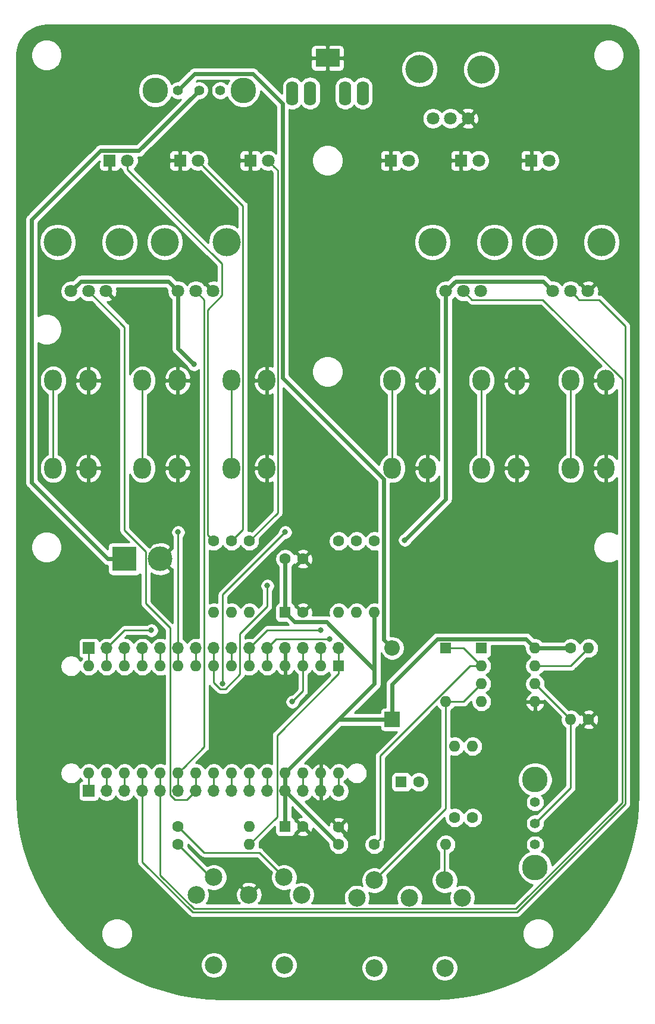
<source format=gbr>
G04 #@! TF.GenerationSoftware,KiCad,Pcbnew,(5.1.5)-3*
G04 #@! TF.CreationDate,2020-06-23T14:27:24+01:00*
G04 #@! TF.ProjectId,drumkid,6472756d-6b69-4642-9e6b-696361645f70,rev?*
G04 #@! TF.SameCoordinates,Original*
G04 #@! TF.FileFunction,Copper,L1,Top*
G04 #@! TF.FilePolarity,Positive*
%FSLAX46Y46*%
G04 Gerber Fmt 4.6, Leading zero omitted, Abs format (unit mm)*
G04 Created by KiCad (PCBNEW (5.1.5)-3) date 2020-06-23 14:27:24*
%MOMM*%
%LPD*%
G04 APERTURE LIST*
%ADD10C,1.400000*%
%ADD11C,3.653000*%
%ADD12O,1.600000X1.600000*%
%ADD13C,1.600000*%
%ADD14R,1.600000X1.600000*%
%ADD15O,1.700000X1.700000*%
%ADD16R,1.700000X1.700000*%
%ADD17R,2.200000X2.200000*%
%ADD18O,2.200000X2.200000*%
%ADD19R,1.800000X1.800000*%
%ADD20C,1.800000*%
%ADD21C,2.499360*%
%ADD22O,2.500000X3.000000*%
%ADD23R,3.500000X2.500000*%
%ADD24O,1.750000X3.500000*%
%ADD25C,4.000000*%
%ADD26R,3.500120X3.500120*%
%ADD27C,3.500120*%
%ADD28C,0.800000*%
%ADD29C,0.250000*%
%ADD30C,0.625000*%
%ADD31C,0.254000*%
G04 APERTURE END LIST*
D10*
X129540000Y-147320000D03*
X129540000Y-144320000D03*
X129540000Y-141320000D03*
D11*
X129540000Y-150570000D03*
X129540000Y-138070000D03*
D12*
X120650000Y-133350000D03*
D13*
X120650000Y-143510000D03*
D12*
X118110000Y-133350000D03*
D13*
X118110000Y-143510000D03*
D14*
X110490000Y-138430000D03*
D13*
X112990000Y-138430000D03*
X96480000Y-144780000D03*
D14*
X93980000Y-144780000D03*
X93980000Y-114300000D03*
D13*
X96480000Y-114300000D03*
X101600000Y-144820000D03*
X101600000Y-147320000D03*
X93980000Y-106680000D03*
X96480000Y-106680000D03*
D15*
X101600000Y-139700000D03*
X99060000Y-139700000D03*
X96520000Y-139700000D03*
X93980000Y-139700000D03*
X91440000Y-139700000D03*
X88900000Y-139700000D03*
X86360000Y-139700000D03*
X83820000Y-139700000D03*
X81280000Y-139700000D03*
X78740000Y-139700000D03*
X76200000Y-139700000D03*
X73660000Y-139700000D03*
X71120000Y-139700000D03*
X68580000Y-139700000D03*
D16*
X66040000Y-139700000D03*
X66040000Y-119380000D03*
D15*
X68580000Y-119380000D03*
X71120000Y-119380000D03*
X73660000Y-119380000D03*
X76200000Y-119380000D03*
X78740000Y-119380000D03*
X81280000Y-119380000D03*
X83820000Y-119380000D03*
X86360000Y-119380000D03*
X88900000Y-119380000D03*
X91440000Y-119380000D03*
X93980000Y-119380000D03*
X96520000Y-119380000D03*
X99060000Y-119380000D03*
X101600000Y-119380000D03*
D14*
X116840000Y-119380000D03*
D12*
X116840000Y-127000000D03*
D17*
X109220000Y-129540000D03*
D18*
X109220000Y-119380000D03*
D14*
X101600000Y-121920000D03*
D12*
X68580000Y-137160000D03*
X99060000Y-121920000D03*
X71120000Y-137160000D03*
X96520000Y-121920000D03*
X73660000Y-137160000D03*
X93980000Y-121920000D03*
X76200000Y-137160000D03*
X91440000Y-121920000D03*
X78740000Y-137160000D03*
X88900000Y-121920000D03*
X81280000Y-137160000D03*
X86360000Y-121920000D03*
X83820000Y-137160000D03*
X83820000Y-121920000D03*
X86360000Y-137160000D03*
X81280000Y-121920000D03*
X88900000Y-137160000D03*
X78740000Y-121920000D03*
X91440000Y-137160000D03*
X76200000Y-121920000D03*
X93980000Y-137160000D03*
X73660000Y-121920000D03*
X96520000Y-137160000D03*
X71120000Y-121920000D03*
X99060000Y-137160000D03*
X68580000Y-121920000D03*
X101600000Y-137160000D03*
X66040000Y-121920000D03*
X66040000Y-137160000D03*
D11*
X87990000Y-40000000D03*
X75490000Y-40000000D03*
D10*
X84740000Y-40000000D03*
X81740000Y-40000000D03*
X78740000Y-40000000D03*
D19*
X129000000Y-50000000D03*
D20*
X131540000Y-50000000D03*
D21*
X106674920Y-164896800D03*
X116677440Y-164896800D03*
X106680000Y-152400000D03*
X119174260Y-154901900D03*
X111676180Y-154899360D03*
X116672360Y-152400000D03*
X104178100Y-154901900D03*
D22*
X134620000Y-93780000D03*
X139620000Y-93780000D03*
X134620000Y-81280000D03*
X139620000Y-81280000D03*
X78660000Y-81280000D03*
X73660000Y-81280000D03*
X78660000Y-93780000D03*
X73660000Y-93780000D03*
X121920000Y-93780000D03*
X126920000Y-93780000D03*
X121920000Y-81280000D03*
X126920000Y-81280000D03*
X114220000Y-81280000D03*
X109220000Y-81280000D03*
X114220000Y-93780000D03*
X109220000Y-93780000D03*
X60960000Y-93780000D03*
X65960000Y-93780000D03*
X60960000Y-81280000D03*
X65960000Y-81280000D03*
X91360000Y-81280000D03*
X86360000Y-81280000D03*
X91360000Y-93780000D03*
X86360000Y-93780000D03*
D20*
X111540000Y-50000000D03*
D19*
X109000000Y-50000000D03*
X69000000Y-50000000D03*
D20*
X71540000Y-50000000D03*
X81540000Y-50000000D03*
D19*
X79000000Y-50000000D03*
X119000000Y-50000000D03*
D20*
X121540000Y-50000000D03*
X91540000Y-50000000D03*
D19*
X89000000Y-50000000D03*
D12*
X86360000Y-114300000D03*
D13*
X86360000Y-104140000D03*
D12*
X88900000Y-144780000D03*
D13*
X78740000Y-144780000D03*
X78740000Y-147320000D03*
D12*
X88900000Y-147320000D03*
X134620000Y-129540000D03*
D13*
X134620000Y-119380000D03*
X137160000Y-129540000D03*
D12*
X137160000Y-119380000D03*
X83820000Y-114300000D03*
D13*
X83820000Y-104140000D03*
X101600000Y-104140000D03*
D12*
X101600000Y-114300000D03*
X104140000Y-114300000D03*
D13*
X104140000Y-104140000D03*
X106680000Y-104140000D03*
D12*
X106680000Y-114300000D03*
D13*
X88900000Y-104140000D03*
D12*
X88900000Y-114300000D03*
X116840000Y-147320000D03*
D13*
X106680000Y-147320000D03*
D21*
X83814920Y-164477700D03*
X93817440Y-164477700D03*
X83820000Y-151980900D03*
X96314260Y-154482800D03*
X88816180Y-154480260D03*
X93812360Y-151980900D03*
X81318100Y-154482800D03*
D23*
X100000000Y-35404000D03*
D24*
X102500000Y-40410000D03*
X97500000Y-40410000D03*
X105000000Y-40410000D03*
X95000000Y-40410000D03*
D20*
X120000000Y-44000000D03*
X117500000Y-44000000D03*
X115000000Y-44000000D03*
D25*
X121900000Y-37015000D03*
X113100000Y-37000000D03*
D20*
X121840000Y-68580000D03*
X119340000Y-68580000D03*
X116840000Y-68580000D03*
D25*
X123740000Y-61595000D03*
X114940000Y-61580000D03*
D20*
X137080000Y-68580000D03*
X134580000Y-68580000D03*
X132080000Y-68580000D03*
D25*
X138980000Y-61595000D03*
X130180000Y-61580000D03*
D20*
X68500000Y-68580000D03*
X66000000Y-68580000D03*
X63500000Y-68580000D03*
D25*
X70400000Y-61595000D03*
X61600000Y-61580000D03*
D20*
X83740000Y-68580000D03*
X81240000Y-68580000D03*
X78740000Y-68580000D03*
D25*
X85640000Y-61595000D03*
X76840000Y-61580000D03*
D26*
X71120000Y-106680000D03*
D27*
X76200000Y-106680000D03*
D14*
X121920000Y-119380000D03*
D12*
X129540000Y-127000000D03*
X121920000Y-121920000D03*
X129540000Y-124460000D03*
X121920000Y-124460000D03*
X129540000Y-121920000D03*
X121920000Y-127000000D03*
X129540000Y-119380000D03*
D28*
X91440000Y-110490000D03*
X93980000Y-102870000D03*
X85090000Y-124460000D03*
X100330000Y-118110000D03*
X99060000Y-116840000D03*
X74930000Y-116840000D03*
X78740000Y-102870000D03*
X111000000Y-104000000D03*
X81000000Y-79000000D03*
X95000000Y-127000000D03*
D29*
X81280000Y-137160000D02*
X81280000Y-139700000D01*
X77564999Y-140264001D02*
X78270998Y-140970000D01*
X71120000Y-73700000D02*
X71120000Y-102594878D01*
X66000000Y-68580000D02*
X71120000Y-73700000D01*
X74124939Y-113025937D02*
X77564999Y-116465997D01*
X77564999Y-116465997D02*
X77564999Y-140264001D01*
X80010000Y-140970000D02*
X81280000Y-139700000D01*
X78270998Y-140970000D02*
X80010000Y-140970000D01*
X74124939Y-105599817D02*
X74124939Y-113025937D01*
X71120000Y-102594878D02*
X74124939Y-105599817D01*
X76200000Y-137160000D02*
X76200000Y-139700000D01*
X76200000Y-140902081D02*
X76200000Y-139700000D01*
X76200000Y-151695229D02*
X76200000Y-140902081D01*
X80981352Y-156476581D02*
X76200000Y-151695229D01*
X126817641Y-156476581D02*
X80981352Y-156476581D01*
X141925001Y-141369221D02*
X126817641Y-156476581D01*
X141925001Y-81107601D02*
X141925001Y-141369221D01*
X130622401Y-69805001D02*
X141925001Y-81107601D01*
X120565001Y-69805001D02*
X130622401Y-69805001D01*
X119340000Y-68580000D02*
X120565001Y-69805001D01*
X78740000Y-137160000D02*
X78740000Y-139700000D01*
X79539999Y-136360001D02*
X78740000Y-137160000D01*
X82455001Y-133444999D02*
X79539999Y-136360001D01*
X82455001Y-69795001D02*
X82455001Y-133444999D01*
X81240000Y-68580000D02*
X82455001Y-69795001D01*
X134620000Y-139240000D02*
X134620000Y-129540000D01*
X129540000Y-144320000D02*
X134620000Y-139240000D01*
X129540000Y-124460000D02*
X134620000Y-129540000D01*
X73660000Y-137160000D02*
X73660000Y-139700000D01*
X135479999Y-69479999D02*
X134580000Y-68580000D01*
X138654003Y-69805001D02*
X135805001Y-69805001D01*
X73660000Y-139700000D02*
X73660000Y-149791639D01*
X73660000Y-149791639D02*
X80794951Y-156926590D01*
X80794951Y-156926590D02*
X127004041Y-156926591D01*
X127004041Y-156926591D02*
X142375010Y-141555622D01*
X135805001Y-69805001D02*
X135479999Y-69479999D01*
X142375010Y-141555622D02*
X142375011Y-73526009D01*
X142375011Y-73526009D02*
X138654003Y-69805001D01*
D30*
X60616940Y-98552000D02*
X59087499Y-97022559D01*
X59087499Y-57189999D02*
X59436000Y-56841498D01*
X57887499Y-95822559D02*
X57887499Y-58389999D01*
X60616940Y-98552000D02*
X57887499Y-95822559D01*
X57887499Y-58389999D02*
X59436000Y-56841498D01*
X81040001Y-40699999D02*
X81740000Y-40000000D01*
X73152501Y-48587499D02*
X81040001Y-40699999D01*
X67689999Y-48587499D02*
X73152501Y-48587499D01*
X59436000Y-56841498D02*
X67689999Y-48587499D01*
X68744940Y-106680000D02*
X60616940Y-98552000D01*
X71120000Y-106680000D02*
X68744940Y-106680000D01*
D29*
X82439999Y-50899999D02*
X81540000Y-50000000D01*
X87965001Y-56425001D02*
X82439999Y-50899999D01*
X87965001Y-102534999D02*
X87965001Y-56425001D01*
X86360000Y-104140000D02*
X87965001Y-102534999D01*
X83820000Y-119380000D02*
X83820000Y-121920000D01*
X121920000Y-93780000D02*
X121920000Y-81280000D01*
X83820000Y-123051370D02*
X83820000Y-121920000D01*
X83820000Y-124263002D02*
X83820000Y-123051370D01*
X84741999Y-125185001D02*
X83820000Y-124263002D01*
X87535001Y-123088001D02*
X85438001Y-125185001D01*
X87535001Y-117330001D02*
X87535001Y-123088001D01*
X85438001Y-125185001D02*
X84741999Y-125185001D01*
X91440000Y-113425002D02*
X87535001Y-117330001D01*
X91440000Y-110490000D02*
X91440000Y-113425002D01*
X71540000Y-51272792D02*
X71540000Y-50000000D01*
X84965001Y-64697793D02*
X71540000Y-51272792D01*
X84965001Y-69168001D02*
X84965001Y-64697793D01*
X82905011Y-71227991D02*
X84965001Y-69168001D01*
X82905011Y-103225011D02*
X82905011Y-71227991D01*
X83820000Y-104140000D02*
X82905011Y-103225011D01*
X81280000Y-119380000D02*
X81280000Y-121920000D01*
X109220000Y-93780000D02*
X109220000Y-81280000D01*
X93980000Y-102870000D02*
X91440000Y-105410000D01*
X91440000Y-105410000D02*
X85090000Y-111760000D01*
X85090000Y-111760000D02*
X85090000Y-124460000D01*
X73660000Y-119380000D02*
X73660000Y-121920000D01*
X91440000Y-119380000D02*
X91440000Y-121920000D01*
X92710000Y-118110000D02*
X91440000Y-119380000D01*
X100330000Y-118110000D02*
X92710000Y-118110000D01*
X88900000Y-119380000D02*
X88900000Y-121920000D01*
X91440000Y-116840000D02*
X88900000Y-119380000D01*
X99060000Y-116840000D02*
X91440000Y-116840000D01*
X86360000Y-119380000D02*
X86360000Y-121920000D01*
X134620000Y-93780000D02*
X134620000Y-81280000D01*
X92439999Y-50899999D02*
X91540000Y-50000000D01*
X92935010Y-51395010D02*
X92439999Y-50899999D01*
X92935010Y-100104990D02*
X92935010Y-51395010D01*
X88900000Y-104140000D02*
X92935010Y-100104990D01*
X99060000Y-119380000D02*
X99060000Y-121920000D01*
X71120000Y-119380000D02*
X71120000Y-121920000D01*
X60960000Y-93780000D02*
X60960000Y-81280000D01*
X101600000Y-119380000D02*
X101600000Y-121920000D01*
X101600000Y-122970000D02*
X101600000Y-121920000D01*
X92804999Y-131765001D02*
X101600000Y-122970000D01*
X92804999Y-143415001D02*
X92804999Y-131765001D01*
X88900000Y-147320000D02*
X92804999Y-143415001D01*
X68580000Y-119380000D02*
X68580000Y-121920000D01*
X71120000Y-116840000D02*
X68580000Y-119380000D01*
X74930000Y-116840000D02*
X71120000Y-116840000D01*
X66040000Y-119380000D02*
X66040000Y-121920000D01*
X66040000Y-137160000D02*
X66040000Y-139700000D01*
X78740000Y-119380000D02*
X78740000Y-121920000D01*
X86360000Y-93780000D02*
X86360000Y-81280000D01*
X78740000Y-102870000D02*
X78740000Y-119380000D01*
X83820000Y-137160000D02*
X83820000Y-139700000D01*
X76200000Y-119380000D02*
X76200000Y-121920000D01*
X73660000Y-93780000D02*
X73660000Y-81280000D01*
X86360000Y-137160000D02*
X86360000Y-139700000D01*
X92562681Y-150731221D02*
X93812360Y-151980900D01*
X90276461Y-148445001D02*
X92562681Y-150731221D01*
X82405001Y-148445001D02*
X90276461Y-148445001D01*
X78740000Y-144780000D02*
X82405001Y-148445001D01*
X119380000Y-127000000D02*
X121920000Y-124460000D01*
X116840000Y-127000000D02*
X119380000Y-127000000D01*
X116840000Y-142240000D02*
X116840000Y-127000000D01*
X106680000Y-152400000D02*
X116840000Y-142240000D01*
X95000000Y-39535000D02*
X95000000Y-40410000D01*
D30*
X93980000Y-139700000D02*
X93980000Y-144780000D01*
X93980000Y-139700000D02*
X101600000Y-147320000D01*
X93980000Y-139700000D02*
X93980000Y-137160000D01*
X95292501Y-115612501D02*
X93980000Y-114300000D01*
X99849003Y-115612501D02*
X95292501Y-115612501D01*
X106680000Y-122443498D02*
X99849003Y-115612501D01*
X106680000Y-124460000D02*
X106680000Y-122443498D01*
X93980000Y-114300000D02*
X93980000Y-106680000D01*
X134620000Y-119380000D02*
X129540000Y-119380000D01*
X128740001Y-118580001D02*
X129540000Y-119380000D01*
X128227499Y-118067499D02*
X128740001Y-118580001D01*
X115629999Y-118067499D02*
X128227499Y-118067499D01*
X109220000Y-124477498D02*
X115629999Y-118067499D01*
X109220000Y-129540000D02*
X109220000Y-124477498D01*
X109220000Y-129540000D02*
X101600000Y-129540000D01*
X93980000Y-137160000D02*
X101600000Y-129540000D01*
X101600000Y-129540000D02*
X106680000Y-124460000D01*
X106680000Y-114300000D02*
X106680000Y-123190000D01*
X106680000Y-123190000D02*
X106680000Y-118110000D01*
X64399999Y-67680001D02*
X63500000Y-68580000D01*
X64912501Y-67167499D02*
X64399999Y-67680001D01*
X77327499Y-67167499D02*
X64912501Y-67167499D01*
X78740000Y-68580000D02*
X77327499Y-67167499D01*
X131180001Y-67680001D02*
X132080000Y-68580000D01*
X130667499Y-67167499D02*
X131180001Y-67680001D01*
X118252501Y-67167499D02*
X130667499Y-67167499D01*
X116840000Y-68580000D02*
X118252501Y-67167499D01*
X116840000Y-98160000D02*
X116840000Y-68580000D01*
X111000000Y-104000000D02*
X116840000Y-98160000D01*
X78740000Y-76740000D02*
X78740000Y-68580000D01*
X81000000Y-79000000D02*
X78740000Y-76740000D01*
D29*
X83400900Y-151980900D02*
X83820000Y-151980900D01*
X78740000Y-147320000D02*
X83400900Y-151980900D01*
X134620000Y-121920000D02*
X137160000Y-119380000D01*
X129540000Y-121920000D02*
X134620000Y-121920000D01*
X116672360Y-147487640D02*
X116840000Y-147320000D01*
X116672360Y-152400000D02*
X116672360Y-147487640D01*
X119380000Y-119380000D02*
X121920000Y-121920000D01*
X116840000Y-119380000D02*
X119380000Y-119380000D01*
X120788630Y-121920000D02*
X121920000Y-121920000D01*
X120254998Y-121920000D02*
X120788630Y-121920000D01*
X107479999Y-134694999D02*
X120254998Y-121920000D01*
X107479999Y-146520001D02*
X107479999Y-134694999D01*
X106680000Y-147320000D02*
X107479999Y-146520001D01*
X68580000Y-137160000D02*
X68580000Y-139700000D01*
X71120000Y-137160000D02*
X71120000Y-139700000D01*
X96520000Y-119380000D02*
X96520000Y-121920000D01*
X96520000Y-137160000D02*
X96520000Y-139700000D01*
X96520000Y-121920000D02*
X96520000Y-125480000D01*
X96520000Y-125480000D02*
X95000000Y-127000000D01*
X88900000Y-137160000D02*
X88900000Y-139700000D01*
X91440000Y-137160000D02*
X91440000Y-139700000D01*
X101600000Y-137160000D02*
X101600000Y-139700000D01*
D30*
X93612490Y-41900768D02*
X89372721Y-37660999D01*
X93612490Y-80915055D02*
X93612490Y-41900768D01*
X107992501Y-95295066D02*
X93612490Y-80915055D01*
X107992501Y-118152501D02*
X107992501Y-95295066D01*
X109220000Y-119380000D02*
X107992501Y-118152501D01*
X81079001Y-37660999D02*
X78740000Y-40000000D01*
X89372721Y-37660999D02*
X81079001Y-37660999D01*
D31*
G36*
X140754747Y-30805281D02*
G01*
X141485643Y-31005231D01*
X142169575Y-31331450D01*
X142784928Y-31773626D01*
X143312259Y-32317789D01*
X143734886Y-32946726D01*
X144039463Y-33640570D01*
X144217715Y-34383039D01*
X144265000Y-35026949D01*
X144265001Y-139986809D01*
X144189634Y-142092345D01*
X143965335Y-144173970D01*
X143592779Y-146234234D01*
X143073870Y-148262597D01*
X142411274Y-150248645D01*
X141608366Y-152182261D01*
X140669274Y-154053507D01*
X139598785Y-155852836D01*
X138402401Y-157571009D01*
X137086217Y-159199262D01*
X135656998Y-160729233D01*
X134122043Y-162153108D01*
X132489220Y-163463585D01*
X130766874Y-164653973D01*
X128963821Y-165718172D01*
X127089308Y-166650728D01*
X125152901Y-167446881D01*
X123164547Y-168102542D01*
X121134394Y-168614365D01*
X119072830Y-168979730D01*
X116989798Y-169196827D01*
X114987502Y-169265000D01*
X85013163Y-169265000D01*
X82907655Y-169189634D01*
X80826030Y-168965335D01*
X78765766Y-168592779D01*
X76737403Y-168073870D01*
X74751355Y-167411274D01*
X72817739Y-166608366D01*
X70946493Y-165669274D01*
X69147164Y-164598785D01*
X68706686Y-164292075D01*
X81930240Y-164292075D01*
X81930240Y-164663325D01*
X82002667Y-165027441D01*
X82144738Y-165370431D01*
X82350994Y-165679113D01*
X82613507Y-165941626D01*
X82922189Y-166147882D01*
X83265179Y-166289953D01*
X83629295Y-166362380D01*
X84000545Y-166362380D01*
X84364661Y-166289953D01*
X84707651Y-166147882D01*
X85016333Y-165941626D01*
X85278846Y-165679113D01*
X85485102Y-165370431D01*
X85627173Y-165027441D01*
X85699600Y-164663325D01*
X85699600Y-164292075D01*
X91932760Y-164292075D01*
X91932760Y-164663325D01*
X92005187Y-165027441D01*
X92147258Y-165370431D01*
X92353514Y-165679113D01*
X92616027Y-165941626D01*
X92924709Y-166147882D01*
X93267699Y-166289953D01*
X93631815Y-166362380D01*
X94003065Y-166362380D01*
X94367181Y-166289953D01*
X94710171Y-166147882D01*
X95018853Y-165941626D01*
X95281366Y-165679113D01*
X95487622Y-165370431D01*
X95629693Y-165027441D01*
X95692602Y-164711175D01*
X104790240Y-164711175D01*
X104790240Y-165082425D01*
X104862667Y-165446541D01*
X105004738Y-165789531D01*
X105210994Y-166098213D01*
X105473507Y-166360726D01*
X105782189Y-166566982D01*
X106125179Y-166709053D01*
X106489295Y-166781480D01*
X106860545Y-166781480D01*
X107224661Y-166709053D01*
X107567651Y-166566982D01*
X107876333Y-166360726D01*
X108138846Y-166098213D01*
X108345102Y-165789531D01*
X108487173Y-165446541D01*
X108559600Y-165082425D01*
X108559600Y-164711175D01*
X114792760Y-164711175D01*
X114792760Y-165082425D01*
X114865187Y-165446541D01*
X115007258Y-165789531D01*
X115213514Y-166098213D01*
X115476027Y-166360726D01*
X115784709Y-166566982D01*
X116127699Y-166709053D01*
X116491815Y-166781480D01*
X116863065Y-166781480D01*
X117227181Y-166709053D01*
X117570171Y-166566982D01*
X117878853Y-166360726D01*
X118141366Y-166098213D01*
X118347622Y-165789531D01*
X118489693Y-165446541D01*
X118562120Y-165082425D01*
X118562120Y-164711175D01*
X118489693Y-164347059D01*
X118347622Y-164004069D01*
X118141366Y-163695387D01*
X117878853Y-163432874D01*
X117570171Y-163226618D01*
X117227181Y-163084547D01*
X116863065Y-163012120D01*
X116491815Y-163012120D01*
X116127699Y-163084547D01*
X115784709Y-163226618D01*
X115476027Y-163432874D01*
X115213514Y-163695387D01*
X115007258Y-164004069D01*
X114865187Y-164347059D01*
X114792760Y-164711175D01*
X108559600Y-164711175D01*
X108487173Y-164347059D01*
X108345102Y-164004069D01*
X108138846Y-163695387D01*
X107876333Y-163432874D01*
X107567651Y-163226618D01*
X107224661Y-163084547D01*
X106860545Y-163012120D01*
X106489295Y-163012120D01*
X106125179Y-163084547D01*
X105782189Y-163226618D01*
X105473507Y-163432874D01*
X105210994Y-163695387D01*
X105004738Y-164004069D01*
X104862667Y-164347059D01*
X104790240Y-164711175D01*
X95692602Y-164711175D01*
X95702120Y-164663325D01*
X95702120Y-164292075D01*
X95629693Y-163927959D01*
X95487622Y-163584969D01*
X95281366Y-163276287D01*
X95018853Y-163013774D01*
X94710171Y-162807518D01*
X94367181Y-162665447D01*
X94003065Y-162593020D01*
X93631815Y-162593020D01*
X93267699Y-162665447D01*
X92924709Y-162807518D01*
X92616027Y-163013774D01*
X92353514Y-163276287D01*
X92147258Y-163584969D01*
X92005187Y-163927959D01*
X91932760Y-164292075D01*
X85699600Y-164292075D01*
X85627173Y-163927959D01*
X85485102Y-163584969D01*
X85278846Y-163276287D01*
X85016333Y-163013774D01*
X84707651Y-162807518D01*
X84364661Y-162665447D01*
X84000545Y-162593020D01*
X83629295Y-162593020D01*
X83265179Y-162665447D01*
X82922189Y-162807518D01*
X82613507Y-163013774D01*
X82350994Y-163276287D01*
X82144738Y-163584969D01*
X82002667Y-163927959D01*
X81930240Y-164292075D01*
X68706686Y-164292075D01*
X67428991Y-163402401D01*
X65800738Y-162086217D01*
X64270767Y-160656998D01*
X63457116Y-159779872D01*
X67765000Y-159779872D01*
X67765000Y-160220128D01*
X67850890Y-160651925D01*
X68019369Y-161058669D01*
X68263962Y-161424729D01*
X68575271Y-161736038D01*
X68941331Y-161980631D01*
X69348075Y-162149110D01*
X69779872Y-162235000D01*
X70220128Y-162235000D01*
X70651925Y-162149110D01*
X71058669Y-161980631D01*
X71424729Y-161736038D01*
X71736038Y-161424729D01*
X71980631Y-161058669D01*
X72149110Y-160651925D01*
X72235000Y-160220128D01*
X72235000Y-159779872D01*
X127765000Y-159779872D01*
X127765000Y-160220128D01*
X127850890Y-160651925D01*
X128019369Y-161058669D01*
X128263962Y-161424729D01*
X128575271Y-161736038D01*
X128941331Y-161980631D01*
X129348075Y-162149110D01*
X129779872Y-162235000D01*
X130220128Y-162235000D01*
X130651925Y-162149110D01*
X131058669Y-161980631D01*
X131424729Y-161736038D01*
X131736038Y-161424729D01*
X131980631Y-161058669D01*
X132149110Y-160651925D01*
X132235000Y-160220128D01*
X132235000Y-159779872D01*
X132149110Y-159348075D01*
X131980631Y-158941331D01*
X131736038Y-158575271D01*
X131424729Y-158263962D01*
X131058669Y-158019369D01*
X130651925Y-157850890D01*
X130220128Y-157765000D01*
X129779872Y-157765000D01*
X129348075Y-157850890D01*
X128941331Y-158019369D01*
X128575271Y-158263962D01*
X128263962Y-158575271D01*
X128019369Y-158941331D01*
X127850890Y-159348075D01*
X127765000Y-159779872D01*
X72235000Y-159779872D01*
X72149110Y-159348075D01*
X71980631Y-158941331D01*
X71736038Y-158575271D01*
X71424729Y-158263962D01*
X71058669Y-158019369D01*
X70651925Y-157850890D01*
X70220128Y-157765000D01*
X69779872Y-157765000D01*
X69348075Y-157850890D01*
X68941331Y-158019369D01*
X68575271Y-158263962D01*
X68263962Y-158575271D01*
X68019369Y-158941331D01*
X67850890Y-159348075D01*
X67765000Y-159779872D01*
X63457116Y-159779872D01*
X62846892Y-159122043D01*
X61536415Y-157489220D01*
X60346027Y-155766874D01*
X59281828Y-153963821D01*
X58349272Y-152089308D01*
X57553119Y-150152901D01*
X56897458Y-148164547D01*
X56385635Y-146134394D01*
X56020270Y-144072830D01*
X55803173Y-141989798D01*
X55735000Y-139987502D01*
X55735000Y-104779872D01*
X57765000Y-104779872D01*
X57765000Y-105220128D01*
X57850890Y-105651925D01*
X58019369Y-106058669D01*
X58263962Y-106424729D01*
X58575271Y-106736038D01*
X58941331Y-106980631D01*
X59348075Y-107149110D01*
X59779872Y-107235000D01*
X60220128Y-107235000D01*
X60651925Y-107149110D01*
X61058669Y-106980631D01*
X61424729Y-106736038D01*
X61736038Y-106424729D01*
X61980631Y-106058669D01*
X62149110Y-105651925D01*
X62235000Y-105220128D01*
X62235000Y-104779872D01*
X62149110Y-104348075D01*
X61980631Y-103941331D01*
X61736038Y-103575271D01*
X61424729Y-103263962D01*
X61058669Y-103019369D01*
X60651925Y-102850890D01*
X60220128Y-102765000D01*
X59779872Y-102765000D01*
X59348075Y-102850890D01*
X58941331Y-103019369D01*
X58575271Y-103263962D01*
X58263962Y-103575271D01*
X58019369Y-103941331D01*
X57850890Y-104348075D01*
X57765000Y-104779872D01*
X55735000Y-104779872D01*
X55735000Y-58389999D01*
X56935416Y-58389999D01*
X56940000Y-58436544D01*
X56939999Y-95776024D01*
X56935416Y-95822559D01*
X56939999Y-95869093D01*
X56939999Y-95869100D01*
X56953709Y-96008300D01*
X57007888Y-96186905D01*
X57095870Y-96351509D01*
X57214274Y-96495784D01*
X57250433Y-96525459D01*
X59979866Y-99254893D01*
X59979872Y-99254898D01*
X68042044Y-107317071D01*
X68071715Y-107353225D01*
X68215990Y-107471629D01*
X68380593Y-107559611D01*
X68559198Y-107613790D01*
X68731868Y-107630797D01*
X68731868Y-108430060D01*
X68744128Y-108554542D01*
X68780438Y-108674240D01*
X68839403Y-108784554D01*
X68918755Y-108881245D01*
X69015446Y-108960597D01*
X69125760Y-109019562D01*
X69245458Y-109055872D01*
X69369940Y-109068132D01*
X72870060Y-109068132D01*
X72994542Y-109055872D01*
X73114240Y-109019562D01*
X73224554Y-108960597D01*
X73321245Y-108881245D01*
X73364939Y-108828003D01*
X73364940Y-112988605D01*
X73361263Y-113025937D01*
X73375937Y-113174922D01*
X73419393Y-113318183D01*
X73489965Y-113450213D01*
X73561140Y-113536939D01*
X73584939Y-113565938D01*
X73613937Y-113589736D01*
X76804999Y-116780799D01*
X76804999Y-118023247D01*
X76633158Y-117952068D01*
X76346260Y-117895000D01*
X76053740Y-117895000D01*
X75766842Y-117952068D01*
X75496589Y-118064010D01*
X75253368Y-118226525D01*
X75046525Y-118433368D01*
X74930000Y-118607760D01*
X74813475Y-118433368D01*
X74606632Y-118226525D01*
X74363411Y-118064010D01*
X74093158Y-117952068D01*
X73806260Y-117895000D01*
X73513740Y-117895000D01*
X73226842Y-117952068D01*
X72956589Y-118064010D01*
X72713368Y-118226525D01*
X72506525Y-118433368D01*
X72390000Y-118607760D01*
X72273475Y-118433368D01*
X72066632Y-118226525D01*
X71823411Y-118064010D01*
X71553158Y-117952068D01*
X71266260Y-117895000D01*
X71139803Y-117895000D01*
X71434803Y-117600000D01*
X74226289Y-117600000D01*
X74270226Y-117643937D01*
X74439744Y-117757205D01*
X74628102Y-117835226D01*
X74828061Y-117875000D01*
X75031939Y-117875000D01*
X75231898Y-117835226D01*
X75420256Y-117757205D01*
X75589774Y-117643937D01*
X75733937Y-117499774D01*
X75847205Y-117330256D01*
X75925226Y-117141898D01*
X75965000Y-116941939D01*
X75965000Y-116738061D01*
X75925226Y-116538102D01*
X75847205Y-116349744D01*
X75733937Y-116180226D01*
X75589774Y-116036063D01*
X75420256Y-115922795D01*
X75231898Y-115844774D01*
X75031939Y-115805000D01*
X74828061Y-115805000D01*
X74628102Y-115844774D01*
X74439744Y-115922795D01*
X74270226Y-116036063D01*
X74226289Y-116080000D01*
X71157322Y-116080000D01*
X71119999Y-116076324D01*
X71082676Y-116080000D01*
X71082667Y-116080000D01*
X70971014Y-116090997D01*
X70827753Y-116134454D01*
X70695724Y-116205026D01*
X70695722Y-116205027D01*
X70695723Y-116205027D01*
X70608996Y-116276201D01*
X70608992Y-116276205D01*
X70579999Y-116299999D01*
X70556205Y-116328992D01*
X68946408Y-117938790D01*
X68726260Y-117895000D01*
X68433740Y-117895000D01*
X68146842Y-117952068D01*
X67876589Y-118064010D01*
X67633368Y-118226525D01*
X67501513Y-118358380D01*
X67479502Y-118285820D01*
X67420537Y-118175506D01*
X67341185Y-118078815D01*
X67244494Y-117999463D01*
X67134180Y-117940498D01*
X67014482Y-117904188D01*
X66890000Y-117891928D01*
X65190000Y-117891928D01*
X65065518Y-117904188D01*
X64945820Y-117940498D01*
X64835506Y-117999463D01*
X64738815Y-118078815D01*
X64659463Y-118175506D01*
X64600498Y-118285820D01*
X64564188Y-118405518D01*
X64551928Y-118530000D01*
X64551928Y-120230000D01*
X64564188Y-120354482D01*
X64600498Y-120474180D01*
X64659463Y-120584494D01*
X64738815Y-120681185D01*
X64835506Y-120760537D01*
X64945820Y-120819502D01*
X65065518Y-120855812D01*
X65073961Y-120856643D01*
X64925363Y-121005241D01*
X64824121Y-121156760D01*
X64684545Y-120947869D01*
X64472131Y-120735455D01*
X64222358Y-120568562D01*
X63944826Y-120453605D01*
X63650199Y-120395000D01*
X63349801Y-120395000D01*
X63055174Y-120453605D01*
X62777642Y-120568562D01*
X62527869Y-120735455D01*
X62315455Y-120947869D01*
X62148562Y-121197642D01*
X62033605Y-121475174D01*
X61975000Y-121769801D01*
X61975000Y-122070199D01*
X62033605Y-122364826D01*
X62148562Y-122642358D01*
X62315455Y-122892131D01*
X62527869Y-123104545D01*
X62777642Y-123271438D01*
X63055174Y-123386395D01*
X63349801Y-123445000D01*
X63650199Y-123445000D01*
X63944826Y-123386395D01*
X64222358Y-123271438D01*
X64472131Y-123104545D01*
X64684545Y-122892131D01*
X64824121Y-122683240D01*
X64925363Y-122834759D01*
X65125241Y-123034637D01*
X65360273Y-123191680D01*
X65621426Y-123299853D01*
X65898665Y-123355000D01*
X66181335Y-123355000D01*
X66458574Y-123299853D01*
X66719727Y-123191680D01*
X66954759Y-123034637D01*
X67154637Y-122834759D01*
X67310000Y-122602241D01*
X67465363Y-122834759D01*
X67665241Y-123034637D01*
X67900273Y-123191680D01*
X68161426Y-123299853D01*
X68438665Y-123355000D01*
X68721335Y-123355000D01*
X68998574Y-123299853D01*
X69259727Y-123191680D01*
X69494759Y-123034637D01*
X69694637Y-122834759D01*
X69850000Y-122602241D01*
X70005363Y-122834759D01*
X70205241Y-123034637D01*
X70440273Y-123191680D01*
X70701426Y-123299853D01*
X70978665Y-123355000D01*
X71261335Y-123355000D01*
X71538574Y-123299853D01*
X71799727Y-123191680D01*
X72034759Y-123034637D01*
X72234637Y-122834759D01*
X72390000Y-122602241D01*
X72545363Y-122834759D01*
X72745241Y-123034637D01*
X72980273Y-123191680D01*
X73241426Y-123299853D01*
X73518665Y-123355000D01*
X73801335Y-123355000D01*
X74078574Y-123299853D01*
X74339727Y-123191680D01*
X74574759Y-123034637D01*
X74774637Y-122834759D01*
X74930000Y-122602241D01*
X75085363Y-122834759D01*
X75285241Y-123034637D01*
X75520273Y-123191680D01*
X75781426Y-123299853D01*
X76058665Y-123355000D01*
X76341335Y-123355000D01*
X76618574Y-123299853D01*
X76804999Y-123222633D01*
X76805000Y-135857367D01*
X76618574Y-135780147D01*
X76341335Y-135725000D01*
X76058665Y-135725000D01*
X75781426Y-135780147D01*
X75520273Y-135888320D01*
X75285241Y-136045363D01*
X75085363Y-136245241D01*
X74930000Y-136477759D01*
X74774637Y-136245241D01*
X74574759Y-136045363D01*
X74339727Y-135888320D01*
X74078574Y-135780147D01*
X73801335Y-135725000D01*
X73518665Y-135725000D01*
X73241426Y-135780147D01*
X72980273Y-135888320D01*
X72745241Y-136045363D01*
X72545363Y-136245241D01*
X72390000Y-136477759D01*
X72234637Y-136245241D01*
X72034759Y-136045363D01*
X71799727Y-135888320D01*
X71538574Y-135780147D01*
X71261335Y-135725000D01*
X70978665Y-135725000D01*
X70701426Y-135780147D01*
X70440273Y-135888320D01*
X70205241Y-136045363D01*
X70005363Y-136245241D01*
X69850000Y-136477759D01*
X69694637Y-136245241D01*
X69494759Y-136045363D01*
X69259727Y-135888320D01*
X68998574Y-135780147D01*
X68721335Y-135725000D01*
X68438665Y-135725000D01*
X68161426Y-135780147D01*
X67900273Y-135888320D01*
X67665241Y-136045363D01*
X67465363Y-136245241D01*
X67310000Y-136477759D01*
X67154637Y-136245241D01*
X66954759Y-136045363D01*
X66719727Y-135888320D01*
X66458574Y-135780147D01*
X66181335Y-135725000D01*
X65898665Y-135725000D01*
X65621426Y-135780147D01*
X65360273Y-135888320D01*
X65125241Y-136045363D01*
X64925363Y-136245241D01*
X64824121Y-136396760D01*
X64684545Y-136187869D01*
X64472131Y-135975455D01*
X64222358Y-135808562D01*
X63944826Y-135693605D01*
X63650199Y-135635000D01*
X63349801Y-135635000D01*
X63055174Y-135693605D01*
X62777642Y-135808562D01*
X62527869Y-135975455D01*
X62315455Y-136187869D01*
X62148562Y-136437642D01*
X62033605Y-136715174D01*
X61975000Y-137009801D01*
X61975000Y-137310199D01*
X62033605Y-137604826D01*
X62148562Y-137882358D01*
X62315455Y-138132131D01*
X62527869Y-138344545D01*
X62777642Y-138511438D01*
X63055174Y-138626395D01*
X63349801Y-138685000D01*
X63650199Y-138685000D01*
X63944826Y-138626395D01*
X64222358Y-138511438D01*
X64472131Y-138344545D01*
X64684545Y-138132131D01*
X64824121Y-137923240D01*
X64925363Y-138074759D01*
X65073961Y-138223357D01*
X65065518Y-138224188D01*
X64945820Y-138260498D01*
X64835506Y-138319463D01*
X64738815Y-138398815D01*
X64659463Y-138495506D01*
X64600498Y-138605820D01*
X64564188Y-138725518D01*
X64551928Y-138850000D01*
X64551928Y-140550000D01*
X64564188Y-140674482D01*
X64600498Y-140794180D01*
X64659463Y-140904494D01*
X64738815Y-141001185D01*
X64835506Y-141080537D01*
X64945820Y-141139502D01*
X65065518Y-141175812D01*
X65190000Y-141188072D01*
X66890000Y-141188072D01*
X67014482Y-141175812D01*
X67134180Y-141139502D01*
X67244494Y-141080537D01*
X67341185Y-141001185D01*
X67420537Y-140904494D01*
X67479502Y-140794180D01*
X67501513Y-140721620D01*
X67633368Y-140853475D01*
X67876589Y-141015990D01*
X68146842Y-141127932D01*
X68433740Y-141185000D01*
X68726260Y-141185000D01*
X69013158Y-141127932D01*
X69283411Y-141015990D01*
X69526632Y-140853475D01*
X69733475Y-140646632D01*
X69850000Y-140472240D01*
X69966525Y-140646632D01*
X70173368Y-140853475D01*
X70416589Y-141015990D01*
X70686842Y-141127932D01*
X70973740Y-141185000D01*
X71266260Y-141185000D01*
X71553158Y-141127932D01*
X71823411Y-141015990D01*
X72066632Y-140853475D01*
X72273475Y-140646632D01*
X72390000Y-140472240D01*
X72506525Y-140646632D01*
X72713368Y-140853475D01*
X72900000Y-140978179D01*
X72900001Y-149754307D01*
X72896324Y-149791639D01*
X72900001Y-149828972D01*
X72910998Y-149940625D01*
X72919110Y-149967366D01*
X72954454Y-150083885D01*
X73025026Y-150215915D01*
X73096201Y-150302641D01*
X73120000Y-150331640D01*
X73148998Y-150355438D01*
X80231161Y-157437603D01*
X80254950Y-157466590D01*
X80283937Y-157490379D01*
X80283947Y-157490389D01*
X80370674Y-157561563D01*
X80502704Y-157632135D01*
X80645964Y-157675592D01*
X80794950Y-157690266D01*
X80832283Y-157686589D01*
X126966719Y-157686591D01*
X127004041Y-157690267D01*
X127041363Y-157686591D01*
X127041373Y-157686591D01*
X127153026Y-157675594D01*
X127296287Y-157632137D01*
X127353842Y-157601373D01*
X127428317Y-157561565D01*
X127515043Y-157490390D01*
X127515044Y-157490389D01*
X127544041Y-157466592D01*
X127567839Y-157437594D01*
X142886017Y-142119417D01*
X142915010Y-142095623D01*
X142938804Y-142066630D01*
X142938809Y-142066625D01*
X143009984Y-141979898D01*
X143080556Y-141847869D01*
X143124012Y-141704608D01*
X143138686Y-141555622D01*
X143135009Y-141518289D01*
X143135011Y-73563331D01*
X143138687Y-73526009D01*
X143135011Y-73488686D01*
X143135011Y-73488677D01*
X143124014Y-73377024D01*
X143080557Y-73233763D01*
X143080557Y-73233762D01*
X143009985Y-73101732D01*
X142938810Y-73015006D01*
X142938806Y-73015002D01*
X142915012Y-72986009D01*
X142886019Y-72962215D01*
X139217807Y-69294004D01*
X139194004Y-69265000D01*
X139078279Y-69170027D01*
X138946250Y-69099455D01*
X138802989Y-69055998D01*
X138691336Y-69045001D01*
X138691325Y-69045001D01*
X138654003Y-69041325D01*
X138616681Y-69045001D01*
X138545394Y-69045001D01*
X138604365Y-68815358D01*
X138620991Y-68513447D01*
X138578397Y-68214093D01*
X138478222Y-67928801D01*
X138398261Y-67779208D01*
X138144080Y-67695525D01*
X137259605Y-68580000D01*
X137273748Y-68594143D01*
X137094143Y-68773748D01*
X137080000Y-68759605D01*
X137065858Y-68773748D01*
X136886253Y-68594143D01*
X136900395Y-68580000D01*
X136015920Y-67695525D01*
X135867738Y-67744310D01*
X135772312Y-67601495D01*
X135686737Y-67515920D01*
X136195525Y-67515920D01*
X137080000Y-68400395D01*
X137964475Y-67515920D01*
X137880792Y-67261739D01*
X137608225Y-67130842D01*
X137315358Y-67055635D01*
X137013447Y-67039009D01*
X136714093Y-67081603D01*
X136428801Y-67181778D01*
X136279208Y-67261739D01*
X136195525Y-67515920D01*
X135686737Y-67515920D01*
X135558505Y-67387688D01*
X135307095Y-67219701D01*
X135027743Y-67103989D01*
X134731184Y-67045000D01*
X134428816Y-67045000D01*
X134132257Y-67103989D01*
X133852905Y-67219701D01*
X133601495Y-67387688D01*
X133387688Y-67601495D01*
X133330000Y-67687831D01*
X133272312Y-67601495D01*
X133058505Y-67387688D01*
X132807095Y-67219701D01*
X132527743Y-67103989D01*
X132231184Y-67045000D01*
X131928816Y-67045000D01*
X131892241Y-67052275D01*
X131370399Y-66530433D01*
X131340724Y-66494274D01*
X131196449Y-66375870D01*
X131031846Y-66287888D01*
X130853241Y-66233709D01*
X130714041Y-66219999D01*
X130714033Y-66219999D01*
X130667499Y-66215416D01*
X130620965Y-66219999D01*
X118299035Y-66219999D01*
X118252500Y-66215416D01*
X118205966Y-66219999D01*
X118205959Y-66219999D01*
X118085316Y-66231881D01*
X118066758Y-66233709D01*
X117888154Y-66287888D01*
X117723551Y-66375870D01*
X117579276Y-66494274D01*
X117549605Y-66530428D01*
X117027758Y-67052275D01*
X116991184Y-67045000D01*
X116688816Y-67045000D01*
X116392257Y-67103989D01*
X116112905Y-67219701D01*
X115861495Y-67387688D01*
X115647688Y-67601495D01*
X115479701Y-67852905D01*
X115363989Y-68132257D01*
X115305000Y-68428816D01*
X115305000Y-68731184D01*
X115363989Y-69027743D01*
X115479701Y-69307095D01*
X115647688Y-69558505D01*
X115861495Y-69772312D01*
X115892501Y-69793030D01*
X115892501Y-80143986D01*
X115690726Y-79837976D01*
X115429914Y-79573956D01*
X115122606Y-79365891D01*
X114780611Y-79221777D01*
X114639645Y-79192305D01*
X114347000Y-79308428D01*
X114347000Y-81153000D01*
X114367000Y-81153000D01*
X114367000Y-81407000D01*
X114347000Y-81407000D01*
X114347000Y-83251572D01*
X114639645Y-83367695D01*
X114780611Y-83338223D01*
X115122606Y-83194109D01*
X115429914Y-82986044D01*
X115690726Y-82722024D01*
X115892501Y-82416014D01*
X115892500Y-92643985D01*
X115690726Y-92337976D01*
X115429914Y-92073956D01*
X115122606Y-91865891D01*
X114780611Y-91721777D01*
X114639645Y-91692305D01*
X114347000Y-91808428D01*
X114347000Y-93653000D01*
X114367000Y-93653000D01*
X114367000Y-93907000D01*
X114347000Y-93907000D01*
X114347000Y-95751572D01*
X114639645Y-95867695D01*
X114780611Y-95838223D01*
X115122606Y-95694109D01*
X115429914Y-95486044D01*
X115690726Y-95222024D01*
X115892500Y-94916015D01*
X115892500Y-97767533D01*
X110624966Y-103035068D01*
X110509744Y-103082795D01*
X110340226Y-103196063D01*
X110196063Y-103340226D01*
X110082795Y-103509744D01*
X110004774Y-103698102D01*
X109965000Y-103898061D01*
X109965000Y-104101939D01*
X110004774Y-104301898D01*
X110082795Y-104490256D01*
X110196063Y-104659774D01*
X110340226Y-104803937D01*
X110509744Y-104917205D01*
X110698102Y-104995226D01*
X110898061Y-105035000D01*
X111101939Y-105035000D01*
X111301898Y-104995226D01*
X111490256Y-104917205D01*
X111659774Y-104803937D01*
X111803937Y-104659774D01*
X111917205Y-104490256D01*
X111964932Y-104375034D01*
X117477071Y-98862896D01*
X117513225Y-98833225D01*
X117631629Y-98688950D01*
X117719611Y-98524347D01*
X117773790Y-98345742D01*
X117787500Y-98206542D01*
X117787500Y-98206535D01*
X117792083Y-98160001D01*
X117787500Y-98113467D01*
X117787500Y-80937403D01*
X120035000Y-80937403D01*
X120035000Y-81622596D01*
X120062275Y-81899523D01*
X120170061Y-82254847D01*
X120345097Y-82582317D01*
X120580655Y-82869345D01*
X120867683Y-83104903D01*
X121160001Y-83261150D01*
X121160000Y-91798851D01*
X120867684Y-91955097D01*
X120580655Y-92190655D01*
X120345097Y-92477683D01*
X120170061Y-92805152D01*
X120062275Y-93160476D01*
X120035000Y-93437403D01*
X120035000Y-94122596D01*
X120062275Y-94399523D01*
X120170061Y-94754847D01*
X120345097Y-95082317D01*
X120580655Y-95369345D01*
X120867683Y-95604903D01*
X121195152Y-95779939D01*
X121550476Y-95887725D01*
X121920000Y-95924120D01*
X122289523Y-95887725D01*
X122644847Y-95779939D01*
X122972317Y-95604903D01*
X123259345Y-95369345D01*
X123494903Y-95082317D01*
X123669939Y-94754848D01*
X123777725Y-94399524D01*
X123796978Y-94204040D01*
X125034882Y-94204040D01*
X125105058Y-94568464D01*
X125244981Y-94912195D01*
X125449274Y-95222024D01*
X125710086Y-95486044D01*
X126017394Y-95694109D01*
X126359389Y-95838223D01*
X126500355Y-95867695D01*
X126793000Y-95751572D01*
X126793000Y-93907000D01*
X127047000Y-93907000D01*
X127047000Y-95751572D01*
X127339645Y-95867695D01*
X127480611Y-95838223D01*
X127822606Y-95694109D01*
X128129914Y-95486044D01*
X128390726Y-95222024D01*
X128595019Y-94912195D01*
X128734942Y-94568464D01*
X128805118Y-94204040D01*
X128650385Y-93907000D01*
X127047000Y-93907000D01*
X126793000Y-93907000D01*
X125189615Y-93907000D01*
X125034882Y-94204040D01*
X123796978Y-94204040D01*
X123805000Y-94122597D01*
X123805000Y-93437404D01*
X123796979Y-93355960D01*
X125034882Y-93355960D01*
X125189615Y-93653000D01*
X126793000Y-93653000D01*
X126793000Y-91808428D01*
X127047000Y-91808428D01*
X127047000Y-93653000D01*
X128650385Y-93653000D01*
X128805118Y-93355960D01*
X128734942Y-92991536D01*
X128595019Y-92647805D01*
X128390726Y-92337976D01*
X128129914Y-92073956D01*
X127822606Y-91865891D01*
X127480611Y-91721777D01*
X127339645Y-91692305D01*
X127047000Y-91808428D01*
X126793000Y-91808428D01*
X126500355Y-91692305D01*
X126359389Y-91721777D01*
X126017394Y-91865891D01*
X125710086Y-92073956D01*
X125449274Y-92337976D01*
X125244981Y-92647805D01*
X125105058Y-92991536D01*
X125034882Y-93355960D01*
X123796979Y-93355960D01*
X123777725Y-93160477D01*
X123669939Y-92805152D01*
X123494903Y-92477683D01*
X123259345Y-92190655D01*
X122972317Y-91955097D01*
X122680000Y-91798850D01*
X122680000Y-83261149D01*
X122972317Y-83104903D01*
X123259345Y-82869345D01*
X123494903Y-82582317D01*
X123669939Y-82254848D01*
X123777725Y-81899524D01*
X123796978Y-81704040D01*
X125034882Y-81704040D01*
X125105058Y-82068464D01*
X125244981Y-82412195D01*
X125449274Y-82722024D01*
X125710086Y-82986044D01*
X126017394Y-83194109D01*
X126359389Y-83338223D01*
X126500355Y-83367695D01*
X126793000Y-83251572D01*
X126793000Y-81407000D01*
X127047000Y-81407000D01*
X127047000Y-83251572D01*
X127339645Y-83367695D01*
X127480611Y-83338223D01*
X127822606Y-83194109D01*
X128129914Y-82986044D01*
X128390726Y-82722024D01*
X128595019Y-82412195D01*
X128734942Y-82068464D01*
X128805118Y-81704040D01*
X128650385Y-81407000D01*
X127047000Y-81407000D01*
X126793000Y-81407000D01*
X125189615Y-81407000D01*
X125034882Y-81704040D01*
X123796978Y-81704040D01*
X123805000Y-81622597D01*
X123805000Y-80937404D01*
X123796979Y-80855960D01*
X125034882Y-80855960D01*
X125189615Y-81153000D01*
X126793000Y-81153000D01*
X126793000Y-79308428D01*
X127047000Y-79308428D01*
X127047000Y-81153000D01*
X128650385Y-81153000D01*
X128762693Y-80937403D01*
X132735000Y-80937403D01*
X132735000Y-81622596D01*
X132762275Y-81899523D01*
X132870061Y-82254847D01*
X133045097Y-82582317D01*
X133280655Y-82869345D01*
X133567683Y-83104903D01*
X133860001Y-83261150D01*
X133860000Y-91798851D01*
X133567684Y-91955097D01*
X133280655Y-92190655D01*
X133045097Y-92477683D01*
X132870061Y-92805152D01*
X132762275Y-93160476D01*
X132735000Y-93437403D01*
X132735000Y-94122596D01*
X132762275Y-94399523D01*
X132870061Y-94754847D01*
X133045097Y-95082317D01*
X133280655Y-95369345D01*
X133567683Y-95604903D01*
X133895152Y-95779939D01*
X134250476Y-95887725D01*
X134620000Y-95924120D01*
X134989523Y-95887725D01*
X135344847Y-95779939D01*
X135672317Y-95604903D01*
X135959345Y-95369345D01*
X136194903Y-95082317D01*
X136369939Y-94754848D01*
X136477725Y-94399524D01*
X136496978Y-94204040D01*
X137734882Y-94204040D01*
X137805058Y-94568464D01*
X137944981Y-94912195D01*
X138149274Y-95222024D01*
X138410086Y-95486044D01*
X138717394Y-95694109D01*
X139059389Y-95838223D01*
X139200355Y-95867695D01*
X139493000Y-95751572D01*
X139493000Y-93907000D01*
X137889615Y-93907000D01*
X137734882Y-94204040D01*
X136496978Y-94204040D01*
X136505000Y-94122597D01*
X136505000Y-93437404D01*
X136496979Y-93355960D01*
X137734882Y-93355960D01*
X137889615Y-93653000D01*
X139493000Y-93653000D01*
X139493000Y-91808428D01*
X139200355Y-91692305D01*
X139059389Y-91721777D01*
X138717394Y-91865891D01*
X138410086Y-92073956D01*
X138149274Y-92337976D01*
X137944981Y-92647805D01*
X137805058Y-92991536D01*
X137734882Y-93355960D01*
X136496979Y-93355960D01*
X136477725Y-93160477D01*
X136369939Y-92805152D01*
X136194903Y-92477683D01*
X135959345Y-92190655D01*
X135672317Y-91955097D01*
X135380000Y-91798850D01*
X135380000Y-83261149D01*
X135672317Y-83104903D01*
X135959345Y-82869345D01*
X136194903Y-82582317D01*
X136369939Y-82254848D01*
X136477725Y-81899524D01*
X136496978Y-81704040D01*
X137734882Y-81704040D01*
X137805058Y-82068464D01*
X137944981Y-82412195D01*
X138149274Y-82722024D01*
X138410086Y-82986044D01*
X138717394Y-83194109D01*
X139059389Y-83338223D01*
X139200355Y-83367695D01*
X139493000Y-83251572D01*
X139493000Y-81407000D01*
X137889615Y-81407000D01*
X137734882Y-81704040D01*
X136496978Y-81704040D01*
X136505000Y-81622597D01*
X136505000Y-80937404D01*
X136477725Y-80660477D01*
X136369939Y-80305152D01*
X136194903Y-79977683D01*
X135959345Y-79690655D01*
X135672317Y-79455097D01*
X135344848Y-79280061D01*
X134989524Y-79172275D01*
X134620000Y-79135880D01*
X134250477Y-79172275D01*
X133895153Y-79280061D01*
X133567684Y-79455097D01*
X133280655Y-79690655D01*
X133045097Y-79977683D01*
X132870061Y-80305152D01*
X132762275Y-80660476D01*
X132735000Y-80937403D01*
X128762693Y-80937403D01*
X128805118Y-80855960D01*
X128734942Y-80491536D01*
X128595019Y-80147805D01*
X128390726Y-79837976D01*
X128129914Y-79573956D01*
X127822606Y-79365891D01*
X127480611Y-79221777D01*
X127339645Y-79192305D01*
X127047000Y-79308428D01*
X126793000Y-79308428D01*
X126500355Y-79192305D01*
X126359389Y-79221777D01*
X126017394Y-79365891D01*
X125710086Y-79573956D01*
X125449274Y-79837976D01*
X125244981Y-80147805D01*
X125105058Y-80491536D01*
X125034882Y-80855960D01*
X123796979Y-80855960D01*
X123777725Y-80660477D01*
X123669939Y-80305152D01*
X123494903Y-79977683D01*
X123259345Y-79690655D01*
X122972317Y-79455097D01*
X122644848Y-79280061D01*
X122289524Y-79172275D01*
X121920000Y-79135880D01*
X121550477Y-79172275D01*
X121195153Y-79280061D01*
X120867684Y-79455097D01*
X120580655Y-79690655D01*
X120345097Y-79977683D01*
X120170061Y-80305152D01*
X120062275Y-80660476D01*
X120035000Y-80937403D01*
X117787500Y-80937403D01*
X117787500Y-69793029D01*
X117818505Y-69772312D01*
X118032312Y-69558505D01*
X118090000Y-69472169D01*
X118147688Y-69558505D01*
X118361495Y-69772312D01*
X118612905Y-69940299D01*
X118892257Y-70056011D01*
X119188816Y-70115000D01*
X119491184Y-70115000D01*
X119748930Y-70063731D01*
X120001201Y-70316003D01*
X120025000Y-70345002D01*
X120053998Y-70368800D01*
X120140724Y-70439975D01*
X120272754Y-70510547D01*
X120416015Y-70554004D01*
X120527668Y-70565001D01*
X120527677Y-70565001D01*
X120565000Y-70568677D01*
X120602323Y-70565001D01*
X130307600Y-70565001D01*
X138992543Y-79249945D01*
X138717394Y-79365891D01*
X138410086Y-79573956D01*
X138149274Y-79837976D01*
X137944981Y-80147805D01*
X137805058Y-80491536D01*
X137734882Y-80855960D01*
X137889615Y-81153000D01*
X139493000Y-81153000D01*
X139493000Y-81133000D01*
X139747000Y-81133000D01*
X139747000Y-81153000D01*
X139767000Y-81153000D01*
X139767000Y-81407000D01*
X139747000Y-81407000D01*
X139747000Y-83251572D01*
X140039645Y-83367695D01*
X140180611Y-83338223D01*
X140522606Y-83194109D01*
X140829914Y-82986044D01*
X141090726Y-82722024D01*
X141165001Y-82609379D01*
X141165001Y-92450621D01*
X141090726Y-92337976D01*
X140829914Y-92073956D01*
X140522606Y-91865891D01*
X140180611Y-91721777D01*
X140039645Y-91692305D01*
X139747000Y-91808428D01*
X139747000Y-93653000D01*
X139767000Y-93653000D01*
X139767000Y-93907000D01*
X139747000Y-93907000D01*
X139747000Y-95751572D01*
X140039645Y-95867695D01*
X140180611Y-95838223D01*
X140522606Y-95694109D01*
X140829914Y-95486044D01*
X141090726Y-95222024D01*
X141165001Y-95109379D01*
X141165001Y-103090418D01*
X141058669Y-103019369D01*
X140651925Y-102850890D01*
X140220128Y-102765000D01*
X139779872Y-102765000D01*
X139348075Y-102850890D01*
X138941331Y-103019369D01*
X138575271Y-103263962D01*
X138263962Y-103575271D01*
X138019369Y-103941331D01*
X137850890Y-104348075D01*
X137765000Y-104779872D01*
X137765000Y-105220128D01*
X137850890Y-105651925D01*
X138019369Y-106058669D01*
X138263962Y-106424729D01*
X138575271Y-106736038D01*
X138941331Y-106980631D01*
X139348075Y-107149110D01*
X139779872Y-107235000D01*
X140220128Y-107235000D01*
X140651925Y-107149110D01*
X141058669Y-106980631D01*
X141165001Y-106909582D01*
X141165002Y-141054417D01*
X131983309Y-150236111D01*
X131906906Y-149852007D01*
X131721353Y-149404043D01*
X131451972Y-149000885D01*
X131109115Y-148658028D01*
X130705957Y-148388647D01*
X130460853Y-148287122D01*
X130576962Y-148171013D01*
X130723061Y-147952359D01*
X130823696Y-147709405D01*
X130875000Y-147451486D01*
X130875000Y-147188514D01*
X130823696Y-146930595D01*
X130723061Y-146687641D01*
X130576962Y-146468987D01*
X130391013Y-146283038D01*
X130172359Y-146136939D01*
X129929405Y-146036304D01*
X129671486Y-145985000D01*
X129408514Y-145985000D01*
X129150595Y-146036304D01*
X128907641Y-146136939D01*
X128688987Y-146283038D01*
X128503038Y-146468987D01*
X128356939Y-146687641D01*
X128256304Y-146930595D01*
X128205000Y-147188514D01*
X128205000Y-147451486D01*
X128256304Y-147709405D01*
X128356939Y-147952359D01*
X128503038Y-148171013D01*
X128619147Y-148287122D01*
X128374043Y-148388647D01*
X127970885Y-148658028D01*
X127628028Y-149000885D01*
X127358647Y-149404043D01*
X127173094Y-149852007D01*
X127078500Y-150327563D01*
X127078500Y-150812437D01*
X127173094Y-151287993D01*
X127358647Y-151735957D01*
X127628028Y-152139115D01*
X127970885Y-152481972D01*
X128374043Y-152751353D01*
X128822007Y-152936906D01*
X129206111Y-153013309D01*
X126502840Y-155716581D01*
X120876771Y-155716581D01*
X120986513Y-155451641D01*
X121058940Y-155087525D01*
X121058940Y-154716275D01*
X120986513Y-154352159D01*
X120844442Y-154009169D01*
X120638186Y-153700487D01*
X120375673Y-153437974D01*
X120066991Y-153231718D01*
X119724001Y-153089647D01*
X119359885Y-153017220D01*
X118988635Y-153017220D01*
X118624519Y-153089647D01*
X118385685Y-153188575D01*
X118484613Y-152949741D01*
X118557040Y-152585625D01*
X118557040Y-152214375D01*
X118484613Y-151850259D01*
X118342542Y-151507269D01*
X118136286Y-151198587D01*
X117873773Y-150936074D01*
X117565091Y-150729818D01*
X117432360Y-150674839D01*
X117432360Y-148627869D01*
X117519727Y-148591680D01*
X117754759Y-148434637D01*
X117954637Y-148234759D01*
X118111680Y-147999727D01*
X118219853Y-147738574D01*
X118275000Y-147461335D01*
X118275000Y-147178665D01*
X118219853Y-146901426D01*
X118111680Y-146640273D01*
X117954637Y-146405241D01*
X117754759Y-146205363D01*
X117519727Y-146048320D01*
X117258574Y-145940147D01*
X116981335Y-145885000D01*
X116698665Y-145885000D01*
X116421426Y-145940147D01*
X116160273Y-146048320D01*
X115925241Y-146205363D01*
X115725363Y-146405241D01*
X115568320Y-146640273D01*
X115460147Y-146901426D01*
X115405000Y-147178665D01*
X115405000Y-147461335D01*
X115460147Y-147738574D01*
X115568320Y-147999727D01*
X115725363Y-148234759D01*
X115912361Y-148421757D01*
X115912360Y-150674839D01*
X115779629Y-150729818D01*
X115470947Y-150936074D01*
X115208434Y-151198587D01*
X115002178Y-151507269D01*
X114860107Y-151850259D01*
X114787680Y-152214375D01*
X114787680Y-152585625D01*
X114860107Y-152949741D01*
X115002178Y-153292731D01*
X115208434Y-153601413D01*
X115470947Y-153863926D01*
X115779629Y-154070182D01*
X116122619Y-154212253D01*
X116486735Y-154284680D01*
X116857985Y-154284680D01*
X117222101Y-154212253D01*
X117460935Y-154113325D01*
X117362007Y-154352159D01*
X117289580Y-154716275D01*
X117289580Y-155087525D01*
X117362007Y-155451641D01*
X117471749Y-155716581D01*
X113377639Y-155716581D01*
X113488433Y-155449101D01*
X113560860Y-155084985D01*
X113560860Y-154713735D01*
X113488433Y-154349619D01*
X113346362Y-154006629D01*
X113140106Y-153697947D01*
X112877593Y-153435434D01*
X112568911Y-153229178D01*
X112225921Y-153087107D01*
X111861805Y-153014680D01*
X111490555Y-153014680D01*
X111126439Y-153087107D01*
X110783449Y-153229178D01*
X110474767Y-153435434D01*
X110212254Y-153697947D01*
X110005998Y-154006629D01*
X109863927Y-154349619D01*
X109791500Y-154713735D01*
X109791500Y-155084985D01*
X109863927Y-155449101D01*
X109974721Y-155716581D01*
X105880611Y-155716581D01*
X105990353Y-155451641D01*
X106062780Y-155087525D01*
X106062780Y-154716275D01*
X105990353Y-154352159D01*
X105891425Y-154113325D01*
X106130259Y-154212253D01*
X106494375Y-154284680D01*
X106865625Y-154284680D01*
X107229741Y-154212253D01*
X107572731Y-154070182D01*
X107881413Y-153863926D01*
X108143926Y-153601413D01*
X108350182Y-153292731D01*
X108492253Y-152949741D01*
X108564680Y-152585625D01*
X108564680Y-152214375D01*
X108492253Y-151850259D01*
X108437274Y-151717527D01*
X116675000Y-143479802D01*
X116675000Y-143651335D01*
X116730147Y-143928574D01*
X116838320Y-144189727D01*
X116995363Y-144424759D01*
X117195241Y-144624637D01*
X117430273Y-144781680D01*
X117691426Y-144889853D01*
X117968665Y-144945000D01*
X118251335Y-144945000D01*
X118528574Y-144889853D01*
X118789727Y-144781680D01*
X119024759Y-144624637D01*
X119224637Y-144424759D01*
X119380000Y-144192241D01*
X119535363Y-144424759D01*
X119735241Y-144624637D01*
X119970273Y-144781680D01*
X120231426Y-144889853D01*
X120508665Y-144945000D01*
X120791335Y-144945000D01*
X121068574Y-144889853D01*
X121329727Y-144781680D01*
X121564759Y-144624637D01*
X121764637Y-144424759D01*
X121921680Y-144189727D01*
X122029853Y-143928574D01*
X122085000Y-143651335D01*
X122085000Y-143368665D01*
X122029853Y-143091426D01*
X121921680Y-142830273D01*
X121764637Y-142595241D01*
X121564759Y-142395363D01*
X121329727Y-142238320D01*
X121068574Y-142130147D01*
X120791335Y-142075000D01*
X120508665Y-142075000D01*
X120231426Y-142130147D01*
X119970273Y-142238320D01*
X119735241Y-142395363D01*
X119535363Y-142595241D01*
X119380000Y-142827759D01*
X119224637Y-142595241D01*
X119024759Y-142395363D01*
X118789727Y-142238320D01*
X118528574Y-142130147D01*
X118251335Y-142075000D01*
X117968665Y-142075000D01*
X117691426Y-142130147D01*
X117600000Y-142168017D01*
X117600000Y-137827563D01*
X127078500Y-137827563D01*
X127078500Y-138312437D01*
X127173094Y-138787993D01*
X127358647Y-139235957D01*
X127628028Y-139639115D01*
X127970885Y-139981972D01*
X128374043Y-140251353D01*
X128619147Y-140352878D01*
X128503038Y-140468987D01*
X128356939Y-140687641D01*
X128256304Y-140930595D01*
X128205000Y-141188514D01*
X128205000Y-141451486D01*
X128256304Y-141709405D01*
X128356939Y-141952359D01*
X128503038Y-142171013D01*
X128688987Y-142356962D01*
X128907641Y-142503061D01*
X129150595Y-142603696D01*
X129408514Y-142655000D01*
X129671486Y-142655000D01*
X129929405Y-142603696D01*
X130172359Y-142503061D01*
X130391013Y-142356962D01*
X130576962Y-142171013D01*
X130723061Y-141952359D01*
X130823696Y-141709405D01*
X130875000Y-141451486D01*
X130875000Y-141188514D01*
X130823696Y-140930595D01*
X130723061Y-140687641D01*
X130576962Y-140468987D01*
X130460853Y-140352878D01*
X130705957Y-140251353D01*
X131109115Y-139981972D01*
X131451972Y-139639115D01*
X131721353Y-139235957D01*
X131906906Y-138787993D01*
X132001500Y-138312437D01*
X132001500Y-137827563D01*
X131906906Y-137352007D01*
X131721353Y-136904043D01*
X131451972Y-136500885D01*
X131109115Y-136158028D01*
X130705957Y-135888647D01*
X130257993Y-135703094D01*
X129782437Y-135608500D01*
X129297563Y-135608500D01*
X128822007Y-135703094D01*
X128374043Y-135888647D01*
X127970885Y-136158028D01*
X127628028Y-136500885D01*
X127358647Y-136904043D01*
X127173094Y-137352007D01*
X127078500Y-137827563D01*
X117600000Y-137827563D01*
X117600000Y-134691983D01*
X117691426Y-134729853D01*
X117968665Y-134785000D01*
X118251335Y-134785000D01*
X118528574Y-134729853D01*
X118789727Y-134621680D01*
X119024759Y-134464637D01*
X119224637Y-134264759D01*
X119380000Y-134032241D01*
X119535363Y-134264759D01*
X119735241Y-134464637D01*
X119970273Y-134621680D01*
X120231426Y-134729853D01*
X120508665Y-134785000D01*
X120791335Y-134785000D01*
X121068574Y-134729853D01*
X121329727Y-134621680D01*
X121564759Y-134464637D01*
X121764637Y-134264759D01*
X121921680Y-134029727D01*
X122029853Y-133768574D01*
X122085000Y-133491335D01*
X122085000Y-133208665D01*
X122029853Y-132931426D01*
X121921680Y-132670273D01*
X121764637Y-132435241D01*
X121564759Y-132235363D01*
X121329727Y-132078320D01*
X121068574Y-131970147D01*
X120791335Y-131915000D01*
X120508665Y-131915000D01*
X120231426Y-131970147D01*
X119970273Y-132078320D01*
X119735241Y-132235363D01*
X119535363Y-132435241D01*
X119380000Y-132667759D01*
X119224637Y-132435241D01*
X119024759Y-132235363D01*
X118789727Y-132078320D01*
X118528574Y-131970147D01*
X118251335Y-131915000D01*
X117968665Y-131915000D01*
X117691426Y-131970147D01*
X117600000Y-132008017D01*
X117600000Y-128218043D01*
X117754759Y-128114637D01*
X117954637Y-127914759D01*
X118058043Y-127760000D01*
X119342678Y-127760000D01*
X119380000Y-127763676D01*
X119417322Y-127760000D01*
X119417333Y-127760000D01*
X119528986Y-127749003D01*
X119672247Y-127705546D01*
X119804276Y-127634974D01*
X119920001Y-127540001D01*
X119943804Y-127510997D01*
X120485000Y-126969801D01*
X120485000Y-127141335D01*
X120540147Y-127418574D01*
X120648320Y-127679727D01*
X120805363Y-127914759D01*
X121005241Y-128114637D01*
X121240273Y-128271680D01*
X121501426Y-128379853D01*
X121778665Y-128435000D01*
X122061335Y-128435000D01*
X122338574Y-128379853D01*
X122599727Y-128271680D01*
X122834759Y-128114637D01*
X123034637Y-127914759D01*
X123191680Y-127679727D01*
X123299853Y-127418574D01*
X123313684Y-127349039D01*
X128148096Y-127349039D01*
X128188754Y-127483087D01*
X128308963Y-127737420D01*
X128476481Y-127963414D01*
X128684869Y-128152385D01*
X128926119Y-128297070D01*
X129190960Y-128391909D01*
X129413000Y-128270624D01*
X129413000Y-127127000D01*
X129667000Y-127127000D01*
X129667000Y-128270624D01*
X129889040Y-128391909D01*
X130153881Y-128297070D01*
X130395131Y-128152385D01*
X130603519Y-127963414D01*
X130771037Y-127737420D01*
X130891246Y-127483087D01*
X130931904Y-127349039D01*
X130809915Y-127127000D01*
X129667000Y-127127000D01*
X129413000Y-127127000D01*
X128270085Y-127127000D01*
X128148096Y-127349039D01*
X123313684Y-127349039D01*
X123355000Y-127141335D01*
X123355000Y-126858665D01*
X123299853Y-126581426D01*
X123191680Y-126320273D01*
X123034637Y-126085241D01*
X122834759Y-125885363D01*
X122602241Y-125730000D01*
X122834759Y-125574637D01*
X123034637Y-125374759D01*
X123191680Y-125139727D01*
X123299853Y-124878574D01*
X123355000Y-124601335D01*
X123355000Y-124318665D01*
X123299853Y-124041426D01*
X123191680Y-123780273D01*
X123034637Y-123545241D01*
X122834759Y-123345363D01*
X122602241Y-123190000D01*
X122834759Y-123034637D01*
X123034637Y-122834759D01*
X123191680Y-122599727D01*
X123299853Y-122338574D01*
X123355000Y-122061335D01*
X123355000Y-121778665D01*
X123299853Y-121501426D01*
X123191680Y-121240273D01*
X123034637Y-121005241D01*
X122836039Y-120806643D01*
X122844482Y-120805812D01*
X122964180Y-120769502D01*
X123074494Y-120710537D01*
X123171185Y-120631185D01*
X123250537Y-120534494D01*
X123309502Y-120424180D01*
X123345812Y-120304482D01*
X123358072Y-120180000D01*
X123358072Y-119014999D01*
X127835033Y-119014999D01*
X128105000Y-119284966D01*
X128105000Y-119521335D01*
X128160147Y-119798574D01*
X128268320Y-120059727D01*
X128425363Y-120294759D01*
X128625241Y-120494637D01*
X128857759Y-120650000D01*
X128625241Y-120805363D01*
X128425363Y-121005241D01*
X128268320Y-121240273D01*
X128160147Y-121501426D01*
X128105000Y-121778665D01*
X128105000Y-122061335D01*
X128160147Y-122338574D01*
X128268320Y-122599727D01*
X128425363Y-122834759D01*
X128625241Y-123034637D01*
X128857759Y-123190000D01*
X128625241Y-123345363D01*
X128425363Y-123545241D01*
X128268320Y-123780273D01*
X128160147Y-124041426D01*
X128105000Y-124318665D01*
X128105000Y-124601335D01*
X128160147Y-124878574D01*
X128268320Y-125139727D01*
X128425363Y-125374759D01*
X128625241Y-125574637D01*
X128860273Y-125731680D01*
X128870865Y-125736067D01*
X128684869Y-125847615D01*
X128476481Y-126036586D01*
X128308963Y-126262580D01*
X128188754Y-126516913D01*
X128148096Y-126650961D01*
X128270085Y-126873000D01*
X129413000Y-126873000D01*
X129413000Y-126853000D01*
X129667000Y-126853000D01*
X129667000Y-126873000D01*
X130809915Y-126873000D01*
X130834128Y-126828929D01*
X133221312Y-129216114D01*
X133185000Y-129398665D01*
X133185000Y-129681335D01*
X133240147Y-129958574D01*
X133348320Y-130219727D01*
X133505363Y-130454759D01*
X133705241Y-130654637D01*
X133860001Y-130758044D01*
X133860000Y-138925198D01*
X129778844Y-143006355D01*
X129671486Y-142985000D01*
X129408514Y-142985000D01*
X129150595Y-143036304D01*
X128907641Y-143136939D01*
X128688987Y-143283038D01*
X128503038Y-143468987D01*
X128356939Y-143687641D01*
X128256304Y-143930595D01*
X128205000Y-144188514D01*
X128205000Y-144451486D01*
X128256304Y-144709405D01*
X128356939Y-144952359D01*
X128503038Y-145171013D01*
X128688987Y-145356962D01*
X128907641Y-145503061D01*
X129150595Y-145603696D01*
X129408514Y-145655000D01*
X129671486Y-145655000D01*
X129929405Y-145603696D01*
X130172359Y-145503061D01*
X130391013Y-145356962D01*
X130576962Y-145171013D01*
X130723061Y-144952359D01*
X130823696Y-144709405D01*
X130875000Y-144451486D01*
X130875000Y-144188514D01*
X130853645Y-144081156D01*
X135131004Y-139803798D01*
X135160001Y-139780001D01*
X135206879Y-139722880D01*
X135254974Y-139664277D01*
X135325546Y-139532247D01*
X135330778Y-139514999D01*
X135369003Y-139388986D01*
X135380000Y-139277333D01*
X135380000Y-139277323D01*
X135383676Y-139240000D01*
X135380000Y-139202677D01*
X135380000Y-130758043D01*
X135534759Y-130654637D01*
X135656694Y-130532702D01*
X136346903Y-130532702D01*
X136418486Y-130776671D01*
X136673996Y-130897571D01*
X136948184Y-130966300D01*
X137230512Y-130980217D01*
X137510130Y-130938787D01*
X137776292Y-130843603D01*
X137901514Y-130776671D01*
X137973097Y-130532702D01*
X137160000Y-129719605D01*
X136346903Y-130532702D01*
X135656694Y-130532702D01*
X135734637Y-130454759D01*
X135890915Y-130220872D01*
X135923329Y-130281514D01*
X136167298Y-130353097D01*
X136980395Y-129540000D01*
X137339605Y-129540000D01*
X138152702Y-130353097D01*
X138396671Y-130281514D01*
X138517571Y-130026004D01*
X138586300Y-129751816D01*
X138600217Y-129469488D01*
X138558787Y-129189870D01*
X138463603Y-128923708D01*
X138396671Y-128798486D01*
X138152702Y-128726903D01*
X137339605Y-129540000D01*
X136980395Y-129540000D01*
X136167298Y-128726903D01*
X135923329Y-128798486D01*
X135892806Y-128862992D01*
X135891680Y-128860273D01*
X135734637Y-128625241D01*
X135656694Y-128547298D01*
X136346903Y-128547298D01*
X137160000Y-129360395D01*
X137973097Y-128547298D01*
X137901514Y-128303329D01*
X137646004Y-128182429D01*
X137371816Y-128113700D01*
X137089488Y-128099783D01*
X136809870Y-128141213D01*
X136543708Y-128236397D01*
X136418486Y-128303329D01*
X136346903Y-128547298D01*
X135656694Y-128547298D01*
X135534759Y-128425363D01*
X135299727Y-128268320D01*
X135038574Y-128160147D01*
X134761335Y-128105000D01*
X134478665Y-128105000D01*
X134296114Y-128141312D01*
X130938688Y-124783887D01*
X130975000Y-124601335D01*
X130975000Y-124318665D01*
X130919853Y-124041426D01*
X130811680Y-123780273D01*
X130654637Y-123545241D01*
X130454759Y-123345363D01*
X130222241Y-123190000D01*
X130454759Y-123034637D01*
X130654637Y-122834759D01*
X130758043Y-122680000D01*
X134582678Y-122680000D01*
X134620000Y-122683676D01*
X134657322Y-122680000D01*
X134657333Y-122680000D01*
X134768986Y-122669003D01*
X134912247Y-122625546D01*
X135044276Y-122554974D01*
X135160001Y-122460001D01*
X135183804Y-122430997D01*
X136836114Y-120778688D01*
X137018665Y-120815000D01*
X137301335Y-120815000D01*
X137578574Y-120759853D01*
X137839727Y-120651680D01*
X138074759Y-120494637D01*
X138274637Y-120294759D01*
X138431680Y-120059727D01*
X138539853Y-119798574D01*
X138595000Y-119521335D01*
X138595000Y-119238665D01*
X138539853Y-118961426D01*
X138431680Y-118700273D01*
X138274637Y-118465241D01*
X138074759Y-118265363D01*
X137839727Y-118108320D01*
X137578574Y-118000147D01*
X137301335Y-117945000D01*
X137018665Y-117945000D01*
X136741426Y-118000147D01*
X136480273Y-118108320D01*
X136245241Y-118265363D01*
X136045363Y-118465241D01*
X135890000Y-118697759D01*
X135734637Y-118465241D01*
X135534759Y-118265363D01*
X135299727Y-118108320D01*
X135038574Y-118000147D01*
X134761335Y-117945000D01*
X134478665Y-117945000D01*
X134201426Y-118000147D01*
X133940273Y-118108320D01*
X133705241Y-118265363D01*
X133538104Y-118432500D01*
X130621896Y-118432500D01*
X130454759Y-118265363D01*
X130219727Y-118108320D01*
X129958574Y-118000147D01*
X129681335Y-117945000D01*
X129444966Y-117945000D01*
X128930399Y-117430433D01*
X128900724Y-117394274D01*
X128756449Y-117275870D01*
X128591846Y-117187888D01*
X128413241Y-117133709D01*
X128274041Y-117119999D01*
X128274033Y-117119999D01*
X128227499Y-117115416D01*
X128180965Y-117119999D01*
X115676541Y-117119999D01*
X115629999Y-117115415D01*
X115444257Y-117133709D01*
X115265652Y-117187888D01*
X115101049Y-117275870D01*
X114992925Y-117364605D01*
X114992924Y-117364606D01*
X114956774Y-117394274D01*
X114927108Y-117430422D01*
X108582930Y-123774602D01*
X108546776Y-123804273D01*
X108428372Y-123948548D01*
X108417043Y-123969744D01*
X108340389Y-124113152D01*
X108286210Y-124291756D01*
X108267917Y-124477498D01*
X108272501Y-124524042D01*
X108272500Y-127801928D01*
X108120000Y-127801928D01*
X107995518Y-127814188D01*
X107875820Y-127850498D01*
X107765506Y-127909463D01*
X107668815Y-127988815D01*
X107589463Y-128085506D01*
X107530498Y-128195820D01*
X107494188Y-128315518D01*
X107481928Y-128440000D01*
X107481928Y-128592500D01*
X103887466Y-128592500D01*
X107317071Y-125162896D01*
X107353225Y-125133225D01*
X107471629Y-124988950D01*
X107559611Y-124824347D01*
X107578555Y-124761898D01*
X107613790Y-124645743D01*
X107618164Y-124601335D01*
X107627500Y-124506542D01*
X107627500Y-124506535D01*
X107632083Y-124460000D01*
X107627500Y-124413466D01*
X107627500Y-122490040D01*
X107632084Y-122443498D01*
X107627500Y-122396956D01*
X107627500Y-120069139D01*
X107682463Y-120201831D01*
X107872337Y-120485998D01*
X108114002Y-120727663D01*
X108398169Y-120917537D01*
X108713919Y-121048325D01*
X109049117Y-121115000D01*
X109390883Y-121115000D01*
X109726081Y-121048325D01*
X110041831Y-120917537D01*
X110325998Y-120727663D01*
X110567663Y-120485998D01*
X110757537Y-120201831D01*
X110888325Y-119886081D01*
X110955000Y-119550883D01*
X110955000Y-119209117D01*
X110888325Y-118873919D01*
X110757537Y-118558169D01*
X110567663Y-118274002D01*
X110325998Y-118032337D01*
X110041831Y-117842463D01*
X109726081Y-117711675D01*
X109390883Y-117645000D01*
X109049117Y-117645000D01*
X108940001Y-117666705D01*
X108940001Y-95896542D01*
X109220000Y-95924120D01*
X109589523Y-95887725D01*
X109944847Y-95779939D01*
X110272317Y-95604903D01*
X110559345Y-95369345D01*
X110794903Y-95082317D01*
X110969939Y-94754848D01*
X111077725Y-94399524D01*
X111096978Y-94204040D01*
X112334882Y-94204040D01*
X112405058Y-94568464D01*
X112544981Y-94912195D01*
X112749274Y-95222024D01*
X113010086Y-95486044D01*
X113317394Y-95694109D01*
X113659389Y-95838223D01*
X113800355Y-95867695D01*
X114093000Y-95751572D01*
X114093000Y-93907000D01*
X112489615Y-93907000D01*
X112334882Y-94204040D01*
X111096978Y-94204040D01*
X111105000Y-94122597D01*
X111105000Y-93437404D01*
X111096979Y-93355960D01*
X112334882Y-93355960D01*
X112489615Y-93653000D01*
X114093000Y-93653000D01*
X114093000Y-91808428D01*
X113800355Y-91692305D01*
X113659389Y-91721777D01*
X113317394Y-91865891D01*
X113010086Y-92073956D01*
X112749274Y-92337976D01*
X112544981Y-92647805D01*
X112405058Y-92991536D01*
X112334882Y-93355960D01*
X111096979Y-93355960D01*
X111077725Y-93160477D01*
X110969939Y-92805152D01*
X110794903Y-92477683D01*
X110559345Y-92190655D01*
X110272317Y-91955097D01*
X109980000Y-91798850D01*
X109980000Y-83261149D01*
X110272317Y-83104903D01*
X110559345Y-82869345D01*
X110794903Y-82582317D01*
X110969939Y-82254848D01*
X111077725Y-81899524D01*
X111096978Y-81704040D01*
X112334882Y-81704040D01*
X112405058Y-82068464D01*
X112544981Y-82412195D01*
X112749274Y-82722024D01*
X113010086Y-82986044D01*
X113317394Y-83194109D01*
X113659389Y-83338223D01*
X113800355Y-83367695D01*
X114093000Y-83251572D01*
X114093000Y-81407000D01*
X112489615Y-81407000D01*
X112334882Y-81704040D01*
X111096978Y-81704040D01*
X111105000Y-81622597D01*
X111105000Y-80937404D01*
X111096979Y-80855960D01*
X112334882Y-80855960D01*
X112489615Y-81153000D01*
X114093000Y-81153000D01*
X114093000Y-79308428D01*
X113800355Y-79192305D01*
X113659389Y-79221777D01*
X113317394Y-79365891D01*
X113010086Y-79573956D01*
X112749274Y-79837976D01*
X112544981Y-80147805D01*
X112405058Y-80491536D01*
X112334882Y-80855960D01*
X111096979Y-80855960D01*
X111077725Y-80660477D01*
X110969939Y-80305152D01*
X110794903Y-79977683D01*
X110559345Y-79690655D01*
X110272317Y-79455097D01*
X109944848Y-79280061D01*
X109589524Y-79172275D01*
X109220000Y-79135880D01*
X108850477Y-79172275D01*
X108495153Y-79280061D01*
X108167684Y-79455097D01*
X107880655Y-79690655D01*
X107645097Y-79977683D01*
X107470061Y-80305152D01*
X107362275Y-80660476D01*
X107335000Y-80937403D01*
X107335000Y-81622596D01*
X107362275Y-81899523D01*
X107470061Y-82254847D01*
X107645097Y-82582317D01*
X107880655Y-82869345D01*
X108167683Y-83104903D01*
X108460001Y-83261150D01*
X108460000Y-91798851D01*
X108167684Y-91955097D01*
X107880655Y-92190655D01*
X107645097Y-92477683D01*
X107470061Y-92805152D01*
X107362275Y-93160476D01*
X107347535Y-93310132D01*
X94559990Y-80522589D01*
X94559990Y-79779872D01*
X97765000Y-79779872D01*
X97765000Y-80220128D01*
X97850890Y-80651925D01*
X98019369Y-81058669D01*
X98263962Y-81424729D01*
X98575271Y-81736038D01*
X98941331Y-81980631D01*
X99348075Y-82149110D01*
X99779872Y-82235000D01*
X100220128Y-82235000D01*
X100651925Y-82149110D01*
X101058669Y-81980631D01*
X101424729Y-81736038D01*
X101736038Y-81424729D01*
X101980631Y-81058669D01*
X102149110Y-80651925D01*
X102235000Y-80220128D01*
X102235000Y-79779872D01*
X102149110Y-79348075D01*
X101980631Y-78941331D01*
X101736038Y-78575271D01*
X101424729Y-78263962D01*
X101058669Y-78019369D01*
X100651925Y-77850890D01*
X100220128Y-77765000D01*
X99779872Y-77765000D01*
X99348075Y-77850890D01*
X98941331Y-78019369D01*
X98575271Y-78263962D01*
X98263962Y-78575271D01*
X98019369Y-78941331D01*
X97850890Y-79348075D01*
X97765000Y-79779872D01*
X94559990Y-79779872D01*
X94559990Y-61320475D01*
X112305000Y-61320475D01*
X112305000Y-61839525D01*
X112406261Y-62348601D01*
X112604893Y-62828141D01*
X112893262Y-63259715D01*
X113260285Y-63626738D01*
X113691859Y-63915107D01*
X114171399Y-64113739D01*
X114680475Y-64215000D01*
X115199525Y-64215000D01*
X115708601Y-64113739D01*
X116188141Y-63915107D01*
X116619715Y-63626738D01*
X116986738Y-63259715D01*
X117275107Y-62828141D01*
X117473739Y-62348601D01*
X117575000Y-61839525D01*
X117575000Y-61335475D01*
X121105000Y-61335475D01*
X121105000Y-61854525D01*
X121206261Y-62363601D01*
X121404893Y-62843141D01*
X121693262Y-63274715D01*
X122060285Y-63641738D01*
X122491859Y-63930107D01*
X122971399Y-64128739D01*
X123480475Y-64230000D01*
X123999525Y-64230000D01*
X124508601Y-64128739D01*
X124988141Y-63930107D01*
X125419715Y-63641738D01*
X125786738Y-63274715D01*
X126075107Y-62843141D01*
X126273739Y-62363601D01*
X126375000Y-61854525D01*
X126375000Y-61335475D01*
X126372017Y-61320475D01*
X127545000Y-61320475D01*
X127545000Y-61839525D01*
X127646261Y-62348601D01*
X127844893Y-62828141D01*
X128133262Y-63259715D01*
X128500285Y-63626738D01*
X128931859Y-63915107D01*
X129411399Y-64113739D01*
X129920475Y-64215000D01*
X130439525Y-64215000D01*
X130948601Y-64113739D01*
X131428141Y-63915107D01*
X131859715Y-63626738D01*
X132226738Y-63259715D01*
X132515107Y-62828141D01*
X132713739Y-62348601D01*
X132815000Y-61839525D01*
X132815000Y-61335475D01*
X136345000Y-61335475D01*
X136345000Y-61854525D01*
X136446261Y-62363601D01*
X136644893Y-62843141D01*
X136933262Y-63274715D01*
X137300285Y-63641738D01*
X137731859Y-63930107D01*
X138211399Y-64128739D01*
X138720475Y-64230000D01*
X139239525Y-64230000D01*
X139748601Y-64128739D01*
X140228141Y-63930107D01*
X140659715Y-63641738D01*
X141026738Y-63274715D01*
X141315107Y-62843141D01*
X141513739Y-62363601D01*
X141615000Y-61854525D01*
X141615000Y-61335475D01*
X141513739Y-60826399D01*
X141315107Y-60346859D01*
X141026738Y-59915285D01*
X140659715Y-59548262D01*
X140228141Y-59259893D01*
X139748601Y-59061261D01*
X139239525Y-58960000D01*
X138720475Y-58960000D01*
X138211399Y-59061261D01*
X137731859Y-59259893D01*
X137300285Y-59548262D01*
X136933262Y-59915285D01*
X136644893Y-60346859D01*
X136446261Y-60826399D01*
X136345000Y-61335475D01*
X132815000Y-61335475D01*
X132815000Y-61320475D01*
X132713739Y-60811399D01*
X132515107Y-60331859D01*
X132226738Y-59900285D01*
X131859715Y-59533262D01*
X131428141Y-59244893D01*
X130948601Y-59046261D01*
X130439525Y-58945000D01*
X129920475Y-58945000D01*
X129411399Y-59046261D01*
X128931859Y-59244893D01*
X128500285Y-59533262D01*
X128133262Y-59900285D01*
X127844893Y-60331859D01*
X127646261Y-60811399D01*
X127545000Y-61320475D01*
X126372017Y-61320475D01*
X126273739Y-60826399D01*
X126075107Y-60346859D01*
X125786738Y-59915285D01*
X125419715Y-59548262D01*
X124988141Y-59259893D01*
X124508601Y-59061261D01*
X123999525Y-58960000D01*
X123480475Y-58960000D01*
X122971399Y-59061261D01*
X122491859Y-59259893D01*
X122060285Y-59548262D01*
X121693262Y-59915285D01*
X121404893Y-60346859D01*
X121206261Y-60826399D01*
X121105000Y-61335475D01*
X117575000Y-61335475D01*
X117575000Y-61320475D01*
X117473739Y-60811399D01*
X117275107Y-60331859D01*
X116986738Y-59900285D01*
X116619715Y-59533262D01*
X116188141Y-59244893D01*
X115708601Y-59046261D01*
X115199525Y-58945000D01*
X114680475Y-58945000D01*
X114171399Y-59046261D01*
X113691859Y-59244893D01*
X113260285Y-59533262D01*
X112893262Y-59900285D01*
X112604893Y-60331859D01*
X112406261Y-60811399D01*
X112305000Y-61320475D01*
X94559990Y-61320475D01*
X94559990Y-49779872D01*
X97765000Y-49779872D01*
X97765000Y-50220128D01*
X97850890Y-50651925D01*
X98019369Y-51058669D01*
X98263962Y-51424729D01*
X98575271Y-51736038D01*
X98941331Y-51980631D01*
X99348075Y-52149110D01*
X99779872Y-52235000D01*
X100220128Y-52235000D01*
X100651925Y-52149110D01*
X101058669Y-51980631D01*
X101424729Y-51736038D01*
X101736038Y-51424729D01*
X101980631Y-51058669D01*
X102046353Y-50900000D01*
X107461928Y-50900000D01*
X107474188Y-51024482D01*
X107510498Y-51144180D01*
X107569463Y-51254494D01*
X107648815Y-51351185D01*
X107745506Y-51430537D01*
X107855820Y-51489502D01*
X107975518Y-51525812D01*
X108100000Y-51538072D01*
X108714250Y-51535000D01*
X108873000Y-51376250D01*
X108873000Y-50127000D01*
X107623750Y-50127000D01*
X107465000Y-50285750D01*
X107461928Y-50900000D01*
X102046353Y-50900000D01*
X102149110Y-50651925D01*
X102235000Y-50220128D01*
X102235000Y-49779872D01*
X102149110Y-49348075D01*
X102046354Y-49100000D01*
X107461928Y-49100000D01*
X107465000Y-49714250D01*
X107623750Y-49873000D01*
X108873000Y-49873000D01*
X108873000Y-48623750D01*
X109127000Y-48623750D01*
X109127000Y-49873000D01*
X109147000Y-49873000D01*
X109147000Y-50127000D01*
X109127000Y-50127000D01*
X109127000Y-51376250D01*
X109285750Y-51535000D01*
X109900000Y-51538072D01*
X110024482Y-51525812D01*
X110144180Y-51489502D01*
X110254494Y-51430537D01*
X110351185Y-51351185D01*
X110430537Y-51254494D01*
X110489502Y-51144180D01*
X110495056Y-51125873D01*
X110561495Y-51192312D01*
X110812905Y-51360299D01*
X111092257Y-51476011D01*
X111388816Y-51535000D01*
X111691184Y-51535000D01*
X111987743Y-51476011D01*
X112267095Y-51360299D01*
X112518505Y-51192312D01*
X112732312Y-50978505D01*
X112784767Y-50900000D01*
X117461928Y-50900000D01*
X117474188Y-51024482D01*
X117510498Y-51144180D01*
X117569463Y-51254494D01*
X117648815Y-51351185D01*
X117745506Y-51430537D01*
X117855820Y-51489502D01*
X117975518Y-51525812D01*
X118100000Y-51538072D01*
X118714250Y-51535000D01*
X118873000Y-51376250D01*
X118873000Y-50127000D01*
X117623750Y-50127000D01*
X117465000Y-50285750D01*
X117461928Y-50900000D01*
X112784767Y-50900000D01*
X112900299Y-50727095D01*
X113016011Y-50447743D01*
X113075000Y-50151184D01*
X113075000Y-49848816D01*
X113016011Y-49552257D01*
X112900299Y-49272905D01*
X112784768Y-49100000D01*
X117461928Y-49100000D01*
X117465000Y-49714250D01*
X117623750Y-49873000D01*
X118873000Y-49873000D01*
X118873000Y-48623750D01*
X119127000Y-48623750D01*
X119127000Y-49873000D01*
X119147000Y-49873000D01*
X119147000Y-50127000D01*
X119127000Y-50127000D01*
X119127000Y-51376250D01*
X119285750Y-51535000D01*
X119900000Y-51538072D01*
X120024482Y-51525812D01*
X120144180Y-51489502D01*
X120254494Y-51430537D01*
X120351185Y-51351185D01*
X120430537Y-51254494D01*
X120489502Y-51144180D01*
X120495056Y-51125873D01*
X120561495Y-51192312D01*
X120812905Y-51360299D01*
X121092257Y-51476011D01*
X121388816Y-51535000D01*
X121691184Y-51535000D01*
X121987743Y-51476011D01*
X122267095Y-51360299D01*
X122518505Y-51192312D01*
X122732312Y-50978505D01*
X122784767Y-50900000D01*
X127461928Y-50900000D01*
X127474188Y-51024482D01*
X127510498Y-51144180D01*
X127569463Y-51254494D01*
X127648815Y-51351185D01*
X127745506Y-51430537D01*
X127855820Y-51489502D01*
X127975518Y-51525812D01*
X128100000Y-51538072D01*
X128714250Y-51535000D01*
X128873000Y-51376250D01*
X128873000Y-50127000D01*
X127623750Y-50127000D01*
X127465000Y-50285750D01*
X127461928Y-50900000D01*
X122784767Y-50900000D01*
X122900299Y-50727095D01*
X123016011Y-50447743D01*
X123075000Y-50151184D01*
X123075000Y-49848816D01*
X123016011Y-49552257D01*
X122900299Y-49272905D01*
X122784768Y-49100000D01*
X127461928Y-49100000D01*
X127465000Y-49714250D01*
X127623750Y-49873000D01*
X128873000Y-49873000D01*
X128873000Y-48623750D01*
X129127000Y-48623750D01*
X129127000Y-49873000D01*
X129147000Y-49873000D01*
X129147000Y-50127000D01*
X129127000Y-50127000D01*
X129127000Y-51376250D01*
X129285750Y-51535000D01*
X129900000Y-51538072D01*
X130024482Y-51525812D01*
X130144180Y-51489502D01*
X130254494Y-51430537D01*
X130351185Y-51351185D01*
X130430537Y-51254494D01*
X130489502Y-51144180D01*
X130495056Y-51125873D01*
X130561495Y-51192312D01*
X130812905Y-51360299D01*
X131092257Y-51476011D01*
X131388816Y-51535000D01*
X131691184Y-51535000D01*
X131987743Y-51476011D01*
X132267095Y-51360299D01*
X132518505Y-51192312D01*
X132732312Y-50978505D01*
X132900299Y-50727095D01*
X133016011Y-50447743D01*
X133075000Y-50151184D01*
X133075000Y-49848816D01*
X133016011Y-49552257D01*
X132900299Y-49272905D01*
X132732312Y-49021495D01*
X132518505Y-48807688D01*
X132267095Y-48639701D01*
X131987743Y-48523989D01*
X131691184Y-48465000D01*
X131388816Y-48465000D01*
X131092257Y-48523989D01*
X130812905Y-48639701D01*
X130561495Y-48807688D01*
X130495056Y-48874127D01*
X130489502Y-48855820D01*
X130430537Y-48745506D01*
X130351185Y-48648815D01*
X130254494Y-48569463D01*
X130144180Y-48510498D01*
X130024482Y-48474188D01*
X129900000Y-48461928D01*
X129285750Y-48465000D01*
X129127000Y-48623750D01*
X128873000Y-48623750D01*
X128714250Y-48465000D01*
X128100000Y-48461928D01*
X127975518Y-48474188D01*
X127855820Y-48510498D01*
X127745506Y-48569463D01*
X127648815Y-48648815D01*
X127569463Y-48745506D01*
X127510498Y-48855820D01*
X127474188Y-48975518D01*
X127461928Y-49100000D01*
X122784768Y-49100000D01*
X122732312Y-49021495D01*
X122518505Y-48807688D01*
X122267095Y-48639701D01*
X121987743Y-48523989D01*
X121691184Y-48465000D01*
X121388816Y-48465000D01*
X121092257Y-48523989D01*
X120812905Y-48639701D01*
X120561495Y-48807688D01*
X120495056Y-48874127D01*
X120489502Y-48855820D01*
X120430537Y-48745506D01*
X120351185Y-48648815D01*
X120254494Y-48569463D01*
X120144180Y-48510498D01*
X120024482Y-48474188D01*
X119900000Y-48461928D01*
X119285750Y-48465000D01*
X119127000Y-48623750D01*
X118873000Y-48623750D01*
X118714250Y-48465000D01*
X118100000Y-48461928D01*
X117975518Y-48474188D01*
X117855820Y-48510498D01*
X117745506Y-48569463D01*
X117648815Y-48648815D01*
X117569463Y-48745506D01*
X117510498Y-48855820D01*
X117474188Y-48975518D01*
X117461928Y-49100000D01*
X112784768Y-49100000D01*
X112732312Y-49021495D01*
X112518505Y-48807688D01*
X112267095Y-48639701D01*
X111987743Y-48523989D01*
X111691184Y-48465000D01*
X111388816Y-48465000D01*
X111092257Y-48523989D01*
X110812905Y-48639701D01*
X110561495Y-48807688D01*
X110495056Y-48874127D01*
X110489502Y-48855820D01*
X110430537Y-48745506D01*
X110351185Y-48648815D01*
X110254494Y-48569463D01*
X110144180Y-48510498D01*
X110024482Y-48474188D01*
X109900000Y-48461928D01*
X109285750Y-48465000D01*
X109127000Y-48623750D01*
X108873000Y-48623750D01*
X108714250Y-48465000D01*
X108100000Y-48461928D01*
X107975518Y-48474188D01*
X107855820Y-48510498D01*
X107745506Y-48569463D01*
X107648815Y-48648815D01*
X107569463Y-48745506D01*
X107510498Y-48855820D01*
X107474188Y-48975518D01*
X107461928Y-49100000D01*
X102046354Y-49100000D01*
X101980631Y-48941331D01*
X101736038Y-48575271D01*
X101424729Y-48263962D01*
X101058669Y-48019369D01*
X100651925Y-47850890D01*
X100220128Y-47765000D01*
X99779872Y-47765000D01*
X99348075Y-47850890D01*
X98941331Y-48019369D01*
X98575271Y-48263962D01*
X98263962Y-48575271D01*
X98019369Y-48941331D01*
X97850890Y-49348075D01*
X97765000Y-49779872D01*
X94559990Y-49779872D01*
X94559990Y-43848816D01*
X113465000Y-43848816D01*
X113465000Y-44151184D01*
X113523989Y-44447743D01*
X113639701Y-44727095D01*
X113807688Y-44978505D01*
X114021495Y-45192312D01*
X114272905Y-45360299D01*
X114552257Y-45476011D01*
X114848816Y-45535000D01*
X115151184Y-45535000D01*
X115447743Y-45476011D01*
X115727095Y-45360299D01*
X115978505Y-45192312D01*
X116192312Y-44978505D01*
X116250000Y-44892169D01*
X116307688Y-44978505D01*
X116521495Y-45192312D01*
X116772905Y-45360299D01*
X117052257Y-45476011D01*
X117348816Y-45535000D01*
X117651184Y-45535000D01*
X117947743Y-45476011D01*
X118227095Y-45360299D01*
X118478505Y-45192312D01*
X118606737Y-45064080D01*
X119115525Y-45064080D01*
X119199208Y-45318261D01*
X119471775Y-45449158D01*
X119764642Y-45524365D01*
X120066553Y-45540991D01*
X120365907Y-45498397D01*
X120651199Y-45398222D01*
X120800792Y-45318261D01*
X120884475Y-45064080D01*
X120000000Y-44179605D01*
X119115525Y-45064080D01*
X118606737Y-45064080D01*
X118692312Y-44978505D01*
X118787738Y-44835690D01*
X118935920Y-44884475D01*
X119820395Y-44000000D01*
X120179605Y-44000000D01*
X121064080Y-44884475D01*
X121318261Y-44800792D01*
X121449158Y-44528225D01*
X121524365Y-44235358D01*
X121540991Y-43933447D01*
X121498397Y-43634093D01*
X121398222Y-43348801D01*
X121318261Y-43199208D01*
X121064080Y-43115525D01*
X120179605Y-44000000D01*
X119820395Y-44000000D01*
X118935920Y-43115525D01*
X118787738Y-43164310D01*
X118692312Y-43021495D01*
X118606737Y-42935920D01*
X119115525Y-42935920D01*
X120000000Y-43820395D01*
X120884475Y-42935920D01*
X120800792Y-42681739D01*
X120528225Y-42550842D01*
X120235358Y-42475635D01*
X119933447Y-42459009D01*
X119634093Y-42501603D01*
X119348801Y-42601778D01*
X119199208Y-42681739D01*
X119115525Y-42935920D01*
X118606737Y-42935920D01*
X118478505Y-42807688D01*
X118227095Y-42639701D01*
X117947743Y-42523989D01*
X117651184Y-42465000D01*
X117348816Y-42465000D01*
X117052257Y-42523989D01*
X116772905Y-42639701D01*
X116521495Y-42807688D01*
X116307688Y-43021495D01*
X116250000Y-43107831D01*
X116192312Y-43021495D01*
X115978505Y-42807688D01*
X115727095Y-42639701D01*
X115447743Y-42523989D01*
X115151184Y-42465000D01*
X114848816Y-42465000D01*
X114552257Y-42523989D01*
X114272905Y-42639701D01*
X114021495Y-42807688D01*
X113807688Y-43021495D01*
X113639701Y-43272905D01*
X113523989Y-43552257D01*
X113465000Y-43848816D01*
X94559990Y-43848816D01*
X94559990Y-42729470D01*
X94703988Y-42773151D01*
X95000000Y-42802306D01*
X95296011Y-42773151D01*
X95580647Y-42686808D01*
X95842969Y-42546594D01*
X96072897Y-42357897D01*
X96250000Y-42142097D01*
X96427103Y-42357897D01*
X96657030Y-42546594D01*
X96919352Y-42686808D01*
X97203988Y-42773151D01*
X97500000Y-42802306D01*
X97796011Y-42773151D01*
X98080647Y-42686808D01*
X98342969Y-42546594D01*
X98572897Y-42357897D01*
X98761594Y-42127970D01*
X98901808Y-41865648D01*
X98988151Y-41581012D01*
X99010000Y-41359178D01*
X99010000Y-39460822D01*
X100990000Y-39460822D01*
X100990000Y-41359177D01*
X101011849Y-41581011D01*
X101098192Y-41865647D01*
X101238406Y-42127969D01*
X101427103Y-42357897D01*
X101657030Y-42546594D01*
X101919352Y-42686808D01*
X102203988Y-42773151D01*
X102500000Y-42802306D01*
X102796011Y-42773151D01*
X103080647Y-42686808D01*
X103342969Y-42546594D01*
X103572897Y-42357897D01*
X103750000Y-42142097D01*
X103927103Y-42357897D01*
X104157030Y-42546594D01*
X104419352Y-42686808D01*
X104703988Y-42773151D01*
X105000000Y-42802306D01*
X105296011Y-42773151D01*
X105580647Y-42686808D01*
X105842969Y-42546594D01*
X106072897Y-42357897D01*
X106261594Y-42127970D01*
X106401808Y-41865648D01*
X106488151Y-41581012D01*
X106510000Y-41359178D01*
X106510000Y-39460822D01*
X106488151Y-39238988D01*
X106401808Y-38954352D01*
X106261594Y-38692030D01*
X106072897Y-38462103D01*
X105842970Y-38273406D01*
X105580648Y-38133192D01*
X105296012Y-38046849D01*
X105000000Y-38017694D01*
X104703989Y-38046849D01*
X104419353Y-38133192D01*
X104157031Y-38273406D01*
X103927104Y-38462103D01*
X103750001Y-38677903D01*
X103572897Y-38462103D01*
X103342970Y-38273406D01*
X103080648Y-38133192D01*
X102796012Y-38046849D01*
X102500000Y-38017694D01*
X102203989Y-38046849D01*
X101919353Y-38133192D01*
X101657031Y-38273406D01*
X101427104Y-38462103D01*
X101238407Y-38692030D01*
X101098193Y-38954352D01*
X101011850Y-39238988D01*
X100990000Y-39460822D01*
X99010000Y-39460822D01*
X98988151Y-39238988D01*
X98901808Y-38954352D01*
X98761594Y-38692030D01*
X98572897Y-38462103D01*
X98342970Y-38273406D01*
X98080648Y-38133192D01*
X97796012Y-38046849D01*
X97500000Y-38017694D01*
X97203989Y-38046849D01*
X96919353Y-38133192D01*
X96657031Y-38273406D01*
X96427104Y-38462103D01*
X96250001Y-38677903D01*
X96072897Y-38462103D01*
X95842970Y-38273406D01*
X95580648Y-38133192D01*
X95296012Y-38046849D01*
X95000000Y-38017694D01*
X94703989Y-38046849D01*
X94419353Y-38133192D01*
X94157031Y-38273406D01*
X93927104Y-38462103D01*
X93738407Y-38692030D01*
X93598193Y-38954352D01*
X93511850Y-39238988D01*
X93490000Y-39460822D01*
X93490000Y-40438311D01*
X90075621Y-37023933D01*
X90045946Y-36987774D01*
X89901671Y-36869370D01*
X89737068Y-36781388D01*
X89558463Y-36727209D01*
X89419263Y-36713499D01*
X89419255Y-36713499D01*
X89372721Y-36708916D01*
X89326187Y-36713499D01*
X81125535Y-36713499D01*
X81079001Y-36708916D01*
X81032466Y-36713499D01*
X81032459Y-36713499D01*
X80910130Y-36725547D01*
X80893258Y-36727209D01*
X80800078Y-36755475D01*
X80714654Y-36781388D01*
X80550051Y-36869370D01*
X80405776Y-36987774D01*
X80376105Y-37023928D01*
X78735034Y-38665000D01*
X78608514Y-38665000D01*
X78350595Y-38716304D01*
X78107641Y-38816939D01*
X77888987Y-38963038D01*
X77772878Y-39079147D01*
X77671353Y-38834043D01*
X77401972Y-38430885D01*
X77059115Y-38088028D01*
X76655957Y-37818647D01*
X76207993Y-37633094D01*
X75732437Y-37538500D01*
X75247563Y-37538500D01*
X74772007Y-37633094D01*
X74324043Y-37818647D01*
X73920885Y-38088028D01*
X73578028Y-38430885D01*
X73308647Y-38834043D01*
X73123094Y-39282007D01*
X73028500Y-39757563D01*
X73028500Y-40242437D01*
X73123094Y-40717993D01*
X73308647Y-41165957D01*
X73578028Y-41569115D01*
X73920885Y-41911972D01*
X74324043Y-42181353D01*
X74772007Y-42366906D01*
X75247563Y-42461500D01*
X75732437Y-42461500D01*
X76207993Y-42366906D01*
X76655957Y-42181353D01*
X77059115Y-41911972D01*
X77401972Y-41569115D01*
X77671353Y-41165957D01*
X77772878Y-40920853D01*
X77888987Y-41036962D01*
X78107641Y-41183061D01*
X78350595Y-41283696D01*
X78608514Y-41335000D01*
X78871486Y-41335000D01*
X79113092Y-41286941D01*
X72760035Y-47639999D01*
X67736532Y-47639999D01*
X67689998Y-47635416D01*
X67643464Y-47639999D01*
X67643457Y-47639999D01*
X67522814Y-47651881D01*
X67504256Y-47653709D01*
X67462687Y-47666319D01*
X67325652Y-47707888D01*
X67161049Y-47795870D01*
X67016774Y-47914274D01*
X66987105Y-47950426D01*
X58798932Y-56138600D01*
X58798926Y-56138605D01*
X57250429Y-57687103D01*
X57214275Y-57716774D01*
X57095871Y-57861049D01*
X57078851Y-57892892D01*
X57007888Y-58025653D01*
X56953709Y-58204257D01*
X56935416Y-58389999D01*
X55735000Y-58389999D01*
X55735000Y-35032731D01*
X55757567Y-34779872D01*
X57765000Y-34779872D01*
X57765000Y-35220128D01*
X57850890Y-35651925D01*
X58019369Y-36058669D01*
X58263962Y-36424729D01*
X58575271Y-36736038D01*
X58941331Y-36980631D01*
X59348075Y-37149110D01*
X59779872Y-37235000D01*
X60220128Y-37235000D01*
X60651925Y-37149110D01*
X61058669Y-36980631D01*
X61424729Y-36736038D01*
X61506767Y-36654000D01*
X97611928Y-36654000D01*
X97624188Y-36778482D01*
X97660498Y-36898180D01*
X97719463Y-37008494D01*
X97798815Y-37105185D01*
X97895506Y-37184537D01*
X98005820Y-37243502D01*
X98125518Y-37279812D01*
X98250000Y-37292072D01*
X99714250Y-37289000D01*
X99873000Y-37130250D01*
X99873000Y-35531000D01*
X100127000Y-35531000D01*
X100127000Y-37130250D01*
X100285750Y-37289000D01*
X101750000Y-37292072D01*
X101874482Y-37279812D01*
X101994180Y-37243502D01*
X102104494Y-37184537D01*
X102201185Y-37105185D01*
X102280537Y-37008494D01*
X102339502Y-36898180D01*
X102375812Y-36778482D01*
X102379555Y-36740475D01*
X110465000Y-36740475D01*
X110465000Y-37259525D01*
X110566261Y-37768601D01*
X110764893Y-38248141D01*
X111053262Y-38679715D01*
X111420285Y-39046738D01*
X111851859Y-39335107D01*
X112331399Y-39533739D01*
X112840475Y-39635000D01*
X113359525Y-39635000D01*
X113868601Y-39533739D01*
X114348141Y-39335107D01*
X114779715Y-39046738D01*
X115146738Y-38679715D01*
X115435107Y-38248141D01*
X115633739Y-37768601D01*
X115735000Y-37259525D01*
X115735000Y-36755475D01*
X119265000Y-36755475D01*
X119265000Y-37274525D01*
X119366261Y-37783601D01*
X119564893Y-38263141D01*
X119853262Y-38694715D01*
X120220285Y-39061738D01*
X120651859Y-39350107D01*
X121131399Y-39548739D01*
X121640475Y-39650000D01*
X122159525Y-39650000D01*
X122668601Y-39548739D01*
X123148141Y-39350107D01*
X123579715Y-39061738D01*
X123946738Y-38694715D01*
X124235107Y-38263141D01*
X124433739Y-37783601D01*
X124535000Y-37274525D01*
X124535000Y-36755475D01*
X124433739Y-36246399D01*
X124235107Y-35766859D01*
X123946738Y-35335285D01*
X123579715Y-34968262D01*
X123297770Y-34779872D01*
X137765000Y-34779872D01*
X137765000Y-35220128D01*
X137850890Y-35651925D01*
X138019369Y-36058669D01*
X138263962Y-36424729D01*
X138575271Y-36736038D01*
X138941331Y-36980631D01*
X139348075Y-37149110D01*
X139779872Y-37235000D01*
X140220128Y-37235000D01*
X140651925Y-37149110D01*
X141058669Y-36980631D01*
X141424729Y-36736038D01*
X141736038Y-36424729D01*
X141980631Y-36058669D01*
X142149110Y-35651925D01*
X142235000Y-35220128D01*
X142235000Y-34779872D01*
X142149110Y-34348075D01*
X141980631Y-33941331D01*
X141736038Y-33575271D01*
X141424729Y-33263962D01*
X141058669Y-33019369D01*
X140651925Y-32850890D01*
X140220128Y-32765000D01*
X139779872Y-32765000D01*
X139348075Y-32850890D01*
X138941331Y-33019369D01*
X138575271Y-33263962D01*
X138263962Y-33575271D01*
X138019369Y-33941331D01*
X137850890Y-34348075D01*
X137765000Y-34779872D01*
X123297770Y-34779872D01*
X123148141Y-34679893D01*
X122668601Y-34481261D01*
X122159525Y-34380000D01*
X121640475Y-34380000D01*
X121131399Y-34481261D01*
X120651859Y-34679893D01*
X120220285Y-34968262D01*
X119853262Y-35335285D01*
X119564893Y-35766859D01*
X119366261Y-36246399D01*
X119265000Y-36755475D01*
X115735000Y-36755475D01*
X115735000Y-36740475D01*
X115633739Y-36231399D01*
X115435107Y-35751859D01*
X115146738Y-35320285D01*
X114779715Y-34953262D01*
X114348141Y-34664893D01*
X113868601Y-34466261D01*
X113359525Y-34365000D01*
X112840475Y-34365000D01*
X112331399Y-34466261D01*
X111851859Y-34664893D01*
X111420285Y-34953262D01*
X111053262Y-35320285D01*
X110764893Y-35751859D01*
X110566261Y-36231399D01*
X110465000Y-36740475D01*
X102379555Y-36740475D01*
X102388072Y-36654000D01*
X102385000Y-35689750D01*
X102226250Y-35531000D01*
X100127000Y-35531000D01*
X99873000Y-35531000D01*
X97773750Y-35531000D01*
X97615000Y-35689750D01*
X97611928Y-36654000D01*
X61506767Y-36654000D01*
X61736038Y-36424729D01*
X61980631Y-36058669D01*
X62149110Y-35651925D01*
X62235000Y-35220128D01*
X62235000Y-34779872D01*
X62149110Y-34348075D01*
X62068722Y-34154000D01*
X97611928Y-34154000D01*
X97615000Y-35118250D01*
X97773750Y-35277000D01*
X99873000Y-35277000D01*
X99873000Y-33677750D01*
X100127000Y-33677750D01*
X100127000Y-35277000D01*
X102226250Y-35277000D01*
X102385000Y-35118250D01*
X102388072Y-34154000D01*
X102375812Y-34029518D01*
X102339502Y-33909820D01*
X102280537Y-33799506D01*
X102201185Y-33702815D01*
X102104494Y-33623463D01*
X101994180Y-33564498D01*
X101874482Y-33528188D01*
X101750000Y-33515928D01*
X100285750Y-33519000D01*
X100127000Y-33677750D01*
X99873000Y-33677750D01*
X99714250Y-33519000D01*
X98250000Y-33515928D01*
X98125518Y-33528188D01*
X98005820Y-33564498D01*
X97895506Y-33623463D01*
X97798815Y-33702815D01*
X97719463Y-33799506D01*
X97660498Y-33909820D01*
X97624188Y-34029518D01*
X97611928Y-34154000D01*
X62068722Y-34154000D01*
X61980631Y-33941331D01*
X61736038Y-33575271D01*
X61424729Y-33263962D01*
X61058669Y-33019369D01*
X60651925Y-32850890D01*
X60220128Y-32765000D01*
X59779872Y-32765000D01*
X59348075Y-32850890D01*
X58941331Y-33019369D01*
X58575271Y-33263962D01*
X58263962Y-33575271D01*
X58019369Y-33941331D01*
X57850890Y-34348075D01*
X57765000Y-34779872D01*
X55757567Y-34779872D01*
X55805281Y-34245253D01*
X56005231Y-33514357D01*
X56331450Y-32830425D01*
X56773626Y-32215072D01*
X57317789Y-31687741D01*
X57946726Y-31265114D01*
X58640570Y-30960537D01*
X59383039Y-30782285D01*
X60026949Y-30735000D01*
X139967269Y-30735000D01*
X140754747Y-30805281D01*
G37*
X140754747Y-30805281D02*
X141485643Y-31005231D01*
X142169575Y-31331450D01*
X142784928Y-31773626D01*
X143312259Y-32317789D01*
X143734886Y-32946726D01*
X144039463Y-33640570D01*
X144217715Y-34383039D01*
X144265000Y-35026949D01*
X144265001Y-139986809D01*
X144189634Y-142092345D01*
X143965335Y-144173970D01*
X143592779Y-146234234D01*
X143073870Y-148262597D01*
X142411274Y-150248645D01*
X141608366Y-152182261D01*
X140669274Y-154053507D01*
X139598785Y-155852836D01*
X138402401Y-157571009D01*
X137086217Y-159199262D01*
X135656998Y-160729233D01*
X134122043Y-162153108D01*
X132489220Y-163463585D01*
X130766874Y-164653973D01*
X128963821Y-165718172D01*
X127089308Y-166650728D01*
X125152901Y-167446881D01*
X123164547Y-168102542D01*
X121134394Y-168614365D01*
X119072830Y-168979730D01*
X116989798Y-169196827D01*
X114987502Y-169265000D01*
X85013163Y-169265000D01*
X82907655Y-169189634D01*
X80826030Y-168965335D01*
X78765766Y-168592779D01*
X76737403Y-168073870D01*
X74751355Y-167411274D01*
X72817739Y-166608366D01*
X70946493Y-165669274D01*
X69147164Y-164598785D01*
X68706686Y-164292075D01*
X81930240Y-164292075D01*
X81930240Y-164663325D01*
X82002667Y-165027441D01*
X82144738Y-165370431D01*
X82350994Y-165679113D01*
X82613507Y-165941626D01*
X82922189Y-166147882D01*
X83265179Y-166289953D01*
X83629295Y-166362380D01*
X84000545Y-166362380D01*
X84364661Y-166289953D01*
X84707651Y-166147882D01*
X85016333Y-165941626D01*
X85278846Y-165679113D01*
X85485102Y-165370431D01*
X85627173Y-165027441D01*
X85699600Y-164663325D01*
X85699600Y-164292075D01*
X91932760Y-164292075D01*
X91932760Y-164663325D01*
X92005187Y-165027441D01*
X92147258Y-165370431D01*
X92353514Y-165679113D01*
X92616027Y-165941626D01*
X92924709Y-166147882D01*
X93267699Y-166289953D01*
X93631815Y-166362380D01*
X94003065Y-166362380D01*
X94367181Y-166289953D01*
X94710171Y-166147882D01*
X95018853Y-165941626D01*
X95281366Y-165679113D01*
X95487622Y-165370431D01*
X95629693Y-165027441D01*
X95692602Y-164711175D01*
X104790240Y-164711175D01*
X104790240Y-165082425D01*
X104862667Y-165446541D01*
X105004738Y-165789531D01*
X105210994Y-166098213D01*
X105473507Y-166360726D01*
X105782189Y-166566982D01*
X106125179Y-166709053D01*
X106489295Y-166781480D01*
X106860545Y-166781480D01*
X107224661Y-166709053D01*
X107567651Y-166566982D01*
X107876333Y-166360726D01*
X108138846Y-166098213D01*
X108345102Y-165789531D01*
X108487173Y-165446541D01*
X108559600Y-165082425D01*
X108559600Y-164711175D01*
X114792760Y-164711175D01*
X114792760Y-165082425D01*
X114865187Y-165446541D01*
X115007258Y-165789531D01*
X115213514Y-166098213D01*
X115476027Y-166360726D01*
X115784709Y-166566982D01*
X116127699Y-166709053D01*
X116491815Y-166781480D01*
X116863065Y-166781480D01*
X117227181Y-166709053D01*
X117570171Y-166566982D01*
X117878853Y-166360726D01*
X118141366Y-166098213D01*
X118347622Y-165789531D01*
X118489693Y-165446541D01*
X118562120Y-165082425D01*
X118562120Y-164711175D01*
X118489693Y-164347059D01*
X118347622Y-164004069D01*
X118141366Y-163695387D01*
X117878853Y-163432874D01*
X117570171Y-163226618D01*
X117227181Y-163084547D01*
X116863065Y-163012120D01*
X116491815Y-163012120D01*
X116127699Y-163084547D01*
X115784709Y-163226618D01*
X115476027Y-163432874D01*
X115213514Y-163695387D01*
X115007258Y-164004069D01*
X114865187Y-164347059D01*
X114792760Y-164711175D01*
X108559600Y-164711175D01*
X108487173Y-164347059D01*
X108345102Y-164004069D01*
X108138846Y-163695387D01*
X107876333Y-163432874D01*
X107567651Y-163226618D01*
X107224661Y-163084547D01*
X106860545Y-163012120D01*
X106489295Y-163012120D01*
X106125179Y-163084547D01*
X105782189Y-163226618D01*
X105473507Y-163432874D01*
X105210994Y-163695387D01*
X105004738Y-164004069D01*
X104862667Y-164347059D01*
X104790240Y-164711175D01*
X95692602Y-164711175D01*
X95702120Y-164663325D01*
X95702120Y-164292075D01*
X95629693Y-163927959D01*
X95487622Y-163584969D01*
X95281366Y-163276287D01*
X95018853Y-163013774D01*
X94710171Y-162807518D01*
X94367181Y-162665447D01*
X94003065Y-162593020D01*
X93631815Y-162593020D01*
X93267699Y-162665447D01*
X92924709Y-162807518D01*
X92616027Y-163013774D01*
X92353514Y-163276287D01*
X92147258Y-163584969D01*
X92005187Y-163927959D01*
X91932760Y-164292075D01*
X85699600Y-164292075D01*
X85627173Y-163927959D01*
X85485102Y-163584969D01*
X85278846Y-163276287D01*
X85016333Y-163013774D01*
X84707651Y-162807518D01*
X84364661Y-162665447D01*
X84000545Y-162593020D01*
X83629295Y-162593020D01*
X83265179Y-162665447D01*
X82922189Y-162807518D01*
X82613507Y-163013774D01*
X82350994Y-163276287D01*
X82144738Y-163584969D01*
X82002667Y-163927959D01*
X81930240Y-164292075D01*
X68706686Y-164292075D01*
X67428991Y-163402401D01*
X65800738Y-162086217D01*
X64270767Y-160656998D01*
X63457116Y-159779872D01*
X67765000Y-159779872D01*
X67765000Y-160220128D01*
X67850890Y-160651925D01*
X68019369Y-161058669D01*
X68263962Y-161424729D01*
X68575271Y-161736038D01*
X68941331Y-161980631D01*
X69348075Y-162149110D01*
X69779872Y-162235000D01*
X70220128Y-162235000D01*
X70651925Y-162149110D01*
X71058669Y-161980631D01*
X71424729Y-161736038D01*
X71736038Y-161424729D01*
X71980631Y-161058669D01*
X72149110Y-160651925D01*
X72235000Y-160220128D01*
X72235000Y-159779872D01*
X127765000Y-159779872D01*
X127765000Y-160220128D01*
X127850890Y-160651925D01*
X128019369Y-161058669D01*
X128263962Y-161424729D01*
X128575271Y-161736038D01*
X128941331Y-161980631D01*
X129348075Y-162149110D01*
X129779872Y-162235000D01*
X130220128Y-162235000D01*
X130651925Y-162149110D01*
X131058669Y-161980631D01*
X131424729Y-161736038D01*
X131736038Y-161424729D01*
X131980631Y-161058669D01*
X132149110Y-160651925D01*
X132235000Y-160220128D01*
X132235000Y-159779872D01*
X132149110Y-159348075D01*
X131980631Y-158941331D01*
X131736038Y-158575271D01*
X131424729Y-158263962D01*
X131058669Y-158019369D01*
X130651925Y-157850890D01*
X130220128Y-157765000D01*
X129779872Y-157765000D01*
X129348075Y-157850890D01*
X128941331Y-158019369D01*
X128575271Y-158263962D01*
X128263962Y-158575271D01*
X128019369Y-158941331D01*
X127850890Y-159348075D01*
X127765000Y-159779872D01*
X72235000Y-159779872D01*
X72149110Y-159348075D01*
X71980631Y-158941331D01*
X71736038Y-158575271D01*
X71424729Y-158263962D01*
X71058669Y-158019369D01*
X70651925Y-157850890D01*
X70220128Y-157765000D01*
X69779872Y-157765000D01*
X69348075Y-157850890D01*
X68941331Y-158019369D01*
X68575271Y-158263962D01*
X68263962Y-158575271D01*
X68019369Y-158941331D01*
X67850890Y-159348075D01*
X67765000Y-159779872D01*
X63457116Y-159779872D01*
X62846892Y-159122043D01*
X61536415Y-157489220D01*
X60346027Y-155766874D01*
X59281828Y-153963821D01*
X58349272Y-152089308D01*
X57553119Y-150152901D01*
X56897458Y-148164547D01*
X56385635Y-146134394D01*
X56020270Y-144072830D01*
X55803173Y-141989798D01*
X55735000Y-139987502D01*
X55735000Y-104779872D01*
X57765000Y-104779872D01*
X57765000Y-105220128D01*
X57850890Y-105651925D01*
X58019369Y-106058669D01*
X58263962Y-106424729D01*
X58575271Y-106736038D01*
X58941331Y-106980631D01*
X59348075Y-107149110D01*
X59779872Y-107235000D01*
X60220128Y-107235000D01*
X60651925Y-107149110D01*
X61058669Y-106980631D01*
X61424729Y-106736038D01*
X61736038Y-106424729D01*
X61980631Y-106058669D01*
X62149110Y-105651925D01*
X62235000Y-105220128D01*
X62235000Y-104779872D01*
X62149110Y-104348075D01*
X61980631Y-103941331D01*
X61736038Y-103575271D01*
X61424729Y-103263962D01*
X61058669Y-103019369D01*
X60651925Y-102850890D01*
X60220128Y-102765000D01*
X59779872Y-102765000D01*
X59348075Y-102850890D01*
X58941331Y-103019369D01*
X58575271Y-103263962D01*
X58263962Y-103575271D01*
X58019369Y-103941331D01*
X57850890Y-104348075D01*
X57765000Y-104779872D01*
X55735000Y-104779872D01*
X55735000Y-58389999D01*
X56935416Y-58389999D01*
X56940000Y-58436544D01*
X56939999Y-95776024D01*
X56935416Y-95822559D01*
X56939999Y-95869093D01*
X56939999Y-95869100D01*
X56953709Y-96008300D01*
X57007888Y-96186905D01*
X57095870Y-96351509D01*
X57214274Y-96495784D01*
X57250433Y-96525459D01*
X59979866Y-99254893D01*
X59979872Y-99254898D01*
X68042044Y-107317071D01*
X68071715Y-107353225D01*
X68215990Y-107471629D01*
X68380593Y-107559611D01*
X68559198Y-107613790D01*
X68731868Y-107630797D01*
X68731868Y-108430060D01*
X68744128Y-108554542D01*
X68780438Y-108674240D01*
X68839403Y-108784554D01*
X68918755Y-108881245D01*
X69015446Y-108960597D01*
X69125760Y-109019562D01*
X69245458Y-109055872D01*
X69369940Y-109068132D01*
X72870060Y-109068132D01*
X72994542Y-109055872D01*
X73114240Y-109019562D01*
X73224554Y-108960597D01*
X73321245Y-108881245D01*
X73364939Y-108828003D01*
X73364940Y-112988605D01*
X73361263Y-113025937D01*
X73375937Y-113174922D01*
X73419393Y-113318183D01*
X73489965Y-113450213D01*
X73561140Y-113536939D01*
X73584939Y-113565938D01*
X73613937Y-113589736D01*
X76804999Y-116780799D01*
X76804999Y-118023247D01*
X76633158Y-117952068D01*
X76346260Y-117895000D01*
X76053740Y-117895000D01*
X75766842Y-117952068D01*
X75496589Y-118064010D01*
X75253368Y-118226525D01*
X75046525Y-118433368D01*
X74930000Y-118607760D01*
X74813475Y-118433368D01*
X74606632Y-118226525D01*
X74363411Y-118064010D01*
X74093158Y-117952068D01*
X73806260Y-117895000D01*
X73513740Y-117895000D01*
X73226842Y-117952068D01*
X72956589Y-118064010D01*
X72713368Y-118226525D01*
X72506525Y-118433368D01*
X72390000Y-118607760D01*
X72273475Y-118433368D01*
X72066632Y-118226525D01*
X71823411Y-118064010D01*
X71553158Y-117952068D01*
X71266260Y-117895000D01*
X71139803Y-117895000D01*
X71434803Y-117600000D01*
X74226289Y-117600000D01*
X74270226Y-117643937D01*
X74439744Y-117757205D01*
X74628102Y-117835226D01*
X74828061Y-117875000D01*
X75031939Y-117875000D01*
X75231898Y-117835226D01*
X75420256Y-117757205D01*
X75589774Y-117643937D01*
X75733937Y-117499774D01*
X75847205Y-117330256D01*
X75925226Y-117141898D01*
X75965000Y-116941939D01*
X75965000Y-116738061D01*
X75925226Y-116538102D01*
X75847205Y-116349744D01*
X75733937Y-116180226D01*
X75589774Y-116036063D01*
X75420256Y-115922795D01*
X75231898Y-115844774D01*
X75031939Y-115805000D01*
X74828061Y-115805000D01*
X74628102Y-115844774D01*
X74439744Y-115922795D01*
X74270226Y-116036063D01*
X74226289Y-116080000D01*
X71157322Y-116080000D01*
X71119999Y-116076324D01*
X71082676Y-116080000D01*
X71082667Y-116080000D01*
X70971014Y-116090997D01*
X70827753Y-116134454D01*
X70695724Y-116205026D01*
X70695722Y-116205027D01*
X70695723Y-116205027D01*
X70608996Y-116276201D01*
X70608992Y-116276205D01*
X70579999Y-116299999D01*
X70556205Y-116328992D01*
X68946408Y-117938790D01*
X68726260Y-117895000D01*
X68433740Y-117895000D01*
X68146842Y-117952068D01*
X67876589Y-118064010D01*
X67633368Y-118226525D01*
X67501513Y-118358380D01*
X67479502Y-118285820D01*
X67420537Y-118175506D01*
X67341185Y-118078815D01*
X67244494Y-117999463D01*
X67134180Y-117940498D01*
X67014482Y-117904188D01*
X66890000Y-117891928D01*
X65190000Y-117891928D01*
X65065518Y-117904188D01*
X64945820Y-117940498D01*
X64835506Y-117999463D01*
X64738815Y-118078815D01*
X64659463Y-118175506D01*
X64600498Y-118285820D01*
X64564188Y-118405518D01*
X64551928Y-118530000D01*
X64551928Y-120230000D01*
X64564188Y-120354482D01*
X64600498Y-120474180D01*
X64659463Y-120584494D01*
X64738815Y-120681185D01*
X64835506Y-120760537D01*
X64945820Y-120819502D01*
X65065518Y-120855812D01*
X65073961Y-120856643D01*
X64925363Y-121005241D01*
X64824121Y-121156760D01*
X64684545Y-120947869D01*
X64472131Y-120735455D01*
X64222358Y-120568562D01*
X63944826Y-120453605D01*
X63650199Y-120395000D01*
X63349801Y-120395000D01*
X63055174Y-120453605D01*
X62777642Y-120568562D01*
X62527869Y-120735455D01*
X62315455Y-120947869D01*
X62148562Y-121197642D01*
X62033605Y-121475174D01*
X61975000Y-121769801D01*
X61975000Y-122070199D01*
X62033605Y-122364826D01*
X62148562Y-122642358D01*
X62315455Y-122892131D01*
X62527869Y-123104545D01*
X62777642Y-123271438D01*
X63055174Y-123386395D01*
X63349801Y-123445000D01*
X63650199Y-123445000D01*
X63944826Y-123386395D01*
X64222358Y-123271438D01*
X64472131Y-123104545D01*
X64684545Y-122892131D01*
X64824121Y-122683240D01*
X64925363Y-122834759D01*
X65125241Y-123034637D01*
X65360273Y-123191680D01*
X65621426Y-123299853D01*
X65898665Y-123355000D01*
X66181335Y-123355000D01*
X66458574Y-123299853D01*
X66719727Y-123191680D01*
X66954759Y-123034637D01*
X67154637Y-122834759D01*
X67310000Y-122602241D01*
X67465363Y-122834759D01*
X67665241Y-123034637D01*
X67900273Y-123191680D01*
X68161426Y-123299853D01*
X68438665Y-123355000D01*
X68721335Y-123355000D01*
X68998574Y-123299853D01*
X69259727Y-123191680D01*
X69494759Y-123034637D01*
X69694637Y-122834759D01*
X69850000Y-122602241D01*
X70005363Y-122834759D01*
X70205241Y-123034637D01*
X70440273Y-123191680D01*
X70701426Y-123299853D01*
X70978665Y-123355000D01*
X71261335Y-123355000D01*
X71538574Y-123299853D01*
X71799727Y-123191680D01*
X72034759Y-123034637D01*
X72234637Y-122834759D01*
X72390000Y-122602241D01*
X72545363Y-122834759D01*
X72745241Y-123034637D01*
X72980273Y-123191680D01*
X73241426Y-123299853D01*
X73518665Y-123355000D01*
X73801335Y-123355000D01*
X74078574Y-123299853D01*
X74339727Y-123191680D01*
X74574759Y-123034637D01*
X74774637Y-122834759D01*
X74930000Y-122602241D01*
X75085363Y-122834759D01*
X75285241Y-123034637D01*
X75520273Y-123191680D01*
X75781426Y-123299853D01*
X76058665Y-123355000D01*
X76341335Y-123355000D01*
X76618574Y-123299853D01*
X76804999Y-123222633D01*
X76805000Y-135857367D01*
X76618574Y-135780147D01*
X76341335Y-135725000D01*
X76058665Y-135725000D01*
X75781426Y-135780147D01*
X75520273Y-135888320D01*
X75285241Y-136045363D01*
X75085363Y-136245241D01*
X74930000Y-136477759D01*
X74774637Y-136245241D01*
X74574759Y-136045363D01*
X74339727Y-135888320D01*
X74078574Y-135780147D01*
X73801335Y-135725000D01*
X73518665Y-135725000D01*
X73241426Y-135780147D01*
X72980273Y-135888320D01*
X72745241Y-136045363D01*
X72545363Y-136245241D01*
X72390000Y-136477759D01*
X72234637Y-136245241D01*
X72034759Y-136045363D01*
X71799727Y-135888320D01*
X71538574Y-135780147D01*
X71261335Y-135725000D01*
X70978665Y-135725000D01*
X70701426Y-135780147D01*
X70440273Y-135888320D01*
X70205241Y-136045363D01*
X70005363Y-136245241D01*
X69850000Y-136477759D01*
X69694637Y-136245241D01*
X69494759Y-136045363D01*
X69259727Y-135888320D01*
X68998574Y-135780147D01*
X68721335Y-135725000D01*
X68438665Y-135725000D01*
X68161426Y-135780147D01*
X67900273Y-135888320D01*
X67665241Y-136045363D01*
X67465363Y-136245241D01*
X67310000Y-136477759D01*
X67154637Y-136245241D01*
X66954759Y-136045363D01*
X66719727Y-135888320D01*
X66458574Y-135780147D01*
X66181335Y-135725000D01*
X65898665Y-135725000D01*
X65621426Y-135780147D01*
X65360273Y-135888320D01*
X65125241Y-136045363D01*
X64925363Y-136245241D01*
X64824121Y-136396760D01*
X64684545Y-136187869D01*
X64472131Y-135975455D01*
X64222358Y-135808562D01*
X63944826Y-135693605D01*
X63650199Y-135635000D01*
X63349801Y-135635000D01*
X63055174Y-135693605D01*
X62777642Y-135808562D01*
X62527869Y-135975455D01*
X62315455Y-136187869D01*
X62148562Y-136437642D01*
X62033605Y-136715174D01*
X61975000Y-137009801D01*
X61975000Y-137310199D01*
X62033605Y-137604826D01*
X62148562Y-137882358D01*
X62315455Y-138132131D01*
X62527869Y-138344545D01*
X62777642Y-138511438D01*
X63055174Y-138626395D01*
X63349801Y-138685000D01*
X63650199Y-138685000D01*
X63944826Y-138626395D01*
X64222358Y-138511438D01*
X64472131Y-138344545D01*
X64684545Y-138132131D01*
X64824121Y-137923240D01*
X64925363Y-138074759D01*
X65073961Y-138223357D01*
X65065518Y-138224188D01*
X64945820Y-138260498D01*
X64835506Y-138319463D01*
X64738815Y-138398815D01*
X64659463Y-138495506D01*
X64600498Y-138605820D01*
X64564188Y-138725518D01*
X64551928Y-138850000D01*
X64551928Y-140550000D01*
X64564188Y-140674482D01*
X64600498Y-140794180D01*
X64659463Y-140904494D01*
X64738815Y-141001185D01*
X64835506Y-141080537D01*
X64945820Y-141139502D01*
X65065518Y-141175812D01*
X65190000Y-141188072D01*
X66890000Y-141188072D01*
X67014482Y-141175812D01*
X67134180Y-141139502D01*
X67244494Y-141080537D01*
X67341185Y-141001185D01*
X67420537Y-140904494D01*
X67479502Y-140794180D01*
X67501513Y-140721620D01*
X67633368Y-140853475D01*
X67876589Y-141015990D01*
X68146842Y-141127932D01*
X68433740Y-141185000D01*
X68726260Y-141185000D01*
X69013158Y-141127932D01*
X69283411Y-141015990D01*
X69526632Y-140853475D01*
X69733475Y-140646632D01*
X69850000Y-140472240D01*
X69966525Y-140646632D01*
X70173368Y-140853475D01*
X70416589Y-141015990D01*
X70686842Y-141127932D01*
X70973740Y-141185000D01*
X71266260Y-141185000D01*
X71553158Y-141127932D01*
X71823411Y-141015990D01*
X72066632Y-140853475D01*
X72273475Y-140646632D01*
X72390000Y-140472240D01*
X72506525Y-140646632D01*
X72713368Y-140853475D01*
X72900000Y-140978179D01*
X72900001Y-149754307D01*
X72896324Y-149791639D01*
X72900001Y-149828972D01*
X72910998Y-149940625D01*
X72919110Y-149967366D01*
X72954454Y-150083885D01*
X73025026Y-150215915D01*
X73096201Y-150302641D01*
X73120000Y-150331640D01*
X73148998Y-150355438D01*
X80231161Y-157437603D01*
X80254950Y-157466590D01*
X80283937Y-157490379D01*
X80283947Y-157490389D01*
X80370674Y-157561563D01*
X80502704Y-157632135D01*
X80645964Y-157675592D01*
X80794950Y-157690266D01*
X80832283Y-157686589D01*
X126966719Y-157686591D01*
X127004041Y-157690267D01*
X127041363Y-157686591D01*
X127041373Y-157686591D01*
X127153026Y-157675594D01*
X127296287Y-157632137D01*
X127353842Y-157601373D01*
X127428317Y-157561565D01*
X127515043Y-157490390D01*
X127515044Y-157490389D01*
X127544041Y-157466592D01*
X127567839Y-157437594D01*
X142886017Y-142119417D01*
X142915010Y-142095623D01*
X142938804Y-142066630D01*
X142938809Y-142066625D01*
X143009984Y-141979898D01*
X143080556Y-141847869D01*
X143124012Y-141704608D01*
X143138686Y-141555622D01*
X143135009Y-141518289D01*
X143135011Y-73563331D01*
X143138687Y-73526009D01*
X143135011Y-73488686D01*
X143135011Y-73488677D01*
X143124014Y-73377024D01*
X143080557Y-73233763D01*
X143080557Y-73233762D01*
X143009985Y-73101732D01*
X142938810Y-73015006D01*
X142938806Y-73015002D01*
X142915012Y-72986009D01*
X142886019Y-72962215D01*
X139217807Y-69294004D01*
X139194004Y-69265000D01*
X139078279Y-69170027D01*
X138946250Y-69099455D01*
X138802989Y-69055998D01*
X138691336Y-69045001D01*
X138691325Y-69045001D01*
X138654003Y-69041325D01*
X138616681Y-69045001D01*
X138545394Y-69045001D01*
X138604365Y-68815358D01*
X138620991Y-68513447D01*
X138578397Y-68214093D01*
X138478222Y-67928801D01*
X138398261Y-67779208D01*
X138144080Y-67695525D01*
X137259605Y-68580000D01*
X137273748Y-68594143D01*
X137094143Y-68773748D01*
X137080000Y-68759605D01*
X137065858Y-68773748D01*
X136886253Y-68594143D01*
X136900395Y-68580000D01*
X136015920Y-67695525D01*
X135867738Y-67744310D01*
X135772312Y-67601495D01*
X135686737Y-67515920D01*
X136195525Y-67515920D01*
X137080000Y-68400395D01*
X137964475Y-67515920D01*
X137880792Y-67261739D01*
X137608225Y-67130842D01*
X137315358Y-67055635D01*
X137013447Y-67039009D01*
X136714093Y-67081603D01*
X136428801Y-67181778D01*
X136279208Y-67261739D01*
X136195525Y-67515920D01*
X135686737Y-67515920D01*
X135558505Y-67387688D01*
X135307095Y-67219701D01*
X135027743Y-67103989D01*
X134731184Y-67045000D01*
X134428816Y-67045000D01*
X134132257Y-67103989D01*
X133852905Y-67219701D01*
X133601495Y-67387688D01*
X133387688Y-67601495D01*
X133330000Y-67687831D01*
X133272312Y-67601495D01*
X133058505Y-67387688D01*
X132807095Y-67219701D01*
X132527743Y-67103989D01*
X132231184Y-67045000D01*
X131928816Y-67045000D01*
X131892241Y-67052275D01*
X131370399Y-66530433D01*
X131340724Y-66494274D01*
X131196449Y-66375870D01*
X131031846Y-66287888D01*
X130853241Y-66233709D01*
X130714041Y-66219999D01*
X130714033Y-66219999D01*
X130667499Y-66215416D01*
X130620965Y-66219999D01*
X118299035Y-66219999D01*
X118252500Y-66215416D01*
X118205966Y-66219999D01*
X118205959Y-66219999D01*
X118085316Y-66231881D01*
X118066758Y-66233709D01*
X117888154Y-66287888D01*
X117723551Y-66375870D01*
X117579276Y-66494274D01*
X117549605Y-66530428D01*
X117027758Y-67052275D01*
X116991184Y-67045000D01*
X116688816Y-67045000D01*
X116392257Y-67103989D01*
X116112905Y-67219701D01*
X115861495Y-67387688D01*
X115647688Y-67601495D01*
X115479701Y-67852905D01*
X115363989Y-68132257D01*
X115305000Y-68428816D01*
X115305000Y-68731184D01*
X115363989Y-69027743D01*
X115479701Y-69307095D01*
X115647688Y-69558505D01*
X115861495Y-69772312D01*
X115892501Y-69793030D01*
X115892501Y-80143986D01*
X115690726Y-79837976D01*
X115429914Y-79573956D01*
X115122606Y-79365891D01*
X114780611Y-79221777D01*
X114639645Y-79192305D01*
X114347000Y-79308428D01*
X114347000Y-81153000D01*
X114367000Y-81153000D01*
X114367000Y-81407000D01*
X114347000Y-81407000D01*
X114347000Y-83251572D01*
X114639645Y-83367695D01*
X114780611Y-83338223D01*
X115122606Y-83194109D01*
X115429914Y-82986044D01*
X115690726Y-82722024D01*
X115892501Y-82416014D01*
X115892500Y-92643985D01*
X115690726Y-92337976D01*
X115429914Y-92073956D01*
X115122606Y-91865891D01*
X114780611Y-91721777D01*
X114639645Y-91692305D01*
X114347000Y-91808428D01*
X114347000Y-93653000D01*
X114367000Y-93653000D01*
X114367000Y-93907000D01*
X114347000Y-93907000D01*
X114347000Y-95751572D01*
X114639645Y-95867695D01*
X114780611Y-95838223D01*
X115122606Y-95694109D01*
X115429914Y-95486044D01*
X115690726Y-95222024D01*
X115892500Y-94916015D01*
X115892500Y-97767533D01*
X110624966Y-103035068D01*
X110509744Y-103082795D01*
X110340226Y-103196063D01*
X110196063Y-103340226D01*
X110082795Y-103509744D01*
X110004774Y-103698102D01*
X109965000Y-103898061D01*
X109965000Y-104101939D01*
X110004774Y-104301898D01*
X110082795Y-104490256D01*
X110196063Y-104659774D01*
X110340226Y-104803937D01*
X110509744Y-104917205D01*
X110698102Y-104995226D01*
X110898061Y-105035000D01*
X111101939Y-105035000D01*
X111301898Y-104995226D01*
X111490256Y-104917205D01*
X111659774Y-104803937D01*
X111803937Y-104659774D01*
X111917205Y-104490256D01*
X111964932Y-104375034D01*
X117477071Y-98862896D01*
X117513225Y-98833225D01*
X117631629Y-98688950D01*
X117719611Y-98524347D01*
X117773790Y-98345742D01*
X117787500Y-98206542D01*
X117787500Y-98206535D01*
X117792083Y-98160001D01*
X117787500Y-98113467D01*
X117787500Y-80937403D01*
X120035000Y-80937403D01*
X120035000Y-81622596D01*
X120062275Y-81899523D01*
X120170061Y-82254847D01*
X120345097Y-82582317D01*
X120580655Y-82869345D01*
X120867683Y-83104903D01*
X121160001Y-83261150D01*
X121160000Y-91798851D01*
X120867684Y-91955097D01*
X120580655Y-92190655D01*
X120345097Y-92477683D01*
X120170061Y-92805152D01*
X120062275Y-93160476D01*
X120035000Y-93437403D01*
X120035000Y-94122596D01*
X120062275Y-94399523D01*
X120170061Y-94754847D01*
X120345097Y-95082317D01*
X120580655Y-95369345D01*
X120867683Y-95604903D01*
X121195152Y-95779939D01*
X121550476Y-95887725D01*
X121920000Y-95924120D01*
X122289523Y-95887725D01*
X122644847Y-95779939D01*
X122972317Y-95604903D01*
X123259345Y-95369345D01*
X123494903Y-95082317D01*
X123669939Y-94754848D01*
X123777725Y-94399524D01*
X123796978Y-94204040D01*
X125034882Y-94204040D01*
X125105058Y-94568464D01*
X125244981Y-94912195D01*
X125449274Y-95222024D01*
X125710086Y-95486044D01*
X126017394Y-95694109D01*
X126359389Y-95838223D01*
X126500355Y-95867695D01*
X126793000Y-95751572D01*
X126793000Y-93907000D01*
X127047000Y-93907000D01*
X127047000Y-95751572D01*
X127339645Y-95867695D01*
X127480611Y-95838223D01*
X127822606Y-95694109D01*
X128129914Y-95486044D01*
X128390726Y-95222024D01*
X128595019Y-94912195D01*
X128734942Y-94568464D01*
X128805118Y-94204040D01*
X128650385Y-93907000D01*
X127047000Y-93907000D01*
X126793000Y-93907000D01*
X125189615Y-93907000D01*
X125034882Y-94204040D01*
X123796978Y-94204040D01*
X123805000Y-94122597D01*
X123805000Y-93437404D01*
X123796979Y-93355960D01*
X125034882Y-93355960D01*
X125189615Y-93653000D01*
X126793000Y-93653000D01*
X126793000Y-91808428D01*
X127047000Y-91808428D01*
X127047000Y-93653000D01*
X128650385Y-93653000D01*
X128805118Y-93355960D01*
X128734942Y-92991536D01*
X128595019Y-92647805D01*
X128390726Y-92337976D01*
X128129914Y-92073956D01*
X127822606Y-91865891D01*
X127480611Y-91721777D01*
X127339645Y-91692305D01*
X127047000Y-91808428D01*
X126793000Y-91808428D01*
X126500355Y-91692305D01*
X126359389Y-91721777D01*
X126017394Y-91865891D01*
X125710086Y-92073956D01*
X125449274Y-92337976D01*
X125244981Y-92647805D01*
X125105058Y-92991536D01*
X125034882Y-93355960D01*
X123796979Y-93355960D01*
X123777725Y-93160477D01*
X123669939Y-92805152D01*
X123494903Y-92477683D01*
X123259345Y-92190655D01*
X122972317Y-91955097D01*
X122680000Y-91798850D01*
X122680000Y-83261149D01*
X122972317Y-83104903D01*
X123259345Y-82869345D01*
X123494903Y-82582317D01*
X123669939Y-82254848D01*
X123777725Y-81899524D01*
X123796978Y-81704040D01*
X125034882Y-81704040D01*
X125105058Y-82068464D01*
X125244981Y-82412195D01*
X125449274Y-82722024D01*
X125710086Y-82986044D01*
X126017394Y-83194109D01*
X126359389Y-83338223D01*
X126500355Y-83367695D01*
X126793000Y-83251572D01*
X126793000Y-81407000D01*
X127047000Y-81407000D01*
X127047000Y-83251572D01*
X127339645Y-83367695D01*
X127480611Y-83338223D01*
X127822606Y-83194109D01*
X128129914Y-82986044D01*
X128390726Y-82722024D01*
X128595019Y-82412195D01*
X128734942Y-82068464D01*
X128805118Y-81704040D01*
X128650385Y-81407000D01*
X127047000Y-81407000D01*
X126793000Y-81407000D01*
X125189615Y-81407000D01*
X125034882Y-81704040D01*
X123796978Y-81704040D01*
X123805000Y-81622597D01*
X123805000Y-80937404D01*
X123796979Y-80855960D01*
X125034882Y-80855960D01*
X125189615Y-81153000D01*
X126793000Y-81153000D01*
X126793000Y-79308428D01*
X127047000Y-79308428D01*
X127047000Y-81153000D01*
X128650385Y-81153000D01*
X128762693Y-80937403D01*
X132735000Y-80937403D01*
X132735000Y-81622596D01*
X132762275Y-81899523D01*
X132870061Y-82254847D01*
X133045097Y-82582317D01*
X133280655Y-82869345D01*
X133567683Y-83104903D01*
X133860001Y-83261150D01*
X133860000Y-91798851D01*
X133567684Y-91955097D01*
X133280655Y-92190655D01*
X133045097Y-92477683D01*
X132870061Y-92805152D01*
X132762275Y-93160476D01*
X132735000Y-93437403D01*
X132735000Y-94122596D01*
X132762275Y-94399523D01*
X132870061Y-94754847D01*
X133045097Y-95082317D01*
X133280655Y-95369345D01*
X133567683Y-95604903D01*
X133895152Y-95779939D01*
X134250476Y-95887725D01*
X134620000Y-95924120D01*
X134989523Y-95887725D01*
X135344847Y-95779939D01*
X135672317Y-95604903D01*
X135959345Y-95369345D01*
X136194903Y-95082317D01*
X136369939Y-94754848D01*
X136477725Y-94399524D01*
X136496978Y-94204040D01*
X137734882Y-94204040D01*
X137805058Y-94568464D01*
X137944981Y-94912195D01*
X138149274Y-95222024D01*
X138410086Y-95486044D01*
X138717394Y-95694109D01*
X139059389Y-95838223D01*
X139200355Y-95867695D01*
X139493000Y-95751572D01*
X139493000Y-93907000D01*
X137889615Y-93907000D01*
X137734882Y-94204040D01*
X136496978Y-94204040D01*
X136505000Y-94122597D01*
X136505000Y-93437404D01*
X136496979Y-93355960D01*
X137734882Y-93355960D01*
X137889615Y-93653000D01*
X139493000Y-93653000D01*
X139493000Y-91808428D01*
X139200355Y-91692305D01*
X139059389Y-91721777D01*
X138717394Y-91865891D01*
X138410086Y-92073956D01*
X138149274Y-92337976D01*
X137944981Y-92647805D01*
X137805058Y-92991536D01*
X137734882Y-93355960D01*
X136496979Y-93355960D01*
X136477725Y-93160477D01*
X136369939Y-92805152D01*
X136194903Y-92477683D01*
X135959345Y-92190655D01*
X135672317Y-91955097D01*
X135380000Y-91798850D01*
X135380000Y-83261149D01*
X135672317Y-83104903D01*
X135959345Y-82869345D01*
X136194903Y-82582317D01*
X136369939Y-82254848D01*
X136477725Y-81899524D01*
X136496978Y-81704040D01*
X137734882Y-81704040D01*
X137805058Y-82068464D01*
X137944981Y-82412195D01*
X138149274Y-82722024D01*
X138410086Y-82986044D01*
X138717394Y-83194109D01*
X139059389Y-83338223D01*
X139200355Y-83367695D01*
X139493000Y-83251572D01*
X139493000Y-81407000D01*
X137889615Y-81407000D01*
X137734882Y-81704040D01*
X136496978Y-81704040D01*
X136505000Y-81622597D01*
X136505000Y-80937404D01*
X136477725Y-80660477D01*
X136369939Y-80305152D01*
X136194903Y-79977683D01*
X135959345Y-79690655D01*
X135672317Y-79455097D01*
X135344848Y-79280061D01*
X134989524Y-79172275D01*
X134620000Y-79135880D01*
X134250477Y-79172275D01*
X133895153Y-79280061D01*
X133567684Y-79455097D01*
X133280655Y-79690655D01*
X133045097Y-79977683D01*
X132870061Y-80305152D01*
X132762275Y-80660476D01*
X132735000Y-80937403D01*
X128762693Y-80937403D01*
X128805118Y-80855960D01*
X128734942Y-80491536D01*
X128595019Y-80147805D01*
X128390726Y-79837976D01*
X128129914Y-79573956D01*
X127822606Y-79365891D01*
X127480611Y-79221777D01*
X127339645Y-79192305D01*
X127047000Y-79308428D01*
X126793000Y-79308428D01*
X126500355Y-79192305D01*
X126359389Y-79221777D01*
X126017394Y-79365891D01*
X125710086Y-79573956D01*
X125449274Y-79837976D01*
X125244981Y-80147805D01*
X125105058Y-80491536D01*
X125034882Y-80855960D01*
X123796979Y-80855960D01*
X123777725Y-80660477D01*
X123669939Y-80305152D01*
X123494903Y-79977683D01*
X123259345Y-79690655D01*
X122972317Y-79455097D01*
X122644848Y-79280061D01*
X122289524Y-79172275D01*
X121920000Y-79135880D01*
X121550477Y-79172275D01*
X121195153Y-79280061D01*
X120867684Y-79455097D01*
X120580655Y-79690655D01*
X120345097Y-79977683D01*
X120170061Y-80305152D01*
X120062275Y-80660476D01*
X120035000Y-80937403D01*
X117787500Y-80937403D01*
X117787500Y-69793029D01*
X117818505Y-69772312D01*
X118032312Y-69558505D01*
X118090000Y-69472169D01*
X118147688Y-69558505D01*
X118361495Y-69772312D01*
X118612905Y-69940299D01*
X118892257Y-70056011D01*
X119188816Y-70115000D01*
X119491184Y-70115000D01*
X119748930Y-70063731D01*
X120001201Y-70316003D01*
X120025000Y-70345002D01*
X120053998Y-70368800D01*
X120140724Y-70439975D01*
X120272754Y-70510547D01*
X120416015Y-70554004D01*
X120527668Y-70565001D01*
X120527677Y-70565001D01*
X120565000Y-70568677D01*
X120602323Y-70565001D01*
X130307600Y-70565001D01*
X138992543Y-79249945D01*
X138717394Y-79365891D01*
X138410086Y-79573956D01*
X138149274Y-79837976D01*
X137944981Y-80147805D01*
X137805058Y-80491536D01*
X137734882Y-80855960D01*
X137889615Y-81153000D01*
X139493000Y-81153000D01*
X139493000Y-81133000D01*
X139747000Y-81133000D01*
X139747000Y-81153000D01*
X139767000Y-81153000D01*
X139767000Y-81407000D01*
X139747000Y-81407000D01*
X139747000Y-83251572D01*
X140039645Y-83367695D01*
X140180611Y-83338223D01*
X140522606Y-83194109D01*
X140829914Y-82986044D01*
X141090726Y-82722024D01*
X141165001Y-82609379D01*
X141165001Y-92450621D01*
X141090726Y-92337976D01*
X140829914Y-92073956D01*
X140522606Y-91865891D01*
X140180611Y-91721777D01*
X140039645Y-91692305D01*
X139747000Y-91808428D01*
X139747000Y-93653000D01*
X139767000Y-93653000D01*
X139767000Y-93907000D01*
X139747000Y-93907000D01*
X139747000Y-95751572D01*
X140039645Y-95867695D01*
X140180611Y-95838223D01*
X140522606Y-95694109D01*
X140829914Y-95486044D01*
X141090726Y-95222024D01*
X141165001Y-95109379D01*
X141165001Y-103090418D01*
X141058669Y-103019369D01*
X140651925Y-102850890D01*
X140220128Y-102765000D01*
X139779872Y-102765000D01*
X139348075Y-102850890D01*
X138941331Y-103019369D01*
X138575271Y-103263962D01*
X138263962Y-103575271D01*
X138019369Y-103941331D01*
X137850890Y-104348075D01*
X137765000Y-104779872D01*
X137765000Y-105220128D01*
X137850890Y-105651925D01*
X138019369Y-106058669D01*
X138263962Y-106424729D01*
X138575271Y-106736038D01*
X138941331Y-106980631D01*
X139348075Y-107149110D01*
X139779872Y-107235000D01*
X140220128Y-107235000D01*
X140651925Y-107149110D01*
X141058669Y-106980631D01*
X141165001Y-106909582D01*
X141165002Y-141054417D01*
X131983309Y-150236111D01*
X131906906Y-149852007D01*
X131721353Y-149404043D01*
X131451972Y-149000885D01*
X131109115Y-148658028D01*
X130705957Y-148388647D01*
X130460853Y-148287122D01*
X130576962Y-148171013D01*
X130723061Y-147952359D01*
X130823696Y-147709405D01*
X130875000Y-147451486D01*
X130875000Y-147188514D01*
X130823696Y-146930595D01*
X130723061Y-146687641D01*
X130576962Y-146468987D01*
X130391013Y-146283038D01*
X130172359Y-146136939D01*
X129929405Y-146036304D01*
X129671486Y-145985000D01*
X129408514Y-145985000D01*
X129150595Y-146036304D01*
X128907641Y-146136939D01*
X128688987Y-146283038D01*
X128503038Y-146468987D01*
X128356939Y-146687641D01*
X128256304Y-146930595D01*
X128205000Y-147188514D01*
X128205000Y-147451486D01*
X128256304Y-147709405D01*
X128356939Y-147952359D01*
X128503038Y-148171013D01*
X128619147Y-148287122D01*
X128374043Y-148388647D01*
X127970885Y-148658028D01*
X127628028Y-149000885D01*
X127358647Y-149404043D01*
X127173094Y-149852007D01*
X127078500Y-150327563D01*
X127078500Y-150812437D01*
X127173094Y-151287993D01*
X127358647Y-151735957D01*
X127628028Y-152139115D01*
X127970885Y-152481972D01*
X128374043Y-152751353D01*
X128822007Y-152936906D01*
X129206111Y-153013309D01*
X126502840Y-155716581D01*
X120876771Y-155716581D01*
X120986513Y-155451641D01*
X121058940Y-155087525D01*
X121058940Y-154716275D01*
X120986513Y-154352159D01*
X120844442Y-154009169D01*
X120638186Y-153700487D01*
X120375673Y-153437974D01*
X120066991Y-153231718D01*
X119724001Y-153089647D01*
X119359885Y-153017220D01*
X118988635Y-153017220D01*
X118624519Y-153089647D01*
X118385685Y-153188575D01*
X118484613Y-152949741D01*
X118557040Y-152585625D01*
X118557040Y-152214375D01*
X118484613Y-151850259D01*
X118342542Y-151507269D01*
X118136286Y-151198587D01*
X117873773Y-150936074D01*
X117565091Y-150729818D01*
X117432360Y-150674839D01*
X117432360Y-148627869D01*
X117519727Y-148591680D01*
X117754759Y-148434637D01*
X117954637Y-148234759D01*
X118111680Y-147999727D01*
X118219853Y-147738574D01*
X118275000Y-147461335D01*
X118275000Y-147178665D01*
X118219853Y-146901426D01*
X118111680Y-146640273D01*
X117954637Y-146405241D01*
X117754759Y-146205363D01*
X117519727Y-146048320D01*
X117258574Y-145940147D01*
X116981335Y-145885000D01*
X116698665Y-145885000D01*
X116421426Y-145940147D01*
X116160273Y-146048320D01*
X115925241Y-146205363D01*
X115725363Y-146405241D01*
X115568320Y-146640273D01*
X115460147Y-146901426D01*
X115405000Y-147178665D01*
X115405000Y-147461335D01*
X115460147Y-147738574D01*
X115568320Y-147999727D01*
X115725363Y-148234759D01*
X115912361Y-148421757D01*
X115912360Y-150674839D01*
X115779629Y-150729818D01*
X115470947Y-150936074D01*
X115208434Y-151198587D01*
X115002178Y-151507269D01*
X114860107Y-151850259D01*
X114787680Y-152214375D01*
X114787680Y-152585625D01*
X114860107Y-152949741D01*
X115002178Y-153292731D01*
X115208434Y-153601413D01*
X115470947Y-153863926D01*
X115779629Y-154070182D01*
X116122619Y-154212253D01*
X116486735Y-154284680D01*
X116857985Y-154284680D01*
X117222101Y-154212253D01*
X117460935Y-154113325D01*
X117362007Y-154352159D01*
X117289580Y-154716275D01*
X117289580Y-155087525D01*
X117362007Y-155451641D01*
X117471749Y-155716581D01*
X113377639Y-155716581D01*
X113488433Y-155449101D01*
X113560860Y-155084985D01*
X113560860Y-154713735D01*
X113488433Y-154349619D01*
X113346362Y-154006629D01*
X113140106Y-153697947D01*
X112877593Y-153435434D01*
X112568911Y-153229178D01*
X112225921Y-153087107D01*
X111861805Y-153014680D01*
X111490555Y-153014680D01*
X111126439Y-153087107D01*
X110783449Y-153229178D01*
X110474767Y-153435434D01*
X110212254Y-153697947D01*
X110005998Y-154006629D01*
X109863927Y-154349619D01*
X109791500Y-154713735D01*
X109791500Y-155084985D01*
X109863927Y-155449101D01*
X109974721Y-155716581D01*
X105880611Y-155716581D01*
X105990353Y-155451641D01*
X106062780Y-155087525D01*
X106062780Y-154716275D01*
X105990353Y-154352159D01*
X105891425Y-154113325D01*
X106130259Y-154212253D01*
X106494375Y-154284680D01*
X106865625Y-154284680D01*
X107229741Y-154212253D01*
X107572731Y-154070182D01*
X107881413Y-153863926D01*
X108143926Y-153601413D01*
X108350182Y-153292731D01*
X108492253Y-152949741D01*
X108564680Y-152585625D01*
X108564680Y-152214375D01*
X108492253Y-151850259D01*
X108437274Y-151717527D01*
X116675000Y-143479802D01*
X116675000Y-143651335D01*
X116730147Y-143928574D01*
X116838320Y-144189727D01*
X116995363Y-144424759D01*
X117195241Y-144624637D01*
X117430273Y-144781680D01*
X117691426Y-144889853D01*
X117968665Y-144945000D01*
X118251335Y-144945000D01*
X118528574Y-144889853D01*
X118789727Y-144781680D01*
X119024759Y-144624637D01*
X119224637Y-144424759D01*
X119380000Y-144192241D01*
X119535363Y-144424759D01*
X119735241Y-144624637D01*
X119970273Y-144781680D01*
X120231426Y-144889853D01*
X120508665Y-144945000D01*
X120791335Y-144945000D01*
X121068574Y-144889853D01*
X121329727Y-144781680D01*
X121564759Y-144624637D01*
X121764637Y-144424759D01*
X121921680Y-144189727D01*
X122029853Y-143928574D01*
X122085000Y-143651335D01*
X122085000Y-143368665D01*
X122029853Y-143091426D01*
X121921680Y-142830273D01*
X121764637Y-142595241D01*
X121564759Y-142395363D01*
X121329727Y-142238320D01*
X121068574Y-142130147D01*
X120791335Y-142075000D01*
X120508665Y-142075000D01*
X120231426Y-142130147D01*
X119970273Y-142238320D01*
X119735241Y-142395363D01*
X119535363Y-142595241D01*
X119380000Y-142827759D01*
X119224637Y-142595241D01*
X119024759Y-142395363D01*
X118789727Y-142238320D01*
X118528574Y-142130147D01*
X118251335Y-142075000D01*
X117968665Y-142075000D01*
X117691426Y-142130147D01*
X117600000Y-142168017D01*
X117600000Y-137827563D01*
X127078500Y-137827563D01*
X127078500Y-138312437D01*
X127173094Y-138787993D01*
X127358647Y-139235957D01*
X127628028Y-139639115D01*
X127970885Y-139981972D01*
X128374043Y-140251353D01*
X128619147Y-140352878D01*
X128503038Y-140468987D01*
X128356939Y-140687641D01*
X128256304Y-140930595D01*
X128205000Y-141188514D01*
X128205000Y-141451486D01*
X128256304Y-141709405D01*
X128356939Y-141952359D01*
X128503038Y-142171013D01*
X128688987Y-142356962D01*
X128907641Y-142503061D01*
X129150595Y-142603696D01*
X129408514Y-142655000D01*
X129671486Y-142655000D01*
X129929405Y-142603696D01*
X130172359Y-142503061D01*
X130391013Y-142356962D01*
X130576962Y-142171013D01*
X130723061Y-141952359D01*
X130823696Y-141709405D01*
X130875000Y-141451486D01*
X130875000Y-141188514D01*
X130823696Y-140930595D01*
X130723061Y-140687641D01*
X130576962Y-140468987D01*
X130460853Y-140352878D01*
X130705957Y-140251353D01*
X131109115Y-139981972D01*
X131451972Y-139639115D01*
X131721353Y-139235957D01*
X131906906Y-138787993D01*
X132001500Y-138312437D01*
X132001500Y-137827563D01*
X131906906Y-137352007D01*
X131721353Y-136904043D01*
X131451972Y-136500885D01*
X131109115Y-136158028D01*
X130705957Y-135888647D01*
X130257993Y-135703094D01*
X129782437Y-135608500D01*
X129297563Y-135608500D01*
X128822007Y-135703094D01*
X128374043Y-135888647D01*
X127970885Y-136158028D01*
X127628028Y-136500885D01*
X127358647Y-136904043D01*
X127173094Y-137352007D01*
X127078500Y-137827563D01*
X117600000Y-137827563D01*
X117600000Y-134691983D01*
X117691426Y-134729853D01*
X117968665Y-134785000D01*
X118251335Y-134785000D01*
X118528574Y-134729853D01*
X118789727Y-134621680D01*
X119024759Y-134464637D01*
X119224637Y-134264759D01*
X119380000Y-134032241D01*
X119535363Y-134264759D01*
X119735241Y-134464637D01*
X119970273Y-134621680D01*
X120231426Y-134729853D01*
X120508665Y-134785000D01*
X120791335Y-134785000D01*
X121068574Y-134729853D01*
X121329727Y-134621680D01*
X121564759Y-134464637D01*
X121764637Y-134264759D01*
X121921680Y-134029727D01*
X122029853Y-133768574D01*
X122085000Y-133491335D01*
X122085000Y-133208665D01*
X122029853Y-132931426D01*
X121921680Y-132670273D01*
X121764637Y-132435241D01*
X121564759Y-132235363D01*
X121329727Y-132078320D01*
X121068574Y-131970147D01*
X120791335Y-131915000D01*
X120508665Y-131915000D01*
X120231426Y-131970147D01*
X119970273Y-132078320D01*
X119735241Y-132235363D01*
X119535363Y-132435241D01*
X119380000Y-132667759D01*
X119224637Y-132435241D01*
X119024759Y-132235363D01*
X118789727Y-132078320D01*
X118528574Y-131970147D01*
X118251335Y-131915000D01*
X117968665Y-131915000D01*
X117691426Y-131970147D01*
X117600000Y-132008017D01*
X117600000Y-128218043D01*
X117754759Y-128114637D01*
X117954637Y-127914759D01*
X118058043Y-127760000D01*
X119342678Y-127760000D01*
X119380000Y-127763676D01*
X119417322Y-127760000D01*
X119417333Y-127760000D01*
X119528986Y-127749003D01*
X119672247Y-127705546D01*
X119804276Y-127634974D01*
X119920001Y-127540001D01*
X119943804Y-127510997D01*
X120485000Y-126969801D01*
X120485000Y-127141335D01*
X120540147Y-127418574D01*
X120648320Y-127679727D01*
X120805363Y-127914759D01*
X121005241Y-128114637D01*
X121240273Y-128271680D01*
X121501426Y-128379853D01*
X121778665Y-128435000D01*
X122061335Y-128435000D01*
X122338574Y-128379853D01*
X122599727Y-128271680D01*
X122834759Y-128114637D01*
X123034637Y-127914759D01*
X123191680Y-127679727D01*
X123299853Y-127418574D01*
X123313684Y-127349039D01*
X128148096Y-127349039D01*
X128188754Y-127483087D01*
X128308963Y-127737420D01*
X128476481Y-127963414D01*
X128684869Y-128152385D01*
X128926119Y-128297070D01*
X129190960Y-128391909D01*
X129413000Y-128270624D01*
X129413000Y-127127000D01*
X129667000Y-127127000D01*
X129667000Y-128270624D01*
X129889040Y-128391909D01*
X130153881Y-128297070D01*
X130395131Y-128152385D01*
X130603519Y-127963414D01*
X130771037Y-127737420D01*
X130891246Y-127483087D01*
X130931904Y-127349039D01*
X130809915Y-127127000D01*
X129667000Y-127127000D01*
X129413000Y-127127000D01*
X128270085Y-127127000D01*
X128148096Y-127349039D01*
X123313684Y-127349039D01*
X123355000Y-127141335D01*
X123355000Y-126858665D01*
X123299853Y-126581426D01*
X123191680Y-126320273D01*
X123034637Y-126085241D01*
X122834759Y-125885363D01*
X122602241Y-125730000D01*
X122834759Y-125574637D01*
X123034637Y-125374759D01*
X123191680Y-125139727D01*
X123299853Y-124878574D01*
X123355000Y-124601335D01*
X123355000Y-124318665D01*
X123299853Y-124041426D01*
X123191680Y-123780273D01*
X123034637Y-123545241D01*
X122834759Y-123345363D01*
X122602241Y-123190000D01*
X122834759Y-123034637D01*
X123034637Y-122834759D01*
X123191680Y-122599727D01*
X123299853Y-122338574D01*
X123355000Y-122061335D01*
X123355000Y-121778665D01*
X123299853Y-121501426D01*
X123191680Y-121240273D01*
X123034637Y-121005241D01*
X122836039Y-120806643D01*
X122844482Y-120805812D01*
X122964180Y-120769502D01*
X123074494Y-120710537D01*
X123171185Y-120631185D01*
X123250537Y-120534494D01*
X123309502Y-120424180D01*
X123345812Y-120304482D01*
X123358072Y-120180000D01*
X123358072Y-119014999D01*
X127835033Y-119014999D01*
X128105000Y-119284966D01*
X128105000Y-119521335D01*
X128160147Y-119798574D01*
X128268320Y-120059727D01*
X128425363Y-120294759D01*
X128625241Y-120494637D01*
X128857759Y-120650000D01*
X128625241Y-120805363D01*
X128425363Y-121005241D01*
X128268320Y-121240273D01*
X128160147Y-121501426D01*
X128105000Y-121778665D01*
X128105000Y-122061335D01*
X128160147Y-122338574D01*
X128268320Y-122599727D01*
X128425363Y-122834759D01*
X128625241Y-123034637D01*
X128857759Y-123190000D01*
X128625241Y-123345363D01*
X128425363Y-123545241D01*
X128268320Y-123780273D01*
X128160147Y-124041426D01*
X128105000Y-124318665D01*
X128105000Y-124601335D01*
X128160147Y-124878574D01*
X128268320Y-125139727D01*
X128425363Y-125374759D01*
X128625241Y-125574637D01*
X128860273Y-125731680D01*
X128870865Y-125736067D01*
X128684869Y-125847615D01*
X128476481Y-126036586D01*
X128308963Y-126262580D01*
X128188754Y-126516913D01*
X128148096Y-126650961D01*
X128270085Y-126873000D01*
X129413000Y-126873000D01*
X129413000Y-126853000D01*
X129667000Y-126853000D01*
X129667000Y-126873000D01*
X130809915Y-126873000D01*
X130834128Y-126828929D01*
X133221312Y-129216114D01*
X133185000Y-129398665D01*
X133185000Y-129681335D01*
X133240147Y-129958574D01*
X133348320Y-130219727D01*
X133505363Y-130454759D01*
X133705241Y-130654637D01*
X133860001Y-130758044D01*
X133860000Y-138925198D01*
X129778844Y-143006355D01*
X129671486Y-142985000D01*
X129408514Y-142985000D01*
X129150595Y-143036304D01*
X128907641Y-143136939D01*
X128688987Y-143283038D01*
X128503038Y-143468987D01*
X128356939Y-143687641D01*
X128256304Y-143930595D01*
X128205000Y-144188514D01*
X128205000Y-144451486D01*
X128256304Y-144709405D01*
X128356939Y-144952359D01*
X128503038Y-145171013D01*
X128688987Y-145356962D01*
X128907641Y-145503061D01*
X129150595Y-145603696D01*
X129408514Y-145655000D01*
X129671486Y-145655000D01*
X129929405Y-145603696D01*
X130172359Y-145503061D01*
X130391013Y-145356962D01*
X130576962Y-145171013D01*
X130723061Y-144952359D01*
X130823696Y-144709405D01*
X130875000Y-144451486D01*
X130875000Y-144188514D01*
X130853645Y-144081156D01*
X135131004Y-139803798D01*
X135160001Y-139780001D01*
X135206879Y-139722880D01*
X135254974Y-139664277D01*
X135325546Y-139532247D01*
X135330778Y-139514999D01*
X135369003Y-139388986D01*
X135380000Y-139277333D01*
X135380000Y-139277323D01*
X135383676Y-139240000D01*
X135380000Y-139202677D01*
X135380000Y-130758043D01*
X135534759Y-130654637D01*
X135656694Y-130532702D01*
X136346903Y-130532702D01*
X136418486Y-130776671D01*
X136673996Y-130897571D01*
X136948184Y-130966300D01*
X137230512Y-130980217D01*
X137510130Y-130938787D01*
X137776292Y-130843603D01*
X137901514Y-130776671D01*
X137973097Y-130532702D01*
X137160000Y-129719605D01*
X136346903Y-130532702D01*
X135656694Y-130532702D01*
X135734637Y-130454759D01*
X135890915Y-130220872D01*
X135923329Y-130281514D01*
X136167298Y-130353097D01*
X136980395Y-129540000D01*
X137339605Y-129540000D01*
X138152702Y-130353097D01*
X138396671Y-130281514D01*
X138517571Y-130026004D01*
X138586300Y-129751816D01*
X138600217Y-129469488D01*
X138558787Y-129189870D01*
X138463603Y-128923708D01*
X138396671Y-128798486D01*
X138152702Y-128726903D01*
X137339605Y-129540000D01*
X136980395Y-129540000D01*
X136167298Y-128726903D01*
X135923329Y-128798486D01*
X135892806Y-128862992D01*
X135891680Y-128860273D01*
X135734637Y-128625241D01*
X135656694Y-128547298D01*
X136346903Y-128547298D01*
X137160000Y-129360395D01*
X137973097Y-128547298D01*
X137901514Y-128303329D01*
X137646004Y-128182429D01*
X137371816Y-128113700D01*
X137089488Y-128099783D01*
X136809870Y-128141213D01*
X136543708Y-128236397D01*
X136418486Y-128303329D01*
X136346903Y-128547298D01*
X135656694Y-128547298D01*
X135534759Y-128425363D01*
X135299727Y-128268320D01*
X135038574Y-128160147D01*
X134761335Y-128105000D01*
X134478665Y-128105000D01*
X134296114Y-128141312D01*
X130938688Y-124783887D01*
X130975000Y-124601335D01*
X130975000Y-124318665D01*
X130919853Y-124041426D01*
X130811680Y-123780273D01*
X130654637Y-123545241D01*
X130454759Y-123345363D01*
X130222241Y-123190000D01*
X130454759Y-123034637D01*
X130654637Y-122834759D01*
X130758043Y-122680000D01*
X134582678Y-122680000D01*
X134620000Y-122683676D01*
X134657322Y-122680000D01*
X134657333Y-122680000D01*
X134768986Y-122669003D01*
X134912247Y-122625546D01*
X135044276Y-122554974D01*
X135160001Y-122460001D01*
X135183804Y-122430997D01*
X136836114Y-120778688D01*
X137018665Y-120815000D01*
X137301335Y-120815000D01*
X137578574Y-120759853D01*
X137839727Y-120651680D01*
X138074759Y-120494637D01*
X138274637Y-120294759D01*
X138431680Y-120059727D01*
X138539853Y-119798574D01*
X138595000Y-119521335D01*
X138595000Y-119238665D01*
X138539853Y-118961426D01*
X138431680Y-118700273D01*
X138274637Y-118465241D01*
X138074759Y-118265363D01*
X137839727Y-118108320D01*
X137578574Y-118000147D01*
X137301335Y-117945000D01*
X137018665Y-117945000D01*
X136741426Y-118000147D01*
X136480273Y-118108320D01*
X136245241Y-118265363D01*
X136045363Y-118465241D01*
X135890000Y-118697759D01*
X135734637Y-118465241D01*
X135534759Y-118265363D01*
X135299727Y-118108320D01*
X135038574Y-118000147D01*
X134761335Y-117945000D01*
X134478665Y-117945000D01*
X134201426Y-118000147D01*
X133940273Y-118108320D01*
X133705241Y-118265363D01*
X133538104Y-118432500D01*
X130621896Y-118432500D01*
X130454759Y-118265363D01*
X130219727Y-118108320D01*
X129958574Y-118000147D01*
X129681335Y-117945000D01*
X129444966Y-117945000D01*
X128930399Y-117430433D01*
X128900724Y-117394274D01*
X128756449Y-117275870D01*
X128591846Y-117187888D01*
X128413241Y-117133709D01*
X128274041Y-117119999D01*
X128274033Y-117119999D01*
X128227499Y-117115416D01*
X128180965Y-117119999D01*
X115676541Y-117119999D01*
X115629999Y-117115415D01*
X115444257Y-117133709D01*
X115265652Y-117187888D01*
X115101049Y-117275870D01*
X114992925Y-117364605D01*
X114992924Y-117364606D01*
X114956774Y-117394274D01*
X114927108Y-117430422D01*
X108582930Y-123774602D01*
X108546776Y-123804273D01*
X108428372Y-123948548D01*
X108417043Y-123969744D01*
X108340389Y-124113152D01*
X108286210Y-124291756D01*
X108267917Y-124477498D01*
X108272501Y-124524042D01*
X108272500Y-127801928D01*
X108120000Y-127801928D01*
X107995518Y-127814188D01*
X107875820Y-127850498D01*
X107765506Y-127909463D01*
X107668815Y-127988815D01*
X107589463Y-128085506D01*
X107530498Y-128195820D01*
X107494188Y-128315518D01*
X107481928Y-128440000D01*
X107481928Y-128592500D01*
X103887466Y-128592500D01*
X107317071Y-125162896D01*
X107353225Y-125133225D01*
X107471629Y-124988950D01*
X107559611Y-124824347D01*
X107578555Y-124761898D01*
X107613790Y-124645743D01*
X107618164Y-124601335D01*
X107627500Y-124506542D01*
X107627500Y-124506535D01*
X107632083Y-124460000D01*
X107627500Y-124413466D01*
X107627500Y-122490040D01*
X107632084Y-122443498D01*
X107627500Y-122396956D01*
X107627500Y-120069139D01*
X107682463Y-120201831D01*
X107872337Y-120485998D01*
X108114002Y-120727663D01*
X108398169Y-120917537D01*
X108713919Y-121048325D01*
X109049117Y-121115000D01*
X109390883Y-121115000D01*
X109726081Y-121048325D01*
X110041831Y-120917537D01*
X110325998Y-120727663D01*
X110567663Y-120485998D01*
X110757537Y-120201831D01*
X110888325Y-119886081D01*
X110955000Y-119550883D01*
X110955000Y-119209117D01*
X110888325Y-118873919D01*
X110757537Y-118558169D01*
X110567663Y-118274002D01*
X110325998Y-118032337D01*
X110041831Y-117842463D01*
X109726081Y-117711675D01*
X109390883Y-117645000D01*
X109049117Y-117645000D01*
X108940001Y-117666705D01*
X108940001Y-95896542D01*
X109220000Y-95924120D01*
X109589523Y-95887725D01*
X109944847Y-95779939D01*
X110272317Y-95604903D01*
X110559345Y-95369345D01*
X110794903Y-95082317D01*
X110969939Y-94754848D01*
X111077725Y-94399524D01*
X111096978Y-94204040D01*
X112334882Y-94204040D01*
X112405058Y-94568464D01*
X112544981Y-94912195D01*
X112749274Y-95222024D01*
X113010086Y-95486044D01*
X113317394Y-95694109D01*
X113659389Y-95838223D01*
X113800355Y-95867695D01*
X114093000Y-95751572D01*
X114093000Y-93907000D01*
X112489615Y-93907000D01*
X112334882Y-94204040D01*
X111096978Y-94204040D01*
X111105000Y-94122597D01*
X111105000Y-93437404D01*
X111096979Y-93355960D01*
X112334882Y-93355960D01*
X112489615Y-93653000D01*
X114093000Y-93653000D01*
X114093000Y-91808428D01*
X113800355Y-91692305D01*
X113659389Y-91721777D01*
X113317394Y-91865891D01*
X113010086Y-92073956D01*
X112749274Y-92337976D01*
X112544981Y-92647805D01*
X112405058Y-92991536D01*
X112334882Y-93355960D01*
X111096979Y-93355960D01*
X111077725Y-93160477D01*
X110969939Y-92805152D01*
X110794903Y-92477683D01*
X110559345Y-92190655D01*
X110272317Y-91955097D01*
X109980000Y-91798850D01*
X109980000Y-83261149D01*
X110272317Y-83104903D01*
X110559345Y-82869345D01*
X110794903Y-82582317D01*
X110969939Y-82254848D01*
X111077725Y-81899524D01*
X111096978Y-81704040D01*
X112334882Y-81704040D01*
X112405058Y-82068464D01*
X112544981Y-82412195D01*
X112749274Y-82722024D01*
X113010086Y-82986044D01*
X113317394Y-83194109D01*
X113659389Y-83338223D01*
X113800355Y-83367695D01*
X114093000Y-83251572D01*
X114093000Y-81407000D01*
X112489615Y-81407000D01*
X112334882Y-81704040D01*
X111096978Y-81704040D01*
X111105000Y-81622597D01*
X111105000Y-80937404D01*
X111096979Y-80855960D01*
X112334882Y-80855960D01*
X112489615Y-81153000D01*
X114093000Y-81153000D01*
X114093000Y-79308428D01*
X113800355Y-79192305D01*
X113659389Y-79221777D01*
X113317394Y-79365891D01*
X113010086Y-79573956D01*
X112749274Y-79837976D01*
X112544981Y-80147805D01*
X112405058Y-80491536D01*
X112334882Y-80855960D01*
X111096979Y-80855960D01*
X111077725Y-80660477D01*
X110969939Y-80305152D01*
X110794903Y-79977683D01*
X110559345Y-79690655D01*
X110272317Y-79455097D01*
X109944848Y-79280061D01*
X109589524Y-79172275D01*
X109220000Y-79135880D01*
X108850477Y-79172275D01*
X108495153Y-79280061D01*
X108167684Y-79455097D01*
X107880655Y-79690655D01*
X107645097Y-79977683D01*
X107470061Y-80305152D01*
X107362275Y-80660476D01*
X107335000Y-80937403D01*
X107335000Y-81622596D01*
X107362275Y-81899523D01*
X107470061Y-82254847D01*
X107645097Y-82582317D01*
X107880655Y-82869345D01*
X108167683Y-83104903D01*
X108460001Y-83261150D01*
X108460000Y-91798851D01*
X108167684Y-91955097D01*
X107880655Y-92190655D01*
X107645097Y-92477683D01*
X107470061Y-92805152D01*
X107362275Y-93160476D01*
X107347535Y-93310132D01*
X94559990Y-80522589D01*
X94559990Y-79779872D01*
X97765000Y-79779872D01*
X97765000Y-80220128D01*
X97850890Y-80651925D01*
X98019369Y-81058669D01*
X98263962Y-81424729D01*
X98575271Y-81736038D01*
X98941331Y-81980631D01*
X99348075Y-82149110D01*
X99779872Y-82235000D01*
X100220128Y-82235000D01*
X100651925Y-82149110D01*
X101058669Y-81980631D01*
X101424729Y-81736038D01*
X101736038Y-81424729D01*
X101980631Y-81058669D01*
X102149110Y-80651925D01*
X102235000Y-80220128D01*
X102235000Y-79779872D01*
X102149110Y-79348075D01*
X101980631Y-78941331D01*
X101736038Y-78575271D01*
X101424729Y-78263962D01*
X101058669Y-78019369D01*
X100651925Y-77850890D01*
X100220128Y-77765000D01*
X99779872Y-77765000D01*
X99348075Y-77850890D01*
X98941331Y-78019369D01*
X98575271Y-78263962D01*
X98263962Y-78575271D01*
X98019369Y-78941331D01*
X97850890Y-79348075D01*
X97765000Y-79779872D01*
X94559990Y-79779872D01*
X94559990Y-61320475D01*
X112305000Y-61320475D01*
X112305000Y-61839525D01*
X112406261Y-62348601D01*
X112604893Y-62828141D01*
X112893262Y-63259715D01*
X113260285Y-63626738D01*
X113691859Y-63915107D01*
X114171399Y-64113739D01*
X114680475Y-64215000D01*
X115199525Y-64215000D01*
X115708601Y-64113739D01*
X116188141Y-63915107D01*
X116619715Y-63626738D01*
X116986738Y-63259715D01*
X117275107Y-62828141D01*
X117473739Y-62348601D01*
X117575000Y-61839525D01*
X117575000Y-61335475D01*
X121105000Y-61335475D01*
X121105000Y-61854525D01*
X121206261Y-62363601D01*
X121404893Y-62843141D01*
X121693262Y-63274715D01*
X122060285Y-63641738D01*
X122491859Y-63930107D01*
X122971399Y-64128739D01*
X123480475Y-64230000D01*
X123999525Y-64230000D01*
X124508601Y-64128739D01*
X124988141Y-63930107D01*
X125419715Y-63641738D01*
X125786738Y-63274715D01*
X126075107Y-62843141D01*
X126273739Y-62363601D01*
X126375000Y-61854525D01*
X126375000Y-61335475D01*
X126372017Y-61320475D01*
X127545000Y-61320475D01*
X127545000Y-61839525D01*
X127646261Y-62348601D01*
X127844893Y-62828141D01*
X128133262Y-63259715D01*
X128500285Y-63626738D01*
X128931859Y-63915107D01*
X129411399Y-64113739D01*
X129920475Y-64215000D01*
X130439525Y-64215000D01*
X130948601Y-64113739D01*
X131428141Y-63915107D01*
X131859715Y-63626738D01*
X132226738Y-63259715D01*
X132515107Y-62828141D01*
X132713739Y-62348601D01*
X132815000Y-61839525D01*
X132815000Y-61335475D01*
X136345000Y-61335475D01*
X136345000Y-61854525D01*
X136446261Y-62363601D01*
X136644893Y-62843141D01*
X136933262Y-63274715D01*
X137300285Y-63641738D01*
X137731859Y-63930107D01*
X138211399Y-64128739D01*
X138720475Y-64230000D01*
X139239525Y-64230000D01*
X139748601Y-64128739D01*
X140228141Y-63930107D01*
X140659715Y-63641738D01*
X141026738Y-63274715D01*
X141315107Y-62843141D01*
X141513739Y-62363601D01*
X141615000Y-61854525D01*
X141615000Y-61335475D01*
X141513739Y-60826399D01*
X141315107Y-60346859D01*
X141026738Y-59915285D01*
X140659715Y-59548262D01*
X140228141Y-59259893D01*
X139748601Y-59061261D01*
X139239525Y-58960000D01*
X138720475Y-58960000D01*
X138211399Y-59061261D01*
X137731859Y-59259893D01*
X137300285Y-59548262D01*
X136933262Y-59915285D01*
X136644893Y-60346859D01*
X136446261Y-60826399D01*
X136345000Y-61335475D01*
X132815000Y-61335475D01*
X132815000Y-61320475D01*
X132713739Y-60811399D01*
X132515107Y-60331859D01*
X132226738Y-59900285D01*
X131859715Y-59533262D01*
X131428141Y-59244893D01*
X130948601Y-59046261D01*
X130439525Y-58945000D01*
X129920475Y-58945000D01*
X129411399Y-59046261D01*
X128931859Y-59244893D01*
X128500285Y-59533262D01*
X128133262Y-59900285D01*
X127844893Y-60331859D01*
X127646261Y-60811399D01*
X127545000Y-61320475D01*
X126372017Y-61320475D01*
X126273739Y-60826399D01*
X126075107Y-60346859D01*
X125786738Y-59915285D01*
X125419715Y-59548262D01*
X124988141Y-59259893D01*
X124508601Y-59061261D01*
X123999525Y-58960000D01*
X123480475Y-58960000D01*
X122971399Y-59061261D01*
X122491859Y-59259893D01*
X122060285Y-59548262D01*
X121693262Y-59915285D01*
X121404893Y-60346859D01*
X121206261Y-60826399D01*
X121105000Y-61335475D01*
X117575000Y-61335475D01*
X117575000Y-61320475D01*
X117473739Y-60811399D01*
X117275107Y-60331859D01*
X116986738Y-59900285D01*
X116619715Y-59533262D01*
X116188141Y-59244893D01*
X115708601Y-59046261D01*
X115199525Y-58945000D01*
X114680475Y-58945000D01*
X114171399Y-59046261D01*
X113691859Y-59244893D01*
X113260285Y-59533262D01*
X112893262Y-59900285D01*
X112604893Y-60331859D01*
X112406261Y-60811399D01*
X112305000Y-61320475D01*
X94559990Y-61320475D01*
X94559990Y-49779872D01*
X97765000Y-49779872D01*
X97765000Y-50220128D01*
X97850890Y-50651925D01*
X98019369Y-51058669D01*
X98263962Y-51424729D01*
X98575271Y-51736038D01*
X98941331Y-51980631D01*
X99348075Y-52149110D01*
X99779872Y-52235000D01*
X100220128Y-52235000D01*
X100651925Y-52149110D01*
X101058669Y-51980631D01*
X101424729Y-51736038D01*
X101736038Y-51424729D01*
X101980631Y-51058669D01*
X102046353Y-50900000D01*
X107461928Y-50900000D01*
X107474188Y-51024482D01*
X107510498Y-51144180D01*
X107569463Y-51254494D01*
X107648815Y-51351185D01*
X107745506Y-51430537D01*
X107855820Y-51489502D01*
X107975518Y-51525812D01*
X108100000Y-51538072D01*
X108714250Y-51535000D01*
X108873000Y-51376250D01*
X108873000Y-50127000D01*
X107623750Y-50127000D01*
X107465000Y-50285750D01*
X107461928Y-50900000D01*
X102046353Y-50900000D01*
X102149110Y-50651925D01*
X102235000Y-50220128D01*
X102235000Y-49779872D01*
X102149110Y-49348075D01*
X102046354Y-49100000D01*
X107461928Y-49100000D01*
X107465000Y-49714250D01*
X107623750Y-49873000D01*
X108873000Y-49873000D01*
X108873000Y-48623750D01*
X109127000Y-48623750D01*
X109127000Y-49873000D01*
X109147000Y-49873000D01*
X109147000Y-50127000D01*
X109127000Y-50127000D01*
X109127000Y-51376250D01*
X109285750Y-51535000D01*
X109900000Y-51538072D01*
X110024482Y-51525812D01*
X110144180Y-51489502D01*
X110254494Y-51430537D01*
X110351185Y-51351185D01*
X110430537Y-51254494D01*
X110489502Y-51144180D01*
X110495056Y-51125873D01*
X110561495Y-51192312D01*
X110812905Y-51360299D01*
X111092257Y-51476011D01*
X111388816Y-51535000D01*
X111691184Y-51535000D01*
X111987743Y-51476011D01*
X112267095Y-51360299D01*
X112518505Y-51192312D01*
X112732312Y-50978505D01*
X112784767Y-50900000D01*
X117461928Y-50900000D01*
X117474188Y-51024482D01*
X117510498Y-51144180D01*
X117569463Y-51254494D01*
X117648815Y-51351185D01*
X117745506Y-51430537D01*
X117855820Y-51489502D01*
X117975518Y-51525812D01*
X118100000Y-51538072D01*
X118714250Y-51535000D01*
X118873000Y-51376250D01*
X118873000Y-50127000D01*
X117623750Y-50127000D01*
X117465000Y-50285750D01*
X117461928Y-50900000D01*
X112784767Y-50900000D01*
X112900299Y-50727095D01*
X113016011Y-50447743D01*
X113075000Y-50151184D01*
X113075000Y-49848816D01*
X113016011Y-49552257D01*
X112900299Y-49272905D01*
X112784768Y-49100000D01*
X117461928Y-49100000D01*
X117465000Y-49714250D01*
X117623750Y-49873000D01*
X118873000Y-49873000D01*
X118873000Y-48623750D01*
X119127000Y-48623750D01*
X119127000Y-49873000D01*
X119147000Y-49873000D01*
X119147000Y-50127000D01*
X119127000Y-50127000D01*
X119127000Y-51376250D01*
X119285750Y-51535000D01*
X119900000Y-51538072D01*
X120024482Y-51525812D01*
X120144180Y-51489502D01*
X120254494Y-51430537D01*
X120351185Y-51351185D01*
X120430537Y-51254494D01*
X120489502Y-51144180D01*
X120495056Y-51125873D01*
X120561495Y-51192312D01*
X120812905Y-51360299D01*
X121092257Y-51476011D01*
X121388816Y-51535000D01*
X121691184Y-51535000D01*
X121987743Y-51476011D01*
X122267095Y-51360299D01*
X122518505Y-51192312D01*
X122732312Y-50978505D01*
X122784767Y-50900000D01*
X127461928Y-50900000D01*
X127474188Y-51024482D01*
X127510498Y-51144180D01*
X127569463Y-51254494D01*
X127648815Y-51351185D01*
X127745506Y-51430537D01*
X127855820Y-51489502D01*
X127975518Y-51525812D01*
X128100000Y-51538072D01*
X128714250Y-51535000D01*
X128873000Y-51376250D01*
X128873000Y-50127000D01*
X127623750Y-50127000D01*
X127465000Y-50285750D01*
X127461928Y-50900000D01*
X122784767Y-50900000D01*
X122900299Y-50727095D01*
X123016011Y-50447743D01*
X123075000Y-50151184D01*
X123075000Y-49848816D01*
X123016011Y-49552257D01*
X122900299Y-49272905D01*
X122784768Y-49100000D01*
X127461928Y-49100000D01*
X127465000Y-49714250D01*
X127623750Y-49873000D01*
X128873000Y-49873000D01*
X128873000Y-48623750D01*
X129127000Y-48623750D01*
X129127000Y-49873000D01*
X129147000Y-49873000D01*
X129147000Y-50127000D01*
X129127000Y-50127000D01*
X129127000Y-51376250D01*
X129285750Y-51535000D01*
X129900000Y-51538072D01*
X130024482Y-51525812D01*
X130144180Y-51489502D01*
X130254494Y-51430537D01*
X130351185Y-51351185D01*
X130430537Y-51254494D01*
X130489502Y-51144180D01*
X130495056Y-51125873D01*
X130561495Y-51192312D01*
X130812905Y-51360299D01*
X131092257Y-51476011D01*
X131388816Y-51535000D01*
X131691184Y-51535000D01*
X131987743Y-51476011D01*
X132267095Y-51360299D01*
X132518505Y-51192312D01*
X132732312Y-50978505D01*
X132900299Y-50727095D01*
X133016011Y-50447743D01*
X133075000Y-50151184D01*
X133075000Y-49848816D01*
X133016011Y-49552257D01*
X132900299Y-49272905D01*
X132732312Y-49021495D01*
X132518505Y-48807688D01*
X132267095Y-48639701D01*
X131987743Y-48523989D01*
X131691184Y-48465000D01*
X131388816Y-48465000D01*
X131092257Y-48523989D01*
X130812905Y-48639701D01*
X130561495Y-48807688D01*
X130495056Y-48874127D01*
X130489502Y-48855820D01*
X130430537Y-48745506D01*
X130351185Y-48648815D01*
X130254494Y-48569463D01*
X130144180Y-48510498D01*
X130024482Y-48474188D01*
X129900000Y-48461928D01*
X129285750Y-48465000D01*
X129127000Y-48623750D01*
X128873000Y-48623750D01*
X128714250Y-48465000D01*
X128100000Y-48461928D01*
X127975518Y-48474188D01*
X127855820Y-48510498D01*
X127745506Y-48569463D01*
X127648815Y-48648815D01*
X127569463Y-48745506D01*
X127510498Y-48855820D01*
X127474188Y-48975518D01*
X127461928Y-49100000D01*
X122784768Y-49100000D01*
X122732312Y-49021495D01*
X122518505Y-48807688D01*
X122267095Y-48639701D01*
X121987743Y-48523989D01*
X121691184Y-48465000D01*
X121388816Y-48465000D01*
X121092257Y-48523989D01*
X120812905Y-48639701D01*
X120561495Y-48807688D01*
X120495056Y-48874127D01*
X120489502Y-48855820D01*
X120430537Y-48745506D01*
X120351185Y-48648815D01*
X120254494Y-48569463D01*
X120144180Y-48510498D01*
X120024482Y-48474188D01*
X119900000Y-48461928D01*
X119285750Y-48465000D01*
X119127000Y-48623750D01*
X118873000Y-48623750D01*
X118714250Y-48465000D01*
X118100000Y-48461928D01*
X117975518Y-48474188D01*
X117855820Y-48510498D01*
X117745506Y-48569463D01*
X117648815Y-48648815D01*
X117569463Y-48745506D01*
X117510498Y-48855820D01*
X117474188Y-48975518D01*
X117461928Y-49100000D01*
X112784768Y-49100000D01*
X112732312Y-49021495D01*
X112518505Y-48807688D01*
X112267095Y-48639701D01*
X111987743Y-48523989D01*
X111691184Y-48465000D01*
X111388816Y-48465000D01*
X111092257Y-48523989D01*
X110812905Y-48639701D01*
X110561495Y-48807688D01*
X110495056Y-48874127D01*
X110489502Y-48855820D01*
X110430537Y-48745506D01*
X110351185Y-48648815D01*
X110254494Y-48569463D01*
X110144180Y-48510498D01*
X110024482Y-48474188D01*
X109900000Y-48461928D01*
X109285750Y-48465000D01*
X109127000Y-48623750D01*
X108873000Y-48623750D01*
X108714250Y-48465000D01*
X108100000Y-48461928D01*
X107975518Y-48474188D01*
X107855820Y-48510498D01*
X107745506Y-48569463D01*
X107648815Y-48648815D01*
X107569463Y-48745506D01*
X107510498Y-48855820D01*
X107474188Y-48975518D01*
X107461928Y-49100000D01*
X102046354Y-49100000D01*
X101980631Y-48941331D01*
X101736038Y-48575271D01*
X101424729Y-48263962D01*
X101058669Y-48019369D01*
X100651925Y-47850890D01*
X100220128Y-47765000D01*
X99779872Y-47765000D01*
X99348075Y-47850890D01*
X98941331Y-48019369D01*
X98575271Y-48263962D01*
X98263962Y-48575271D01*
X98019369Y-48941331D01*
X97850890Y-49348075D01*
X97765000Y-49779872D01*
X94559990Y-49779872D01*
X94559990Y-43848816D01*
X113465000Y-43848816D01*
X113465000Y-44151184D01*
X113523989Y-44447743D01*
X113639701Y-44727095D01*
X113807688Y-44978505D01*
X114021495Y-45192312D01*
X114272905Y-45360299D01*
X114552257Y-45476011D01*
X114848816Y-45535000D01*
X115151184Y-45535000D01*
X115447743Y-45476011D01*
X115727095Y-45360299D01*
X115978505Y-45192312D01*
X116192312Y-44978505D01*
X116250000Y-44892169D01*
X116307688Y-44978505D01*
X116521495Y-45192312D01*
X116772905Y-45360299D01*
X117052257Y-45476011D01*
X117348816Y-45535000D01*
X117651184Y-45535000D01*
X117947743Y-45476011D01*
X118227095Y-45360299D01*
X118478505Y-45192312D01*
X118606737Y-45064080D01*
X119115525Y-45064080D01*
X119199208Y-45318261D01*
X119471775Y-45449158D01*
X119764642Y-45524365D01*
X120066553Y-45540991D01*
X120365907Y-45498397D01*
X120651199Y-45398222D01*
X120800792Y-45318261D01*
X120884475Y-45064080D01*
X120000000Y-44179605D01*
X119115525Y-45064080D01*
X118606737Y-45064080D01*
X118692312Y-44978505D01*
X118787738Y-44835690D01*
X118935920Y-44884475D01*
X119820395Y-44000000D01*
X120179605Y-44000000D01*
X121064080Y-44884475D01*
X121318261Y-44800792D01*
X121449158Y-44528225D01*
X121524365Y-44235358D01*
X121540991Y-43933447D01*
X121498397Y-43634093D01*
X121398222Y-43348801D01*
X121318261Y-43199208D01*
X121064080Y-43115525D01*
X120179605Y-44000000D01*
X119820395Y-44000000D01*
X118935920Y-43115525D01*
X118787738Y-43164310D01*
X118692312Y-43021495D01*
X118606737Y-42935920D01*
X119115525Y-42935920D01*
X120000000Y-43820395D01*
X120884475Y-42935920D01*
X120800792Y-42681739D01*
X120528225Y-42550842D01*
X120235358Y-42475635D01*
X119933447Y-42459009D01*
X119634093Y-42501603D01*
X119348801Y-42601778D01*
X119199208Y-42681739D01*
X119115525Y-42935920D01*
X118606737Y-42935920D01*
X118478505Y-42807688D01*
X118227095Y-42639701D01*
X117947743Y-42523989D01*
X117651184Y-42465000D01*
X117348816Y-42465000D01*
X117052257Y-42523989D01*
X116772905Y-42639701D01*
X116521495Y-42807688D01*
X116307688Y-43021495D01*
X116250000Y-43107831D01*
X116192312Y-43021495D01*
X115978505Y-42807688D01*
X115727095Y-42639701D01*
X115447743Y-42523989D01*
X115151184Y-42465000D01*
X114848816Y-42465000D01*
X114552257Y-42523989D01*
X114272905Y-42639701D01*
X114021495Y-42807688D01*
X113807688Y-43021495D01*
X113639701Y-43272905D01*
X113523989Y-43552257D01*
X113465000Y-43848816D01*
X94559990Y-43848816D01*
X94559990Y-42729470D01*
X94703988Y-42773151D01*
X95000000Y-42802306D01*
X95296011Y-42773151D01*
X95580647Y-42686808D01*
X95842969Y-42546594D01*
X96072897Y-42357897D01*
X96250000Y-42142097D01*
X96427103Y-42357897D01*
X96657030Y-42546594D01*
X96919352Y-42686808D01*
X97203988Y-42773151D01*
X97500000Y-42802306D01*
X97796011Y-42773151D01*
X98080647Y-42686808D01*
X98342969Y-42546594D01*
X98572897Y-42357897D01*
X98761594Y-42127970D01*
X98901808Y-41865648D01*
X98988151Y-41581012D01*
X99010000Y-41359178D01*
X99010000Y-39460822D01*
X100990000Y-39460822D01*
X100990000Y-41359177D01*
X101011849Y-41581011D01*
X101098192Y-41865647D01*
X101238406Y-42127969D01*
X101427103Y-42357897D01*
X101657030Y-42546594D01*
X101919352Y-42686808D01*
X102203988Y-42773151D01*
X102500000Y-42802306D01*
X102796011Y-42773151D01*
X103080647Y-42686808D01*
X103342969Y-42546594D01*
X103572897Y-42357897D01*
X103750000Y-42142097D01*
X103927103Y-42357897D01*
X104157030Y-42546594D01*
X104419352Y-42686808D01*
X104703988Y-42773151D01*
X105000000Y-42802306D01*
X105296011Y-42773151D01*
X105580647Y-42686808D01*
X105842969Y-42546594D01*
X106072897Y-42357897D01*
X106261594Y-42127970D01*
X106401808Y-41865648D01*
X106488151Y-41581012D01*
X106510000Y-41359178D01*
X106510000Y-39460822D01*
X106488151Y-39238988D01*
X106401808Y-38954352D01*
X106261594Y-38692030D01*
X106072897Y-38462103D01*
X105842970Y-38273406D01*
X105580648Y-38133192D01*
X105296012Y-38046849D01*
X105000000Y-38017694D01*
X104703989Y-38046849D01*
X104419353Y-38133192D01*
X104157031Y-38273406D01*
X103927104Y-38462103D01*
X103750001Y-38677903D01*
X103572897Y-38462103D01*
X103342970Y-38273406D01*
X103080648Y-38133192D01*
X102796012Y-38046849D01*
X102500000Y-38017694D01*
X102203989Y-38046849D01*
X101919353Y-38133192D01*
X101657031Y-38273406D01*
X101427104Y-38462103D01*
X101238407Y-38692030D01*
X101098193Y-38954352D01*
X101011850Y-39238988D01*
X100990000Y-39460822D01*
X99010000Y-39460822D01*
X98988151Y-39238988D01*
X98901808Y-38954352D01*
X98761594Y-38692030D01*
X98572897Y-38462103D01*
X98342970Y-38273406D01*
X98080648Y-38133192D01*
X97796012Y-38046849D01*
X97500000Y-38017694D01*
X97203989Y-38046849D01*
X96919353Y-38133192D01*
X96657031Y-38273406D01*
X96427104Y-38462103D01*
X96250001Y-38677903D01*
X96072897Y-38462103D01*
X95842970Y-38273406D01*
X95580648Y-38133192D01*
X95296012Y-38046849D01*
X95000000Y-38017694D01*
X94703989Y-38046849D01*
X94419353Y-38133192D01*
X94157031Y-38273406D01*
X93927104Y-38462103D01*
X93738407Y-38692030D01*
X93598193Y-38954352D01*
X93511850Y-39238988D01*
X93490000Y-39460822D01*
X93490000Y-40438311D01*
X90075621Y-37023933D01*
X90045946Y-36987774D01*
X89901671Y-36869370D01*
X89737068Y-36781388D01*
X89558463Y-36727209D01*
X89419263Y-36713499D01*
X89419255Y-36713499D01*
X89372721Y-36708916D01*
X89326187Y-36713499D01*
X81125535Y-36713499D01*
X81079001Y-36708916D01*
X81032466Y-36713499D01*
X81032459Y-36713499D01*
X80910130Y-36725547D01*
X80893258Y-36727209D01*
X80800078Y-36755475D01*
X80714654Y-36781388D01*
X80550051Y-36869370D01*
X80405776Y-36987774D01*
X80376105Y-37023928D01*
X78735034Y-38665000D01*
X78608514Y-38665000D01*
X78350595Y-38716304D01*
X78107641Y-38816939D01*
X77888987Y-38963038D01*
X77772878Y-39079147D01*
X77671353Y-38834043D01*
X77401972Y-38430885D01*
X77059115Y-38088028D01*
X76655957Y-37818647D01*
X76207993Y-37633094D01*
X75732437Y-37538500D01*
X75247563Y-37538500D01*
X74772007Y-37633094D01*
X74324043Y-37818647D01*
X73920885Y-38088028D01*
X73578028Y-38430885D01*
X73308647Y-38834043D01*
X73123094Y-39282007D01*
X73028500Y-39757563D01*
X73028500Y-40242437D01*
X73123094Y-40717993D01*
X73308647Y-41165957D01*
X73578028Y-41569115D01*
X73920885Y-41911972D01*
X74324043Y-42181353D01*
X74772007Y-42366906D01*
X75247563Y-42461500D01*
X75732437Y-42461500D01*
X76207993Y-42366906D01*
X76655957Y-42181353D01*
X77059115Y-41911972D01*
X77401972Y-41569115D01*
X77671353Y-41165957D01*
X77772878Y-40920853D01*
X77888987Y-41036962D01*
X78107641Y-41183061D01*
X78350595Y-41283696D01*
X78608514Y-41335000D01*
X78871486Y-41335000D01*
X79113092Y-41286941D01*
X72760035Y-47639999D01*
X67736532Y-47639999D01*
X67689998Y-47635416D01*
X67643464Y-47639999D01*
X67643457Y-47639999D01*
X67522814Y-47651881D01*
X67504256Y-47653709D01*
X67462687Y-47666319D01*
X67325652Y-47707888D01*
X67161049Y-47795870D01*
X67016774Y-47914274D01*
X66987105Y-47950426D01*
X58798932Y-56138600D01*
X58798926Y-56138605D01*
X57250429Y-57687103D01*
X57214275Y-57716774D01*
X57095871Y-57861049D01*
X57078851Y-57892892D01*
X57007888Y-58025653D01*
X56953709Y-58204257D01*
X56935416Y-58389999D01*
X55735000Y-58389999D01*
X55735000Y-35032731D01*
X55757567Y-34779872D01*
X57765000Y-34779872D01*
X57765000Y-35220128D01*
X57850890Y-35651925D01*
X58019369Y-36058669D01*
X58263962Y-36424729D01*
X58575271Y-36736038D01*
X58941331Y-36980631D01*
X59348075Y-37149110D01*
X59779872Y-37235000D01*
X60220128Y-37235000D01*
X60651925Y-37149110D01*
X61058669Y-36980631D01*
X61424729Y-36736038D01*
X61506767Y-36654000D01*
X97611928Y-36654000D01*
X97624188Y-36778482D01*
X97660498Y-36898180D01*
X97719463Y-37008494D01*
X97798815Y-37105185D01*
X97895506Y-37184537D01*
X98005820Y-37243502D01*
X98125518Y-37279812D01*
X98250000Y-37292072D01*
X99714250Y-37289000D01*
X99873000Y-37130250D01*
X99873000Y-35531000D01*
X100127000Y-35531000D01*
X100127000Y-37130250D01*
X100285750Y-37289000D01*
X101750000Y-37292072D01*
X101874482Y-37279812D01*
X101994180Y-37243502D01*
X102104494Y-37184537D01*
X102201185Y-37105185D01*
X102280537Y-37008494D01*
X102339502Y-36898180D01*
X102375812Y-36778482D01*
X102379555Y-36740475D01*
X110465000Y-36740475D01*
X110465000Y-37259525D01*
X110566261Y-37768601D01*
X110764893Y-38248141D01*
X111053262Y-38679715D01*
X111420285Y-39046738D01*
X111851859Y-39335107D01*
X112331399Y-39533739D01*
X112840475Y-39635000D01*
X113359525Y-39635000D01*
X113868601Y-39533739D01*
X114348141Y-39335107D01*
X114779715Y-39046738D01*
X115146738Y-38679715D01*
X115435107Y-38248141D01*
X115633739Y-37768601D01*
X115735000Y-37259525D01*
X115735000Y-36755475D01*
X119265000Y-36755475D01*
X119265000Y-37274525D01*
X119366261Y-37783601D01*
X119564893Y-38263141D01*
X119853262Y-38694715D01*
X120220285Y-39061738D01*
X120651859Y-39350107D01*
X121131399Y-39548739D01*
X121640475Y-39650000D01*
X122159525Y-39650000D01*
X122668601Y-39548739D01*
X123148141Y-39350107D01*
X123579715Y-39061738D01*
X123946738Y-38694715D01*
X124235107Y-38263141D01*
X124433739Y-37783601D01*
X124535000Y-37274525D01*
X124535000Y-36755475D01*
X124433739Y-36246399D01*
X124235107Y-35766859D01*
X123946738Y-35335285D01*
X123579715Y-34968262D01*
X123297770Y-34779872D01*
X137765000Y-34779872D01*
X137765000Y-35220128D01*
X137850890Y-35651925D01*
X138019369Y-36058669D01*
X138263962Y-36424729D01*
X138575271Y-36736038D01*
X138941331Y-36980631D01*
X139348075Y-37149110D01*
X139779872Y-37235000D01*
X140220128Y-37235000D01*
X140651925Y-37149110D01*
X141058669Y-36980631D01*
X141424729Y-36736038D01*
X141736038Y-36424729D01*
X141980631Y-36058669D01*
X142149110Y-35651925D01*
X142235000Y-35220128D01*
X142235000Y-34779872D01*
X142149110Y-34348075D01*
X141980631Y-33941331D01*
X141736038Y-33575271D01*
X141424729Y-33263962D01*
X141058669Y-33019369D01*
X140651925Y-32850890D01*
X140220128Y-32765000D01*
X139779872Y-32765000D01*
X139348075Y-32850890D01*
X138941331Y-33019369D01*
X138575271Y-33263962D01*
X138263962Y-33575271D01*
X138019369Y-33941331D01*
X137850890Y-34348075D01*
X137765000Y-34779872D01*
X123297770Y-34779872D01*
X123148141Y-34679893D01*
X122668601Y-34481261D01*
X122159525Y-34380000D01*
X121640475Y-34380000D01*
X121131399Y-34481261D01*
X120651859Y-34679893D01*
X120220285Y-34968262D01*
X119853262Y-35335285D01*
X119564893Y-35766859D01*
X119366261Y-36246399D01*
X119265000Y-36755475D01*
X115735000Y-36755475D01*
X115735000Y-36740475D01*
X115633739Y-36231399D01*
X115435107Y-35751859D01*
X115146738Y-35320285D01*
X114779715Y-34953262D01*
X114348141Y-34664893D01*
X113868601Y-34466261D01*
X113359525Y-34365000D01*
X112840475Y-34365000D01*
X112331399Y-34466261D01*
X111851859Y-34664893D01*
X111420285Y-34953262D01*
X111053262Y-35320285D01*
X110764893Y-35751859D01*
X110566261Y-36231399D01*
X110465000Y-36740475D01*
X102379555Y-36740475D01*
X102388072Y-36654000D01*
X102385000Y-35689750D01*
X102226250Y-35531000D01*
X100127000Y-35531000D01*
X99873000Y-35531000D01*
X97773750Y-35531000D01*
X97615000Y-35689750D01*
X97611928Y-36654000D01*
X61506767Y-36654000D01*
X61736038Y-36424729D01*
X61980631Y-36058669D01*
X62149110Y-35651925D01*
X62235000Y-35220128D01*
X62235000Y-34779872D01*
X62149110Y-34348075D01*
X62068722Y-34154000D01*
X97611928Y-34154000D01*
X97615000Y-35118250D01*
X97773750Y-35277000D01*
X99873000Y-35277000D01*
X99873000Y-33677750D01*
X100127000Y-33677750D01*
X100127000Y-35277000D01*
X102226250Y-35277000D01*
X102385000Y-35118250D01*
X102388072Y-34154000D01*
X102375812Y-34029518D01*
X102339502Y-33909820D01*
X102280537Y-33799506D01*
X102201185Y-33702815D01*
X102104494Y-33623463D01*
X101994180Y-33564498D01*
X101874482Y-33528188D01*
X101750000Y-33515928D01*
X100285750Y-33519000D01*
X100127000Y-33677750D01*
X99873000Y-33677750D01*
X99714250Y-33519000D01*
X98250000Y-33515928D01*
X98125518Y-33528188D01*
X98005820Y-33564498D01*
X97895506Y-33623463D01*
X97798815Y-33702815D01*
X97719463Y-33799506D01*
X97660498Y-33909820D01*
X97624188Y-34029518D01*
X97611928Y-34154000D01*
X62068722Y-34154000D01*
X61980631Y-33941331D01*
X61736038Y-33575271D01*
X61424729Y-33263962D01*
X61058669Y-33019369D01*
X60651925Y-32850890D01*
X60220128Y-32765000D01*
X59779872Y-32765000D01*
X59348075Y-32850890D01*
X58941331Y-33019369D01*
X58575271Y-33263962D01*
X58263962Y-33575271D01*
X58019369Y-33941331D01*
X57850890Y-34348075D01*
X57765000Y-34779872D01*
X55757567Y-34779872D01*
X55805281Y-34245253D01*
X56005231Y-33514357D01*
X56331450Y-32830425D01*
X56773626Y-32215072D01*
X57317789Y-31687741D01*
X57946726Y-31265114D01*
X58640570Y-30960537D01*
X59383039Y-30782285D01*
X60026949Y-30735000D01*
X139967269Y-30735000D01*
X140754747Y-30805281D01*
G36*
X81841201Y-148956003D02*
G01*
X81865000Y-148985002D01*
X81893998Y-149008800D01*
X81980724Y-149079975D01*
X82071146Y-149128307D01*
X82112754Y-149150547D01*
X82256015Y-149194004D01*
X82367668Y-149205001D01*
X82367677Y-149205001D01*
X82405000Y-149208677D01*
X82442323Y-149205001D01*
X89961660Y-149205001D01*
X92051678Y-151295020D01*
X92051683Y-151295024D01*
X92055086Y-151298427D01*
X92000107Y-151431159D01*
X91927680Y-151795275D01*
X91927680Y-152166525D01*
X92000107Y-152530641D01*
X92142178Y-152873631D01*
X92348434Y-153182313D01*
X92610947Y-153444826D01*
X92919629Y-153651082D01*
X93262619Y-153793153D01*
X93626735Y-153865580D01*
X93997985Y-153865580D01*
X94362101Y-153793153D01*
X94600935Y-153694225D01*
X94502007Y-153933059D01*
X94429580Y-154297175D01*
X94429580Y-154668425D01*
X94502007Y-155032541D01*
X94644078Y-155375531D01*
X94850334Y-155684213D01*
X94882702Y-155716581D01*
X90232109Y-155716581D01*
X90129558Y-155614030D01*
X90419495Y-155488156D01*
X90585319Y-155155998D01*
X90683155Y-154797873D01*
X90709245Y-154427541D01*
X90662585Y-154059235D01*
X90544969Y-153707109D01*
X90419495Y-153472364D01*
X90129557Y-153346489D01*
X88995785Y-154480260D01*
X89009928Y-154494402D01*
X88830322Y-154674008D01*
X88816180Y-154659865D01*
X88802038Y-154674008D01*
X88622432Y-154494402D01*
X88636575Y-154480260D01*
X87502803Y-153346489D01*
X87212865Y-153472364D01*
X87047041Y-153804522D01*
X86949205Y-154162647D01*
X86923115Y-154532979D01*
X86969775Y-154901285D01*
X87087391Y-155253411D01*
X87212865Y-155488156D01*
X87502802Y-155614030D01*
X87400251Y-155716581D01*
X82749658Y-155716581D01*
X82782026Y-155684213D01*
X82988282Y-155375531D01*
X83130353Y-155032541D01*
X83202780Y-154668425D01*
X83202780Y-154297175D01*
X83130353Y-153933059D01*
X83031425Y-153694225D01*
X83270259Y-153793153D01*
X83634375Y-153865580D01*
X84005625Y-153865580D01*
X84369741Y-153793153D01*
X84712731Y-153651082D01*
X85021413Y-153444826D01*
X85283926Y-153182313D01*
X85294236Y-153166883D01*
X87682409Y-153166883D01*
X88816180Y-154300655D01*
X89949951Y-153166883D01*
X89824076Y-152876945D01*
X89491918Y-152711121D01*
X89133793Y-152613285D01*
X88763461Y-152587195D01*
X88395155Y-152633855D01*
X88043029Y-152751471D01*
X87808284Y-152876945D01*
X87682409Y-153166883D01*
X85294236Y-153166883D01*
X85490182Y-152873631D01*
X85632253Y-152530641D01*
X85704680Y-152166525D01*
X85704680Y-151795275D01*
X85632253Y-151431159D01*
X85490182Y-151088169D01*
X85283926Y-150779487D01*
X85021413Y-150516974D01*
X84712731Y-150310718D01*
X84369741Y-150168647D01*
X84005625Y-150096220D01*
X83634375Y-150096220D01*
X83270259Y-150168647D01*
X82927269Y-150310718D01*
X82854286Y-150359484D01*
X80138688Y-147643887D01*
X80175000Y-147461335D01*
X80175000Y-147289802D01*
X81841201Y-148956003D01*
G37*
X81841201Y-148956003D02*
X81865000Y-148985002D01*
X81893998Y-149008800D01*
X81980724Y-149079975D01*
X82071146Y-149128307D01*
X82112754Y-149150547D01*
X82256015Y-149194004D01*
X82367668Y-149205001D01*
X82367677Y-149205001D01*
X82405000Y-149208677D01*
X82442323Y-149205001D01*
X89961660Y-149205001D01*
X92051678Y-151295020D01*
X92051683Y-151295024D01*
X92055086Y-151298427D01*
X92000107Y-151431159D01*
X91927680Y-151795275D01*
X91927680Y-152166525D01*
X92000107Y-152530641D01*
X92142178Y-152873631D01*
X92348434Y-153182313D01*
X92610947Y-153444826D01*
X92919629Y-153651082D01*
X93262619Y-153793153D01*
X93626735Y-153865580D01*
X93997985Y-153865580D01*
X94362101Y-153793153D01*
X94600935Y-153694225D01*
X94502007Y-153933059D01*
X94429580Y-154297175D01*
X94429580Y-154668425D01*
X94502007Y-155032541D01*
X94644078Y-155375531D01*
X94850334Y-155684213D01*
X94882702Y-155716581D01*
X90232109Y-155716581D01*
X90129558Y-155614030D01*
X90419495Y-155488156D01*
X90585319Y-155155998D01*
X90683155Y-154797873D01*
X90709245Y-154427541D01*
X90662585Y-154059235D01*
X90544969Y-153707109D01*
X90419495Y-153472364D01*
X90129557Y-153346489D01*
X88995785Y-154480260D01*
X89009928Y-154494402D01*
X88830322Y-154674008D01*
X88816180Y-154659865D01*
X88802038Y-154674008D01*
X88622432Y-154494402D01*
X88636575Y-154480260D01*
X87502803Y-153346489D01*
X87212865Y-153472364D01*
X87047041Y-153804522D01*
X86949205Y-154162647D01*
X86923115Y-154532979D01*
X86969775Y-154901285D01*
X87087391Y-155253411D01*
X87212865Y-155488156D01*
X87502802Y-155614030D01*
X87400251Y-155716581D01*
X82749658Y-155716581D01*
X82782026Y-155684213D01*
X82988282Y-155375531D01*
X83130353Y-155032541D01*
X83202780Y-154668425D01*
X83202780Y-154297175D01*
X83130353Y-153933059D01*
X83031425Y-153694225D01*
X83270259Y-153793153D01*
X83634375Y-153865580D01*
X84005625Y-153865580D01*
X84369741Y-153793153D01*
X84712731Y-153651082D01*
X85021413Y-153444826D01*
X85283926Y-153182313D01*
X85294236Y-153166883D01*
X87682409Y-153166883D01*
X88816180Y-154300655D01*
X89949951Y-153166883D01*
X89824076Y-152876945D01*
X89491918Y-152711121D01*
X89133793Y-152613285D01*
X88763461Y-152587195D01*
X88395155Y-152633855D01*
X88043029Y-152751471D01*
X87808284Y-152876945D01*
X87682409Y-153166883D01*
X85294236Y-153166883D01*
X85490182Y-152873631D01*
X85632253Y-152530641D01*
X85704680Y-152166525D01*
X85704680Y-151795275D01*
X85632253Y-151431159D01*
X85490182Y-151088169D01*
X85283926Y-150779487D01*
X85021413Y-150516974D01*
X84712731Y-150310718D01*
X84369741Y-150168647D01*
X84005625Y-150096220D01*
X83634375Y-150096220D01*
X83270259Y-150168647D01*
X82927269Y-150310718D01*
X82854286Y-150359484D01*
X80138688Y-147643887D01*
X80175000Y-147461335D01*
X80175000Y-147289802D01*
X81841201Y-148956003D01*
G36*
X115725363Y-127914759D02*
G01*
X115925241Y-128114637D01*
X116080001Y-128218044D01*
X116080000Y-141925198D01*
X107362473Y-150642726D01*
X107229741Y-150587747D01*
X106865625Y-150515320D01*
X106494375Y-150515320D01*
X106130259Y-150587747D01*
X105787269Y-150729818D01*
X105478587Y-150936074D01*
X105216074Y-151198587D01*
X105009818Y-151507269D01*
X104867747Y-151850259D01*
X104795320Y-152214375D01*
X104795320Y-152585625D01*
X104867747Y-152949741D01*
X104966675Y-153188575D01*
X104727841Y-153089647D01*
X104363725Y-153017220D01*
X103992475Y-153017220D01*
X103628359Y-153089647D01*
X103285369Y-153231718D01*
X102976687Y-153437974D01*
X102714174Y-153700487D01*
X102507918Y-154009169D01*
X102365847Y-154352159D01*
X102293420Y-154716275D01*
X102293420Y-155087525D01*
X102365847Y-155451641D01*
X102475589Y-155716581D01*
X97745818Y-155716581D01*
X97778186Y-155684213D01*
X97984442Y-155375531D01*
X98126513Y-155032541D01*
X98198940Y-154668425D01*
X98198940Y-154297175D01*
X98126513Y-153933059D01*
X97984442Y-153590069D01*
X97778186Y-153281387D01*
X97515673Y-153018874D01*
X97206991Y-152812618D01*
X96864001Y-152670547D01*
X96499885Y-152598120D01*
X96128635Y-152598120D01*
X95764519Y-152670547D01*
X95525685Y-152769475D01*
X95624613Y-152530641D01*
X95697040Y-152166525D01*
X95697040Y-151795275D01*
X95624613Y-151431159D01*
X95482542Y-151088169D01*
X95276286Y-150779487D01*
X95013773Y-150516974D01*
X94705091Y-150310718D01*
X94362101Y-150168647D01*
X93997985Y-150096220D01*
X93626735Y-150096220D01*
X93262619Y-150168647D01*
X93129887Y-150223626D01*
X93126484Y-150220223D01*
X93126480Y-150220218D01*
X90840265Y-147934004D01*
X90816462Y-147905000D01*
X90700737Y-147810027D01*
X90568708Y-147739455D01*
X90425447Y-147695998D01*
X90313794Y-147685001D01*
X90313783Y-147685001D01*
X90290957Y-147682753D01*
X90335000Y-147461335D01*
X90335000Y-147178665D01*
X90298688Y-146996113D01*
X92541928Y-144752874D01*
X92541928Y-145580000D01*
X92554188Y-145704482D01*
X92590498Y-145824180D01*
X92649463Y-145934494D01*
X92728815Y-146031185D01*
X92825506Y-146110537D01*
X92935820Y-146169502D01*
X93055518Y-146205812D01*
X93180000Y-146218072D01*
X94780000Y-146218072D01*
X94904482Y-146205812D01*
X95024180Y-146169502D01*
X95134494Y-146110537D01*
X95231185Y-146031185D01*
X95310537Y-145934494D01*
X95369502Y-145824180D01*
X95385117Y-145772702D01*
X95666903Y-145772702D01*
X95738486Y-146016671D01*
X95993996Y-146137571D01*
X96268184Y-146206300D01*
X96550512Y-146220217D01*
X96830130Y-146178787D01*
X97096292Y-146083603D01*
X97221514Y-146016671D01*
X97293097Y-145772702D01*
X96480000Y-144959605D01*
X95666903Y-145772702D01*
X95385117Y-145772702D01*
X95405812Y-145704482D01*
X95418072Y-145580000D01*
X95418072Y-145572785D01*
X95487298Y-145593097D01*
X96300395Y-144780000D01*
X95487298Y-143966903D01*
X95418072Y-143987215D01*
X95418072Y-143980000D01*
X95405812Y-143855518D01*
X95369502Y-143735820D01*
X95310537Y-143625506D01*
X95231185Y-143528815D01*
X95134494Y-143449463D01*
X95024180Y-143390498D01*
X94927500Y-143361170D01*
X94927500Y-141987466D01*
X96296550Y-143356517D01*
X96129870Y-143381213D01*
X95863708Y-143476397D01*
X95738486Y-143543329D01*
X95666903Y-143787298D01*
X96480000Y-144600395D01*
X96494143Y-144586253D01*
X96673748Y-144765858D01*
X96659605Y-144780000D01*
X97472702Y-145593097D01*
X97716671Y-145521514D01*
X97837571Y-145266004D01*
X97906300Y-144991816D01*
X97907500Y-144967467D01*
X100165000Y-147224967D01*
X100165000Y-147461335D01*
X100220147Y-147738574D01*
X100328320Y-147999727D01*
X100485363Y-148234759D01*
X100685241Y-148434637D01*
X100920273Y-148591680D01*
X101181426Y-148699853D01*
X101458665Y-148755000D01*
X101741335Y-148755000D01*
X102018574Y-148699853D01*
X102279727Y-148591680D01*
X102514759Y-148434637D01*
X102714637Y-148234759D01*
X102871680Y-147999727D01*
X102979853Y-147738574D01*
X103035000Y-147461335D01*
X103035000Y-147178665D01*
X102979853Y-146901426D01*
X102871680Y-146640273D01*
X102714637Y-146405241D01*
X102514759Y-146205363D01*
X102314131Y-146071308D01*
X102341514Y-146056671D01*
X102413097Y-145812702D01*
X101600000Y-144999605D01*
X101585858Y-145013748D01*
X101406253Y-144834143D01*
X101420395Y-144820000D01*
X101779605Y-144820000D01*
X102592702Y-145633097D01*
X102836671Y-145561514D01*
X102957571Y-145306004D01*
X103026300Y-145031816D01*
X103040217Y-144749488D01*
X102998787Y-144469870D01*
X102903603Y-144203708D01*
X102836671Y-144078486D01*
X102592702Y-144006903D01*
X101779605Y-144820000D01*
X101420395Y-144820000D01*
X100607298Y-144006903D01*
X100363329Y-144078486D01*
X100242429Y-144333996D01*
X100184613Y-144564647D01*
X99447264Y-143827298D01*
X100786903Y-143827298D01*
X101600000Y-144640395D01*
X102413097Y-143827298D01*
X102341514Y-143583329D01*
X102086004Y-143462429D01*
X101811816Y-143393700D01*
X101529488Y-143379783D01*
X101249870Y-143421213D01*
X100983708Y-143516397D01*
X100858486Y-143583329D01*
X100786903Y-143827298D01*
X99447264Y-143827298D01*
X96781953Y-141161987D01*
X96953158Y-141127932D01*
X97223411Y-141015990D01*
X97466632Y-140853475D01*
X97673475Y-140646632D01*
X97795195Y-140464466D01*
X97864822Y-140581355D01*
X98059731Y-140797588D01*
X98293080Y-140971641D01*
X98555901Y-141096825D01*
X98703110Y-141141476D01*
X98933000Y-141020155D01*
X98933000Y-139827000D01*
X98913000Y-139827000D01*
X98913000Y-139573000D01*
X98933000Y-139573000D01*
X98933000Y-137287000D01*
X98913000Y-137287000D01*
X98913000Y-137033000D01*
X98933000Y-137033000D01*
X98933000Y-135890085D01*
X99187000Y-135890085D01*
X99187000Y-137033000D01*
X99207000Y-137033000D01*
X99207000Y-137287000D01*
X99187000Y-137287000D01*
X99187000Y-139573000D01*
X99207000Y-139573000D01*
X99207000Y-139827000D01*
X99187000Y-139827000D01*
X99187000Y-141020155D01*
X99416890Y-141141476D01*
X99564099Y-141096825D01*
X99826920Y-140971641D01*
X100060269Y-140797588D01*
X100255178Y-140581355D01*
X100324805Y-140464466D01*
X100446525Y-140646632D01*
X100653368Y-140853475D01*
X100896589Y-141015990D01*
X101166842Y-141127932D01*
X101453740Y-141185000D01*
X101746260Y-141185000D01*
X102033158Y-141127932D01*
X102303411Y-141015990D01*
X102546632Y-140853475D01*
X102753475Y-140646632D01*
X102915990Y-140403411D01*
X103027932Y-140133158D01*
X103085000Y-139846260D01*
X103085000Y-139553740D01*
X103027932Y-139266842D01*
X102915990Y-138996589D01*
X102753475Y-138753368D01*
X102546632Y-138546525D01*
X102360000Y-138421822D01*
X102360000Y-138378043D01*
X102514759Y-138274637D01*
X102714637Y-138074759D01*
X102815879Y-137923240D01*
X102955455Y-138132131D01*
X103167869Y-138344545D01*
X103417642Y-138511438D01*
X103695174Y-138626395D01*
X103989801Y-138685000D01*
X104290199Y-138685000D01*
X104584826Y-138626395D01*
X104862358Y-138511438D01*
X105112131Y-138344545D01*
X105324545Y-138132131D01*
X105491438Y-137882358D01*
X105606395Y-137604826D01*
X105665000Y-137310199D01*
X105665000Y-137009801D01*
X105606395Y-136715174D01*
X105491438Y-136437642D01*
X105324545Y-136187869D01*
X105112131Y-135975455D01*
X104862358Y-135808562D01*
X104584826Y-135693605D01*
X104290199Y-135635000D01*
X103989801Y-135635000D01*
X103695174Y-135693605D01*
X103417642Y-135808562D01*
X103167869Y-135975455D01*
X102955455Y-136187869D01*
X102815879Y-136396760D01*
X102714637Y-136245241D01*
X102514759Y-136045363D01*
X102279727Y-135888320D01*
X102018574Y-135780147D01*
X101741335Y-135725000D01*
X101458665Y-135725000D01*
X101181426Y-135780147D01*
X100920273Y-135888320D01*
X100685241Y-136045363D01*
X100485363Y-136245241D01*
X100328320Y-136480273D01*
X100323933Y-136490865D01*
X100212385Y-136304869D01*
X100023414Y-136096481D01*
X99797420Y-135928963D01*
X99543087Y-135808754D01*
X99409039Y-135768096D01*
X99187000Y-135890085D01*
X98933000Y-135890085D01*
X98710961Y-135768096D01*
X98576913Y-135808754D01*
X98322580Y-135928963D01*
X98096586Y-136096481D01*
X97907615Y-136304869D01*
X97796067Y-136490865D01*
X97791680Y-136480273D01*
X97634637Y-136245241D01*
X97434759Y-136045363D01*
X97199727Y-135888320D01*
X96938574Y-135780147D01*
X96739432Y-135740535D01*
X101992467Y-130487500D01*
X107481928Y-130487500D01*
X107481928Y-130640000D01*
X107494188Y-130764482D01*
X107530498Y-130884180D01*
X107589463Y-130994494D01*
X107668815Y-131091185D01*
X107765506Y-131170537D01*
X107875820Y-131229502D01*
X107995518Y-131265812D01*
X108120000Y-131278072D01*
X109822125Y-131278072D01*
X106968997Y-134131200D01*
X106939999Y-134154998D01*
X106916201Y-134183996D01*
X106916200Y-134183997D01*
X106845025Y-134270723D01*
X106774453Y-134402753D01*
X106730997Y-134546014D01*
X106716323Y-134694999D01*
X106720000Y-134732331D01*
X106719999Y-145885000D01*
X106538665Y-145885000D01*
X106261426Y-145940147D01*
X106000273Y-146048320D01*
X105765241Y-146205363D01*
X105565363Y-146405241D01*
X105408320Y-146640273D01*
X105300147Y-146901426D01*
X105245000Y-147178665D01*
X105245000Y-147461335D01*
X105300147Y-147738574D01*
X105408320Y-147999727D01*
X105565363Y-148234759D01*
X105765241Y-148434637D01*
X106000273Y-148591680D01*
X106261426Y-148699853D01*
X106538665Y-148755000D01*
X106821335Y-148755000D01*
X107098574Y-148699853D01*
X107359727Y-148591680D01*
X107594759Y-148434637D01*
X107794637Y-148234759D01*
X107951680Y-147999727D01*
X108059853Y-147738574D01*
X108115000Y-147461335D01*
X108115000Y-147178665D01*
X108077467Y-146989978D01*
X108114972Y-146944278D01*
X108114973Y-146944277D01*
X108185545Y-146812248D01*
X108229002Y-146668987D01*
X108239999Y-146557334D01*
X108239999Y-146557325D01*
X108243675Y-146520002D01*
X108239999Y-146482679D01*
X108239999Y-137630000D01*
X109051928Y-137630000D01*
X109051928Y-139230000D01*
X109064188Y-139354482D01*
X109100498Y-139474180D01*
X109159463Y-139584494D01*
X109238815Y-139681185D01*
X109335506Y-139760537D01*
X109445820Y-139819502D01*
X109565518Y-139855812D01*
X109690000Y-139868072D01*
X111290000Y-139868072D01*
X111414482Y-139855812D01*
X111534180Y-139819502D01*
X111644494Y-139760537D01*
X111741185Y-139681185D01*
X111820537Y-139584494D01*
X111879502Y-139474180D01*
X111908661Y-139378057D01*
X112075241Y-139544637D01*
X112310273Y-139701680D01*
X112571426Y-139809853D01*
X112848665Y-139865000D01*
X113131335Y-139865000D01*
X113408574Y-139809853D01*
X113669727Y-139701680D01*
X113904759Y-139544637D01*
X114104637Y-139344759D01*
X114261680Y-139109727D01*
X114369853Y-138848574D01*
X114425000Y-138571335D01*
X114425000Y-138288665D01*
X114369853Y-138011426D01*
X114261680Y-137750273D01*
X114104637Y-137515241D01*
X113904759Y-137315363D01*
X113669727Y-137158320D01*
X113408574Y-137050147D01*
X113131335Y-136995000D01*
X112848665Y-136995000D01*
X112571426Y-137050147D01*
X112310273Y-137158320D01*
X112075241Y-137315363D01*
X111908661Y-137481943D01*
X111879502Y-137385820D01*
X111820537Y-137275506D01*
X111741185Y-137178815D01*
X111644494Y-137099463D01*
X111534180Y-137040498D01*
X111414482Y-137004188D01*
X111290000Y-136991928D01*
X109690000Y-136991928D01*
X109565518Y-137004188D01*
X109445820Y-137040498D01*
X109335506Y-137099463D01*
X109238815Y-137178815D01*
X109159463Y-137275506D01*
X109100498Y-137385820D01*
X109064188Y-137505518D01*
X109051928Y-137630000D01*
X108239999Y-137630000D01*
X108239999Y-135009800D01*
X115569022Y-127680778D01*
X115725363Y-127914759D01*
G37*
X115725363Y-127914759D02*
X115925241Y-128114637D01*
X116080001Y-128218044D01*
X116080000Y-141925198D01*
X107362473Y-150642726D01*
X107229741Y-150587747D01*
X106865625Y-150515320D01*
X106494375Y-150515320D01*
X106130259Y-150587747D01*
X105787269Y-150729818D01*
X105478587Y-150936074D01*
X105216074Y-151198587D01*
X105009818Y-151507269D01*
X104867747Y-151850259D01*
X104795320Y-152214375D01*
X104795320Y-152585625D01*
X104867747Y-152949741D01*
X104966675Y-153188575D01*
X104727841Y-153089647D01*
X104363725Y-153017220D01*
X103992475Y-153017220D01*
X103628359Y-153089647D01*
X103285369Y-153231718D01*
X102976687Y-153437974D01*
X102714174Y-153700487D01*
X102507918Y-154009169D01*
X102365847Y-154352159D01*
X102293420Y-154716275D01*
X102293420Y-155087525D01*
X102365847Y-155451641D01*
X102475589Y-155716581D01*
X97745818Y-155716581D01*
X97778186Y-155684213D01*
X97984442Y-155375531D01*
X98126513Y-155032541D01*
X98198940Y-154668425D01*
X98198940Y-154297175D01*
X98126513Y-153933059D01*
X97984442Y-153590069D01*
X97778186Y-153281387D01*
X97515673Y-153018874D01*
X97206991Y-152812618D01*
X96864001Y-152670547D01*
X96499885Y-152598120D01*
X96128635Y-152598120D01*
X95764519Y-152670547D01*
X95525685Y-152769475D01*
X95624613Y-152530641D01*
X95697040Y-152166525D01*
X95697040Y-151795275D01*
X95624613Y-151431159D01*
X95482542Y-151088169D01*
X95276286Y-150779487D01*
X95013773Y-150516974D01*
X94705091Y-150310718D01*
X94362101Y-150168647D01*
X93997985Y-150096220D01*
X93626735Y-150096220D01*
X93262619Y-150168647D01*
X93129887Y-150223626D01*
X93126484Y-150220223D01*
X93126480Y-150220218D01*
X90840265Y-147934004D01*
X90816462Y-147905000D01*
X90700737Y-147810027D01*
X90568708Y-147739455D01*
X90425447Y-147695998D01*
X90313794Y-147685001D01*
X90313783Y-147685001D01*
X90290957Y-147682753D01*
X90335000Y-147461335D01*
X90335000Y-147178665D01*
X90298688Y-146996113D01*
X92541928Y-144752874D01*
X92541928Y-145580000D01*
X92554188Y-145704482D01*
X92590498Y-145824180D01*
X92649463Y-145934494D01*
X92728815Y-146031185D01*
X92825506Y-146110537D01*
X92935820Y-146169502D01*
X93055518Y-146205812D01*
X93180000Y-146218072D01*
X94780000Y-146218072D01*
X94904482Y-146205812D01*
X95024180Y-146169502D01*
X95134494Y-146110537D01*
X95231185Y-146031185D01*
X95310537Y-145934494D01*
X95369502Y-145824180D01*
X95385117Y-145772702D01*
X95666903Y-145772702D01*
X95738486Y-146016671D01*
X95993996Y-146137571D01*
X96268184Y-146206300D01*
X96550512Y-146220217D01*
X96830130Y-146178787D01*
X97096292Y-146083603D01*
X97221514Y-146016671D01*
X97293097Y-145772702D01*
X96480000Y-144959605D01*
X95666903Y-145772702D01*
X95385117Y-145772702D01*
X95405812Y-145704482D01*
X95418072Y-145580000D01*
X95418072Y-145572785D01*
X95487298Y-145593097D01*
X96300395Y-144780000D01*
X95487298Y-143966903D01*
X95418072Y-143987215D01*
X95418072Y-143980000D01*
X95405812Y-143855518D01*
X95369502Y-143735820D01*
X95310537Y-143625506D01*
X95231185Y-143528815D01*
X95134494Y-143449463D01*
X95024180Y-143390498D01*
X94927500Y-143361170D01*
X94927500Y-141987466D01*
X96296550Y-143356517D01*
X96129870Y-143381213D01*
X95863708Y-143476397D01*
X95738486Y-143543329D01*
X95666903Y-143787298D01*
X96480000Y-144600395D01*
X96494143Y-144586253D01*
X96673748Y-144765858D01*
X96659605Y-144780000D01*
X97472702Y-145593097D01*
X97716671Y-145521514D01*
X97837571Y-145266004D01*
X97906300Y-144991816D01*
X97907500Y-144967467D01*
X100165000Y-147224967D01*
X100165000Y-147461335D01*
X100220147Y-147738574D01*
X100328320Y-147999727D01*
X100485363Y-148234759D01*
X100685241Y-148434637D01*
X100920273Y-148591680D01*
X101181426Y-148699853D01*
X101458665Y-148755000D01*
X101741335Y-148755000D01*
X102018574Y-148699853D01*
X102279727Y-148591680D01*
X102514759Y-148434637D01*
X102714637Y-148234759D01*
X102871680Y-147999727D01*
X102979853Y-147738574D01*
X103035000Y-147461335D01*
X103035000Y-147178665D01*
X102979853Y-146901426D01*
X102871680Y-146640273D01*
X102714637Y-146405241D01*
X102514759Y-146205363D01*
X102314131Y-146071308D01*
X102341514Y-146056671D01*
X102413097Y-145812702D01*
X101600000Y-144999605D01*
X101585858Y-145013748D01*
X101406253Y-144834143D01*
X101420395Y-144820000D01*
X101779605Y-144820000D01*
X102592702Y-145633097D01*
X102836671Y-145561514D01*
X102957571Y-145306004D01*
X103026300Y-145031816D01*
X103040217Y-144749488D01*
X102998787Y-144469870D01*
X102903603Y-144203708D01*
X102836671Y-144078486D01*
X102592702Y-144006903D01*
X101779605Y-144820000D01*
X101420395Y-144820000D01*
X100607298Y-144006903D01*
X100363329Y-144078486D01*
X100242429Y-144333996D01*
X100184613Y-144564647D01*
X99447264Y-143827298D01*
X100786903Y-143827298D01*
X101600000Y-144640395D01*
X102413097Y-143827298D01*
X102341514Y-143583329D01*
X102086004Y-143462429D01*
X101811816Y-143393700D01*
X101529488Y-143379783D01*
X101249870Y-143421213D01*
X100983708Y-143516397D01*
X100858486Y-143583329D01*
X100786903Y-143827298D01*
X99447264Y-143827298D01*
X96781953Y-141161987D01*
X96953158Y-141127932D01*
X97223411Y-141015990D01*
X97466632Y-140853475D01*
X97673475Y-140646632D01*
X97795195Y-140464466D01*
X97864822Y-140581355D01*
X98059731Y-140797588D01*
X98293080Y-140971641D01*
X98555901Y-141096825D01*
X98703110Y-141141476D01*
X98933000Y-141020155D01*
X98933000Y-139827000D01*
X98913000Y-139827000D01*
X98913000Y-139573000D01*
X98933000Y-139573000D01*
X98933000Y-137287000D01*
X98913000Y-137287000D01*
X98913000Y-137033000D01*
X98933000Y-137033000D01*
X98933000Y-135890085D01*
X99187000Y-135890085D01*
X99187000Y-137033000D01*
X99207000Y-137033000D01*
X99207000Y-137287000D01*
X99187000Y-137287000D01*
X99187000Y-139573000D01*
X99207000Y-139573000D01*
X99207000Y-139827000D01*
X99187000Y-139827000D01*
X99187000Y-141020155D01*
X99416890Y-141141476D01*
X99564099Y-141096825D01*
X99826920Y-140971641D01*
X100060269Y-140797588D01*
X100255178Y-140581355D01*
X100324805Y-140464466D01*
X100446525Y-140646632D01*
X100653368Y-140853475D01*
X100896589Y-141015990D01*
X101166842Y-141127932D01*
X101453740Y-141185000D01*
X101746260Y-141185000D01*
X102033158Y-141127932D01*
X102303411Y-141015990D01*
X102546632Y-140853475D01*
X102753475Y-140646632D01*
X102915990Y-140403411D01*
X103027932Y-140133158D01*
X103085000Y-139846260D01*
X103085000Y-139553740D01*
X103027932Y-139266842D01*
X102915990Y-138996589D01*
X102753475Y-138753368D01*
X102546632Y-138546525D01*
X102360000Y-138421822D01*
X102360000Y-138378043D01*
X102514759Y-138274637D01*
X102714637Y-138074759D01*
X102815879Y-137923240D01*
X102955455Y-138132131D01*
X103167869Y-138344545D01*
X103417642Y-138511438D01*
X103695174Y-138626395D01*
X103989801Y-138685000D01*
X104290199Y-138685000D01*
X104584826Y-138626395D01*
X104862358Y-138511438D01*
X105112131Y-138344545D01*
X105324545Y-138132131D01*
X105491438Y-137882358D01*
X105606395Y-137604826D01*
X105665000Y-137310199D01*
X105665000Y-137009801D01*
X105606395Y-136715174D01*
X105491438Y-136437642D01*
X105324545Y-136187869D01*
X105112131Y-135975455D01*
X104862358Y-135808562D01*
X104584826Y-135693605D01*
X104290199Y-135635000D01*
X103989801Y-135635000D01*
X103695174Y-135693605D01*
X103417642Y-135808562D01*
X103167869Y-135975455D01*
X102955455Y-136187869D01*
X102815879Y-136396760D01*
X102714637Y-136245241D01*
X102514759Y-136045363D01*
X102279727Y-135888320D01*
X102018574Y-135780147D01*
X101741335Y-135725000D01*
X101458665Y-135725000D01*
X101181426Y-135780147D01*
X100920273Y-135888320D01*
X100685241Y-136045363D01*
X100485363Y-136245241D01*
X100328320Y-136480273D01*
X100323933Y-136490865D01*
X100212385Y-136304869D01*
X100023414Y-136096481D01*
X99797420Y-135928963D01*
X99543087Y-135808754D01*
X99409039Y-135768096D01*
X99187000Y-135890085D01*
X98933000Y-135890085D01*
X98710961Y-135768096D01*
X98576913Y-135808754D01*
X98322580Y-135928963D01*
X98096586Y-136096481D01*
X97907615Y-136304869D01*
X97796067Y-136490865D01*
X97791680Y-136480273D01*
X97634637Y-136245241D01*
X97434759Y-136045363D01*
X97199727Y-135888320D01*
X96938574Y-135780147D01*
X96739432Y-135740535D01*
X101992467Y-130487500D01*
X107481928Y-130487500D01*
X107481928Y-130640000D01*
X107494188Y-130764482D01*
X107530498Y-130884180D01*
X107589463Y-130994494D01*
X107668815Y-131091185D01*
X107765506Y-131170537D01*
X107875820Y-131229502D01*
X107995518Y-131265812D01*
X108120000Y-131278072D01*
X109822125Y-131278072D01*
X106968997Y-134131200D01*
X106939999Y-134154998D01*
X106916201Y-134183996D01*
X106916200Y-134183997D01*
X106845025Y-134270723D01*
X106774453Y-134402753D01*
X106730997Y-134546014D01*
X106716323Y-134694999D01*
X106720000Y-134732331D01*
X106719999Y-145885000D01*
X106538665Y-145885000D01*
X106261426Y-145940147D01*
X106000273Y-146048320D01*
X105765241Y-146205363D01*
X105565363Y-146405241D01*
X105408320Y-146640273D01*
X105300147Y-146901426D01*
X105245000Y-147178665D01*
X105245000Y-147461335D01*
X105300147Y-147738574D01*
X105408320Y-147999727D01*
X105565363Y-148234759D01*
X105765241Y-148434637D01*
X106000273Y-148591680D01*
X106261426Y-148699853D01*
X106538665Y-148755000D01*
X106821335Y-148755000D01*
X107098574Y-148699853D01*
X107359727Y-148591680D01*
X107594759Y-148434637D01*
X107794637Y-148234759D01*
X107951680Y-147999727D01*
X108059853Y-147738574D01*
X108115000Y-147461335D01*
X108115000Y-147178665D01*
X108077467Y-146989978D01*
X108114972Y-146944278D01*
X108114973Y-146944277D01*
X108185545Y-146812248D01*
X108229002Y-146668987D01*
X108239999Y-146557334D01*
X108239999Y-146557325D01*
X108243675Y-146520002D01*
X108239999Y-146482679D01*
X108239999Y-137630000D01*
X109051928Y-137630000D01*
X109051928Y-139230000D01*
X109064188Y-139354482D01*
X109100498Y-139474180D01*
X109159463Y-139584494D01*
X109238815Y-139681185D01*
X109335506Y-139760537D01*
X109445820Y-139819502D01*
X109565518Y-139855812D01*
X109690000Y-139868072D01*
X111290000Y-139868072D01*
X111414482Y-139855812D01*
X111534180Y-139819502D01*
X111644494Y-139760537D01*
X111741185Y-139681185D01*
X111820537Y-139584494D01*
X111879502Y-139474180D01*
X111908661Y-139378057D01*
X112075241Y-139544637D01*
X112310273Y-139701680D01*
X112571426Y-139809853D01*
X112848665Y-139865000D01*
X113131335Y-139865000D01*
X113408574Y-139809853D01*
X113669727Y-139701680D01*
X113904759Y-139544637D01*
X114104637Y-139344759D01*
X114261680Y-139109727D01*
X114369853Y-138848574D01*
X114425000Y-138571335D01*
X114425000Y-138288665D01*
X114369853Y-138011426D01*
X114261680Y-137750273D01*
X114104637Y-137515241D01*
X113904759Y-137315363D01*
X113669727Y-137158320D01*
X113408574Y-137050147D01*
X113131335Y-136995000D01*
X112848665Y-136995000D01*
X112571426Y-137050147D01*
X112310273Y-137158320D01*
X112075241Y-137315363D01*
X111908661Y-137481943D01*
X111879502Y-137385820D01*
X111820537Y-137275506D01*
X111741185Y-137178815D01*
X111644494Y-137099463D01*
X111534180Y-137040498D01*
X111414482Y-137004188D01*
X111290000Y-136991928D01*
X109690000Y-136991928D01*
X109565518Y-137004188D01*
X109445820Y-137040498D01*
X109335506Y-137099463D01*
X109238815Y-137178815D01*
X109159463Y-137275506D01*
X109100498Y-137385820D01*
X109064188Y-137505518D01*
X109051928Y-137630000D01*
X108239999Y-137630000D01*
X108239999Y-135009800D01*
X115569022Y-127680778D01*
X115725363Y-127914759D01*
G36*
X94107000Y-119253000D02*
G01*
X94127000Y-119253000D01*
X94127000Y-119507000D01*
X94107000Y-119507000D01*
X94107000Y-121793000D01*
X94127000Y-121793000D01*
X94127000Y-122047000D01*
X94107000Y-122047000D01*
X94107000Y-123189915D01*
X94329039Y-123311904D01*
X94463087Y-123271246D01*
X94717420Y-123151037D01*
X94943414Y-122983519D01*
X95132385Y-122775131D01*
X95243933Y-122589135D01*
X95248320Y-122599727D01*
X95405363Y-122834759D01*
X95605241Y-123034637D01*
X95760000Y-123138044D01*
X95760001Y-125165197D01*
X94960199Y-125965000D01*
X94898061Y-125965000D01*
X94698102Y-126004774D01*
X94509744Y-126082795D01*
X94340226Y-126196063D01*
X94196063Y-126340226D01*
X94082795Y-126509744D01*
X94004774Y-126698102D01*
X93965000Y-126898061D01*
X93965000Y-127101939D01*
X94004774Y-127301898D01*
X94082795Y-127490256D01*
X94196063Y-127659774D01*
X94340226Y-127803937D01*
X94509744Y-127917205D01*
X94698102Y-127995226D01*
X94898061Y-128035000D01*
X95101939Y-128035000D01*
X95301898Y-127995226D01*
X95490256Y-127917205D01*
X95659774Y-127803937D01*
X95803937Y-127659774D01*
X95917205Y-127490256D01*
X95995226Y-127301898D01*
X96035000Y-127101939D01*
X96035000Y-127039801D01*
X97031003Y-126043799D01*
X97060001Y-126020001D01*
X97154974Y-125904276D01*
X97225546Y-125772247D01*
X97269003Y-125628986D01*
X97280000Y-125517333D01*
X97283677Y-125480000D01*
X97280000Y-125442667D01*
X97280000Y-123138043D01*
X97434759Y-123034637D01*
X97634637Y-122834759D01*
X97790000Y-122602241D01*
X97945363Y-122834759D01*
X98145241Y-123034637D01*
X98380273Y-123191680D01*
X98641426Y-123299853D01*
X98918665Y-123355000D01*
X99201335Y-123355000D01*
X99478574Y-123299853D01*
X99739727Y-123191680D01*
X99974759Y-123034637D01*
X100173357Y-122836039D01*
X100174188Y-122844482D01*
X100210498Y-122964180D01*
X100269463Y-123074494D01*
X100337635Y-123157563D01*
X92293997Y-131201202D01*
X92264999Y-131225000D01*
X92241201Y-131253998D01*
X92241200Y-131253999D01*
X92170025Y-131340725D01*
X92099453Y-131472755D01*
X92055997Y-131616016D01*
X92041323Y-131765001D01*
X92045000Y-131802333D01*
X92045000Y-135857367D01*
X91858574Y-135780147D01*
X91581335Y-135725000D01*
X91298665Y-135725000D01*
X91021426Y-135780147D01*
X90760273Y-135888320D01*
X90525241Y-136045363D01*
X90325363Y-136245241D01*
X90170000Y-136477759D01*
X90014637Y-136245241D01*
X89814759Y-136045363D01*
X89579727Y-135888320D01*
X89318574Y-135780147D01*
X89041335Y-135725000D01*
X88758665Y-135725000D01*
X88481426Y-135780147D01*
X88220273Y-135888320D01*
X87985241Y-136045363D01*
X87785363Y-136245241D01*
X87630000Y-136477759D01*
X87474637Y-136245241D01*
X87274759Y-136045363D01*
X87039727Y-135888320D01*
X86778574Y-135780147D01*
X86501335Y-135725000D01*
X86218665Y-135725000D01*
X85941426Y-135780147D01*
X85680273Y-135888320D01*
X85445241Y-136045363D01*
X85245363Y-136245241D01*
X85090000Y-136477759D01*
X84934637Y-136245241D01*
X84734759Y-136045363D01*
X84499727Y-135888320D01*
X84238574Y-135780147D01*
X83961335Y-135725000D01*
X83678665Y-135725000D01*
X83401426Y-135780147D01*
X83140273Y-135888320D01*
X82905241Y-136045363D01*
X82705363Y-136245241D01*
X82550000Y-136477759D01*
X82394637Y-136245241D01*
X82194759Y-136045363D01*
X81959727Y-135888320D01*
X81698574Y-135780147D01*
X81421335Y-135725000D01*
X81249801Y-135725000D01*
X82966004Y-134008798D01*
X82995002Y-133985000D01*
X83089975Y-133869275D01*
X83160547Y-133737246D01*
X83204004Y-133593985D01*
X83215001Y-133482332D01*
X83215001Y-133482323D01*
X83218677Y-133445000D01*
X83215001Y-133407677D01*
X83215001Y-124723802D01*
X83279999Y-124803003D01*
X83309002Y-124826805D01*
X84178204Y-125696009D01*
X84201998Y-125725002D01*
X84230991Y-125748796D01*
X84230995Y-125748800D01*
X84259566Y-125772247D01*
X84317723Y-125819975D01*
X84449752Y-125890547D01*
X84593013Y-125934004D01*
X84704666Y-125945001D01*
X84704675Y-125945001D01*
X84741998Y-125948677D01*
X84779321Y-125945001D01*
X85400679Y-125945001D01*
X85438001Y-125948677D01*
X85475323Y-125945001D01*
X85475334Y-125945001D01*
X85586987Y-125934004D01*
X85730248Y-125890547D01*
X85862277Y-125819975D01*
X85978002Y-125725002D01*
X86001805Y-125695998D01*
X88046004Y-123651800D01*
X88075002Y-123628002D01*
X88169975Y-123512277D01*
X88240547Y-123380248D01*
X88284004Y-123236987D01*
X88285793Y-123218819D01*
X88481426Y-123299853D01*
X88758665Y-123355000D01*
X89041335Y-123355000D01*
X89318574Y-123299853D01*
X89579727Y-123191680D01*
X89814759Y-123034637D01*
X90014637Y-122834759D01*
X90170000Y-122602241D01*
X90325363Y-122834759D01*
X90525241Y-123034637D01*
X90760273Y-123191680D01*
X91021426Y-123299853D01*
X91298665Y-123355000D01*
X91581335Y-123355000D01*
X91858574Y-123299853D01*
X92119727Y-123191680D01*
X92354759Y-123034637D01*
X92554637Y-122834759D01*
X92711680Y-122599727D01*
X92716067Y-122589135D01*
X92827615Y-122775131D01*
X93016586Y-122983519D01*
X93242580Y-123151037D01*
X93496913Y-123271246D01*
X93630961Y-123311904D01*
X93853000Y-123189915D01*
X93853000Y-122047000D01*
X93833000Y-122047000D01*
X93833000Y-121793000D01*
X93853000Y-121793000D01*
X93853000Y-119507000D01*
X93833000Y-119507000D01*
X93833000Y-119253000D01*
X93853000Y-119253000D01*
X93853000Y-119233000D01*
X94107000Y-119233000D01*
X94107000Y-119253000D01*
G37*
X94107000Y-119253000D02*
X94127000Y-119253000D01*
X94127000Y-119507000D01*
X94107000Y-119507000D01*
X94107000Y-121793000D01*
X94127000Y-121793000D01*
X94127000Y-122047000D01*
X94107000Y-122047000D01*
X94107000Y-123189915D01*
X94329039Y-123311904D01*
X94463087Y-123271246D01*
X94717420Y-123151037D01*
X94943414Y-122983519D01*
X95132385Y-122775131D01*
X95243933Y-122589135D01*
X95248320Y-122599727D01*
X95405363Y-122834759D01*
X95605241Y-123034637D01*
X95760000Y-123138044D01*
X95760001Y-125165197D01*
X94960199Y-125965000D01*
X94898061Y-125965000D01*
X94698102Y-126004774D01*
X94509744Y-126082795D01*
X94340226Y-126196063D01*
X94196063Y-126340226D01*
X94082795Y-126509744D01*
X94004774Y-126698102D01*
X93965000Y-126898061D01*
X93965000Y-127101939D01*
X94004774Y-127301898D01*
X94082795Y-127490256D01*
X94196063Y-127659774D01*
X94340226Y-127803937D01*
X94509744Y-127917205D01*
X94698102Y-127995226D01*
X94898061Y-128035000D01*
X95101939Y-128035000D01*
X95301898Y-127995226D01*
X95490256Y-127917205D01*
X95659774Y-127803937D01*
X95803937Y-127659774D01*
X95917205Y-127490256D01*
X95995226Y-127301898D01*
X96035000Y-127101939D01*
X96035000Y-127039801D01*
X97031003Y-12604379
... [77885 chars truncated]
</source>
